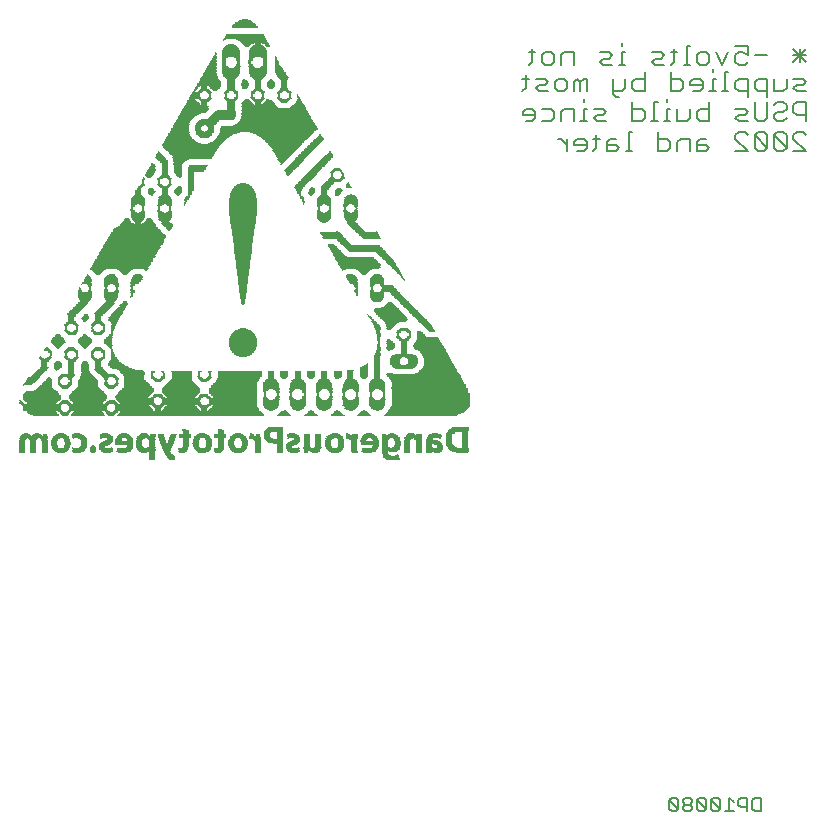
<source format=gbr>
G04 EAGLE Gerber RS-274X export*
G75*
%MOMM*%
%FSLAX34Y34*%
%LPD*%
%INSilkscreen Bottom*%
%IPPOS*%
%AMOC8*
5,1,8,0,0,1.08239X$1,22.5*%
G01*
%ADD10C,0.203200*%
%ADD11C,0.127000*%
%ADD12R,1.117600X0.025400*%
%ADD13R,0.457200X0.025400*%
%ADD14R,0.533400X0.025400*%
%ADD15R,1.193800X0.025400*%
%ADD16R,0.558800X0.025400*%
%ADD17R,0.609600X0.025400*%
%ADD18R,1.219200X0.025400*%
%ADD19R,0.660400X0.025400*%
%ADD20R,1.244600X0.025400*%
%ADD21R,0.685800X0.025400*%
%ADD22R,1.270000X0.025400*%
%ADD23R,1.295400X0.025400*%
%ADD24R,0.711200X0.025400*%
%ADD25R,0.304800X0.025400*%
%ADD26R,0.635000X0.025400*%
%ADD27R,0.152400X0.025400*%
%ADD28R,0.584200X0.025400*%
%ADD29R,0.076200X0.025400*%
%ADD30R,0.508000X0.025400*%
%ADD31R,0.482600X0.025400*%
%ADD32R,0.330200X0.025400*%
%ADD33R,0.355600X0.025400*%
%ADD34R,0.431800X0.025400*%
%ADD35R,0.381000X0.025400*%
%ADD36R,0.406400X0.025400*%
%ADD37R,0.228600X0.025400*%
%ADD38R,0.254000X0.025400*%
%ADD39R,1.041400X0.025400*%
%ADD40R,0.762000X0.025400*%
%ADD41R,0.736600X0.025400*%
%ADD42R,0.965200X0.025400*%
%ADD43R,0.863600X0.025400*%
%ADD44R,0.787400X0.025400*%
%ADD45R,0.889000X0.025400*%
%ADD46R,0.812800X0.025400*%
%ADD47R,1.016000X0.025400*%
%ADD48R,0.914400X0.025400*%
%ADD49R,0.838200X0.025400*%
%ADD50R,0.939800X0.025400*%
%ADD51R,1.346200X0.025400*%
%ADD52R,0.990600X0.025400*%
%ADD53R,1.422400X0.025400*%
%ADD54R,1.143000X0.025400*%
%ADD55R,1.092200X0.025400*%
%ADD56R,1.371600X0.025400*%
%ADD57R,1.320800X0.025400*%
%ADD58R,1.397000X0.025400*%
%ADD59R,1.168400X0.025400*%
%ADD60R,1.498600X0.025400*%
%ADD61R,1.066800X0.025400*%
%ADD62R,1.524000X0.025400*%
%ADD63R,1.447800X0.025400*%
%ADD64R,1.549400X0.025400*%
%ADD65R,1.473200X0.025400*%
%ADD66R,1.600200X0.025400*%
%ADD67R,1.625600X0.025400*%
%ADD68R,1.651000X0.025400*%
%ADD69R,1.676400X0.025400*%
%ADD70R,0.279400X0.025400*%
%ADD71R,0.127000X0.025400*%
%ADD72R,0.177800X0.025400*%
%ADD73R,0.101600X0.025400*%
%ADD74R,0.050800X0.025400*%
%ADD75R,0.025400X0.025400*%
%ADD76R,2.311400X0.025400*%
%ADD77R,2.286000X0.025400*%
%ADD78R,0.203200X0.025400*%
%ADD79R,1.727200X0.025400*%
%ADD80R,1.574800X0.025400*%
%ADD81R,5.943600X0.025400*%
%ADD82R,12.446000X0.025400*%
%ADD83R,2.895600X0.025400*%
%ADD84R,2.032000X0.025400*%
%ADD85R,6.019800X0.025400*%
%ADD86R,12.344400X0.025400*%
%ADD87R,2.844800X0.025400*%
%ADD88R,2.133600X0.025400*%
%ADD89R,6.045200X0.025400*%
%ADD90R,12.319000X0.025400*%
%ADD91R,2.794000X0.025400*%
%ADD92R,6.096000X0.025400*%
%ADD93R,12.217400X0.025400*%
%ADD94R,2.743200X0.025400*%
%ADD95R,2.209800X0.025400*%
%ADD96R,6.172200X0.025400*%
%ADD97R,12.166600X0.025400*%
%ADD98R,2.692400X0.025400*%
%ADD99R,12.115800X0.025400*%
%ADD100R,2.641600X0.025400*%
%ADD101R,6.197600X0.025400*%
%ADD102R,12.065000X0.025400*%
%ADD103R,2.590800X0.025400*%
%ADD104R,2.362200X0.025400*%
%ADD105R,6.324600X0.025400*%
%ADD106R,12.014200X0.025400*%
%ADD107R,2.565400X0.025400*%
%ADD108R,2.438400X0.025400*%
%ADD109R,2.540000X0.025400*%
%ADD110R,6.350000X0.025400*%
%ADD111R,2.514600X0.025400*%
%ADD112R,2.489200X0.025400*%
%ADD113R,6.400800X0.025400*%
%ADD114R,11.887200X0.025400*%
%ADD115R,2.387600X0.025400*%
%ADD116R,2.413000X0.025400*%
%ADD117R,2.336800X0.025400*%
%ADD118R,11.861800X0.025400*%
%ADD119R,6.426200X0.025400*%
%ADD120R,11.811000X0.025400*%
%ADD121R,6.451600X0.025400*%
%ADD122R,6.527800X0.025400*%
%ADD123R,4.318000X0.025400*%
%ADD124R,3.276600X0.025400*%
%ADD125R,3.302000X0.025400*%
%ADD126R,3.429000X0.025400*%
%ADD127R,3.200400X0.025400*%
%ADD128R,6.477000X0.025400*%
%ADD129R,4.241800X0.025400*%
%ADD130R,3.251200X0.025400*%
%ADD131R,3.352800X0.025400*%
%ADD132R,3.175000X0.025400*%
%ADD133R,4.216400X0.025400*%
%ADD134R,3.327400X0.025400*%
%ADD135R,4.191000X0.025400*%
%ADD136R,3.124200X0.025400*%
%ADD137R,3.225800X0.025400*%
%ADD138R,4.165600X0.025400*%
%ADD139R,3.048000X0.025400*%
%ADD140R,3.149600X0.025400*%
%ADD141R,6.502400X0.025400*%
%ADD142R,4.114800X0.025400*%
%ADD143R,3.022600X0.025400*%
%ADD144R,4.064000X0.025400*%
%ADD145R,2.997200X0.025400*%
%ADD146R,6.578600X0.025400*%
%ADD147R,4.013200X0.025400*%
%ADD148R,2.946400X0.025400*%
%ADD149R,3.987800X0.025400*%
%ADD150R,6.553200X0.025400*%
%ADD151R,3.937000X0.025400*%
%ADD152R,3.911600X0.025400*%
%ADD153R,3.860800X0.025400*%
%ADD154R,3.835400X0.025400*%
%ADD155R,2.971800X0.025400*%
%ADD156R,3.810000X0.025400*%
%ADD157R,2.921000X0.025400*%
%ADD158R,3.784600X0.025400*%
%ADD159R,3.759200X0.025400*%
%ADD160R,3.708400X0.025400*%
%ADD161R,3.683000X0.025400*%
%ADD162R,2.870200X0.025400*%
%ADD163R,3.657600X0.025400*%
%ADD164R,3.632200X0.025400*%
%ADD165R,3.378200X0.025400*%
%ADD166R,3.403600X0.025400*%
%ADD167R,4.140200X0.025400*%
%ADD168R,4.089400X0.025400*%
%ADD169R,2.463800X0.025400*%
%ADD170R,2.616200X0.025400*%
%ADD171R,4.038600X0.025400*%
%ADD172R,2.667000X0.025400*%
%ADD173R,2.768600X0.025400*%
%ADD174R,2.819400X0.025400*%
%ADD175R,3.073400X0.025400*%
%ADD176R,3.098800X0.025400*%
%ADD177R,3.733800X0.025400*%
%ADD178R,2.717800X0.025400*%
%ADD179R,3.886200X0.025400*%
%ADD180R,3.962400X0.025400*%
%ADD181R,1.879600X0.025400*%
%ADD182R,1.854200X0.025400*%
%ADD183R,2.260600X0.025400*%
%ADD184R,2.159000X0.025400*%
%ADD185R,2.108200X0.025400*%
%ADD186R,6.375400X0.025400*%
%ADD187R,2.057400X0.025400*%
%ADD188R,2.006600X0.025400*%
%ADD189R,1.955800X0.025400*%
%ADD190R,1.930400X0.025400*%
%ADD191R,1.828800X0.025400*%
%ADD192R,1.752600X0.025400*%
%ADD193R,6.299200X0.025400*%
%ADD194R,6.273800X0.025400*%
%ADD195R,1.701800X0.025400*%
%ADD196R,2.235200X0.025400*%
%ADD197R,6.248400X0.025400*%
%ADD198R,2.184400X0.025400*%
%ADD199R,6.223000X0.025400*%
%ADD200R,6.146800X0.025400*%
%ADD201R,3.606800X0.025400*%
%ADD202R,3.581400X0.025400*%
%ADD203R,1.981200X0.025400*%
%ADD204R,3.556000X0.025400*%
%ADD205R,2.082800X0.025400*%
%ADD206R,3.530600X0.025400*%
%ADD207R,1.905000X0.025400*%
%ADD208R,3.505200X0.025400*%
%ADD209R,1.803400X0.025400*%
%ADD210R,3.479800X0.025400*%
%ADD211R,1.778000X0.025400*%
%ADD212R,3.454400X0.025400*%
%ADD213R,6.121400X0.025400*%
%ADD214R,4.826000X0.025400*%
%ADD215R,4.800600X0.025400*%
%ADD216R,4.851400X0.025400*%
%ADD217R,4.775200X0.025400*%
%ADD218R,4.749800X0.025400*%
%ADD219R,4.724400X0.025400*%
%ADD220R,4.673600X0.025400*%
%ADD221R,4.622800X0.025400*%
%ADD222R,4.572000X0.025400*%
%ADD223R,4.521200X0.025400*%
%ADD224R,4.495800X0.025400*%
%ADD225R,4.419600X0.025400*%
%ADD226R,4.394200X0.025400*%
%ADD227R,4.343400X0.025400*%
%ADD228R,4.292600X0.025400*%
%ADD229R,4.470400X0.025400*%
%ADD230R,4.546600X0.025400*%
%ADD231R,4.597400X0.025400*%
%ADD232R,4.648200X0.025400*%
%ADD233R,4.699000X0.025400*%
%ADD234R,4.876800X0.025400*%
%ADD235R,4.902200X0.025400*%
%ADD236R,4.953000X0.025400*%
%ADD237R,4.927600X0.025400*%
%ADD238R,4.368800X0.025400*%
%ADD239R,5.130800X0.025400*%
%ADD240R,5.283200X0.025400*%
%ADD241R,5.308600X0.025400*%
%ADD242R,5.486400X0.025400*%
%ADD243R,8.001000X0.025400*%
%ADD244R,8.026400X0.025400*%
%ADD245R,8.077200X0.025400*%
%ADD246R,8.102600X0.025400*%
%ADD247R,8.153400X0.025400*%
%ADD248R,8.178800X0.025400*%
%ADD249R,8.229600X0.025400*%
%ADD250R,8.255000X0.025400*%
%ADD251R,8.204200X0.025400*%
%ADD252R,8.128000X0.025400*%
%ADD253R,8.051800X0.025400*%
%ADD254R,7.950200X0.025400*%
%ADD255R,7.924800X0.025400*%
%ADD256R,7.010400X0.025400*%
%ADD257R,6.908800X0.025400*%
%ADD258R,6.832600X0.025400*%
%ADD259R,6.680200X0.025400*%
%ADD260R,6.654800X0.025400*%
%ADD261R,6.070600X0.025400*%
%ADD262R,5.994400X0.025400*%
%ADD263R,5.918200X0.025400*%
%ADD264R,5.892800X0.025400*%
%ADD265R,5.867400X0.025400*%
%ADD266R,5.816600X0.025400*%
%ADD267R,5.791200X0.025400*%
%ADD268R,5.765800X0.025400*%
%ADD269R,5.740400X0.025400*%
%ADD270R,5.715000X0.025400*%
%ADD271R,5.689600X0.025400*%
%ADD272R,5.664200X0.025400*%
%ADD273R,5.638800X0.025400*%
%ADD274R,5.588000X0.025400*%
%ADD275R,5.562600X0.025400*%
%ADD276R,5.537200X0.025400*%
%ADD277R,5.511800X0.025400*%
%ADD278R,5.435600X0.025400*%


D10*
X976884Y649151D02*
X966376Y638643D01*
X976884Y638643D02*
X966376Y649151D01*
X966376Y643897D02*
X976884Y643897D01*
X971630Y638643D02*
X971630Y649151D01*
X944141Y643897D02*
X933633Y643897D01*
X927769Y651777D02*
X917262Y651777D01*
X927769Y651777D02*
X927769Y643897D01*
X922516Y646524D01*
X919889Y646524D01*
X917262Y643897D01*
X917262Y638643D01*
X919889Y636016D01*
X925142Y636016D01*
X927769Y638643D01*
X911398Y646524D02*
X906144Y636016D01*
X900890Y646524D01*
X892399Y636016D02*
X887145Y636016D01*
X884519Y638643D01*
X884519Y643897D01*
X887145Y646524D01*
X892399Y646524D01*
X895026Y643897D01*
X895026Y638643D01*
X892399Y636016D01*
X878655Y651777D02*
X876028Y651777D01*
X876028Y636016D01*
X878655Y636016D02*
X873401Y636016D01*
X865113Y638643D02*
X865113Y649151D01*
X865113Y638643D02*
X862486Y636016D01*
X862486Y646524D02*
X867740Y646524D01*
X856826Y636016D02*
X848945Y636016D01*
X846318Y638643D01*
X848945Y641270D01*
X854199Y641270D01*
X856826Y643897D01*
X854199Y646524D01*
X846318Y646524D01*
X824083Y646524D02*
X821456Y646524D01*
X821456Y636016D01*
X824083Y636016D02*
X818829Y636016D01*
X821456Y651777D02*
X821456Y654404D01*
X813168Y636016D02*
X805288Y636016D01*
X802661Y638643D01*
X805288Y641270D01*
X810541Y641270D01*
X813168Y643897D01*
X810541Y646524D01*
X802661Y646524D01*
X780425Y646524D02*
X780425Y636016D01*
X780425Y646524D02*
X772545Y646524D01*
X769918Y643897D01*
X769918Y636016D01*
X761427Y636016D02*
X756173Y636016D01*
X753546Y638643D01*
X753546Y643897D01*
X756173Y646524D01*
X761427Y646524D01*
X764054Y643897D01*
X764054Y638643D01*
X761427Y636016D01*
X745055Y638643D02*
X745055Y649151D01*
X745055Y638643D02*
X742428Y636016D01*
X742428Y646524D02*
X747682Y646524D01*
X969003Y613791D02*
X976884Y613791D01*
X969003Y613791D02*
X966376Y616418D01*
X969003Y619045D01*
X974257Y619045D01*
X976884Y621672D01*
X974257Y624299D01*
X966376Y624299D01*
X960512Y624299D02*
X960512Y616418D01*
X957886Y613791D01*
X950005Y613791D01*
X950005Y624299D01*
X944141Y624299D02*
X944141Y608537D01*
X944141Y624299D02*
X936260Y624299D01*
X933633Y621672D01*
X933633Y616418D01*
X936260Y613791D01*
X944141Y613791D01*
X927769Y608537D02*
X927769Y624299D01*
X919889Y624299D01*
X917262Y621672D01*
X917262Y616418D01*
X919889Y613791D01*
X927769Y613791D01*
X911398Y629552D02*
X908771Y629552D01*
X908771Y613791D01*
X911398Y613791D02*
X906144Y613791D01*
X900483Y624299D02*
X897856Y624299D01*
X897856Y613791D01*
X895230Y613791D02*
X900483Y613791D01*
X897856Y629552D02*
X897856Y632179D01*
X886942Y613791D02*
X881688Y613791D01*
X886942Y613791D02*
X889569Y616418D01*
X889569Y621672D01*
X886942Y624299D01*
X881688Y624299D01*
X879061Y621672D01*
X879061Y619045D01*
X889569Y619045D01*
X862690Y613791D02*
X862690Y629552D01*
X862690Y613791D02*
X870571Y613791D01*
X873197Y616418D01*
X873197Y621672D01*
X870571Y624299D01*
X862690Y624299D01*
X840454Y629552D02*
X840454Y613791D01*
X832574Y613791D01*
X829947Y616418D01*
X829947Y621672D01*
X832574Y624299D01*
X840454Y624299D01*
X824083Y624299D02*
X824083Y616418D01*
X821456Y613791D01*
X813575Y613791D01*
X813575Y611164D02*
X813575Y624299D01*
X813575Y611164D02*
X816202Y608537D01*
X818829Y608537D01*
X791340Y613791D02*
X791340Y624299D01*
X788713Y624299D01*
X786086Y621672D01*
X786086Y613791D01*
X786086Y621672D02*
X783459Y624299D01*
X780832Y621672D01*
X780832Y613791D01*
X772341Y613791D02*
X767087Y613791D01*
X764460Y616418D01*
X764460Y621672D01*
X767087Y624299D01*
X772341Y624299D01*
X774968Y621672D01*
X774968Y616418D01*
X772341Y613791D01*
X758597Y613791D02*
X750716Y613791D01*
X748089Y616418D01*
X750716Y619045D01*
X755970Y619045D01*
X758597Y621672D01*
X755970Y624299D01*
X748089Y624299D01*
X739598Y626926D02*
X739598Y616418D01*
X736971Y613791D01*
X736971Y624299D02*
X742225Y624299D01*
X976884Y604152D02*
X976884Y588391D01*
X976884Y604152D02*
X969003Y604152D01*
X966376Y601526D01*
X966376Y596272D01*
X969003Y593645D01*
X976884Y593645D01*
X952632Y604152D02*
X950005Y601526D01*
X952632Y604152D02*
X957886Y604152D01*
X960512Y601526D01*
X960512Y598899D01*
X957886Y596272D01*
X952632Y596272D01*
X950005Y593645D01*
X950005Y591018D01*
X952632Y588391D01*
X957886Y588391D01*
X960512Y591018D01*
X944141Y591018D02*
X944141Y604152D01*
X944141Y591018D02*
X941514Y588391D01*
X936260Y588391D01*
X933633Y591018D01*
X933633Y604152D01*
X927769Y588391D02*
X919889Y588391D01*
X917262Y591018D01*
X919889Y593645D01*
X925142Y593645D01*
X927769Y596272D01*
X925142Y598899D01*
X917262Y598899D01*
X895026Y604152D02*
X895026Y588391D01*
X887145Y588391D01*
X884519Y591018D01*
X884519Y596272D01*
X887145Y598899D01*
X895026Y598899D01*
X878655Y598899D02*
X878655Y591018D01*
X876028Y588391D01*
X868147Y588391D01*
X868147Y598899D01*
X862283Y598899D02*
X859656Y598899D01*
X859656Y588391D01*
X862283Y588391D02*
X857029Y588391D01*
X859656Y604152D02*
X859656Y606779D01*
X851369Y604152D02*
X848742Y604152D01*
X848742Y588391D01*
X851369Y588391D02*
X846115Y588391D01*
X829947Y588391D02*
X829947Y604152D01*
X829947Y588391D02*
X837827Y588391D01*
X840454Y591018D01*
X840454Y596272D01*
X837827Y598899D01*
X829947Y598899D01*
X807711Y588391D02*
X799830Y588391D01*
X797204Y591018D01*
X799830Y593645D01*
X805084Y593645D01*
X807711Y596272D01*
X805084Y598899D01*
X797204Y598899D01*
X791340Y598899D02*
X788713Y598899D01*
X788713Y588391D01*
X791340Y588391D02*
X786086Y588391D01*
X788713Y604152D02*
X788713Y606779D01*
X780425Y598899D02*
X780425Y588391D01*
X780425Y598899D02*
X772545Y598899D01*
X769918Y596272D01*
X769918Y588391D01*
X761427Y598899D02*
X753546Y598899D01*
X761427Y598899D02*
X764054Y596272D01*
X764054Y591018D01*
X761427Y588391D01*
X753546Y588391D01*
X745055Y588391D02*
X739801Y588391D01*
X745055Y588391D02*
X747682Y591018D01*
X747682Y596272D01*
X745055Y598899D01*
X739801Y598899D01*
X737175Y596272D01*
X737175Y593645D01*
X747682Y593645D01*
X966376Y562991D02*
X976884Y562991D01*
X966376Y573499D01*
X966376Y576126D01*
X969003Y578752D01*
X974257Y578752D01*
X976884Y576126D01*
X960512Y576126D02*
X960512Y565618D01*
X960512Y576126D02*
X957886Y578752D01*
X952632Y578752D01*
X950005Y576126D01*
X950005Y565618D01*
X952632Y562991D01*
X957886Y562991D01*
X960512Y565618D01*
X950005Y576126D01*
X944141Y576126D02*
X944141Y565618D01*
X944141Y576126D02*
X941514Y578752D01*
X936260Y578752D01*
X933633Y576126D01*
X933633Y565618D01*
X936260Y562991D01*
X941514Y562991D01*
X944141Y565618D01*
X933633Y576126D01*
X927769Y562991D02*
X917262Y562991D01*
X927769Y562991D02*
X917262Y573499D01*
X917262Y576126D01*
X919889Y578752D01*
X925142Y578752D01*
X927769Y576126D01*
X892399Y573499D02*
X887145Y573499D01*
X884519Y570872D01*
X884519Y562991D01*
X892399Y562991D01*
X895026Y565618D01*
X892399Y568245D01*
X884519Y568245D01*
X878655Y562991D02*
X878655Y573499D01*
X870774Y573499D01*
X868147Y570872D01*
X868147Y562991D01*
X851775Y562991D02*
X851775Y578752D01*
X851775Y562991D02*
X859656Y562991D01*
X862283Y565618D01*
X862283Y570872D01*
X859656Y573499D01*
X851775Y573499D01*
X829540Y578752D02*
X826913Y578752D01*
X826913Y562991D01*
X829540Y562991D02*
X824286Y562991D01*
X815999Y573499D02*
X810745Y573499D01*
X808118Y570872D01*
X808118Y562991D01*
X815999Y562991D01*
X818626Y565618D01*
X815999Y568245D01*
X808118Y568245D01*
X799627Y565618D02*
X799627Y576126D01*
X799627Y565618D02*
X797000Y562991D01*
X797000Y573499D02*
X802254Y573499D01*
X788713Y562991D02*
X783459Y562991D01*
X788713Y562991D02*
X791340Y565618D01*
X791340Y570872D01*
X788713Y573499D01*
X783459Y573499D01*
X780832Y570872D01*
X780832Y568245D01*
X791340Y568245D01*
X774968Y562991D02*
X774968Y573499D01*
X774968Y568245D02*
X769714Y573499D01*
X767087Y573499D01*
D11*
X939165Y15250D02*
X939165Y3810D01*
X933445Y3810D01*
X931539Y5717D01*
X931539Y13343D01*
X933445Y15250D01*
X939165Y15250D01*
X927471Y15250D02*
X927471Y3810D01*
X927471Y15250D02*
X921751Y15250D01*
X919845Y13343D01*
X919845Y9530D01*
X921751Y7623D01*
X927471Y7623D01*
X915777Y11437D02*
X911964Y15250D01*
X911964Y3810D01*
X915777Y3810D02*
X908151Y3810D01*
X904083Y5717D02*
X904083Y13343D01*
X902176Y15250D01*
X898363Y15250D01*
X896457Y13343D01*
X896457Y5717D01*
X898363Y3810D01*
X902176Y3810D01*
X904083Y5717D01*
X896457Y13343D01*
X892389Y13343D02*
X892389Y5717D01*
X892389Y13343D02*
X890483Y15250D01*
X886669Y15250D01*
X884763Y13343D01*
X884763Y5717D01*
X886669Y3810D01*
X890483Y3810D01*
X892389Y5717D01*
X884763Y13343D01*
X880695Y13343D02*
X878789Y15250D01*
X874975Y15250D01*
X873069Y13343D01*
X873069Y11437D01*
X874975Y9530D01*
X873069Y7623D01*
X873069Y5717D01*
X874975Y3810D01*
X878789Y3810D01*
X880695Y5717D01*
X880695Y7623D01*
X878789Y9530D01*
X880695Y11437D01*
X880695Y13343D01*
X878789Y9530D02*
X874975Y9530D01*
X869001Y5717D02*
X869001Y13343D01*
X867095Y15250D01*
X863281Y15250D01*
X861375Y13343D01*
X861375Y5717D01*
X863281Y3810D01*
X867095Y3810D01*
X869001Y5717D01*
X861375Y13343D01*
D12*
X626999Y301625D03*
D13*
X440055Y301625D03*
D14*
X423418Y301625D03*
D12*
X626999Y301879D03*
D13*
X440055Y301879D03*
D14*
X423418Y301879D03*
D15*
X626618Y302133D03*
D14*
X439674Y302133D03*
X423418Y302133D03*
D15*
X626364Y302387D03*
D16*
X439547Y302387D03*
D14*
X423418Y302387D03*
D15*
X626110Y302641D03*
D17*
X439547Y302641D03*
D14*
X423418Y302641D03*
D18*
X625983Y302895D03*
D19*
X439547Y302895D03*
D14*
X423418Y302895D03*
D20*
X625856Y303149D03*
D21*
X439420Y303149D03*
D14*
X423418Y303149D03*
D22*
X625729Y303403D03*
D21*
X439420Y303403D03*
D14*
X423418Y303403D03*
D23*
X625602Y303657D03*
D21*
X439420Y303657D03*
D14*
X423418Y303657D03*
D23*
X625602Y303911D03*
D24*
X439293Y303911D03*
D14*
X423418Y303911D03*
D23*
X625602Y304165D03*
D24*
X439039Y304165D03*
D14*
X423418Y304165D03*
D25*
X630555Y304419D03*
D26*
X622046Y304419D03*
D21*
X438658Y304419D03*
D14*
X423418Y304419D03*
D27*
X631063Y304673D03*
D28*
X621792Y304673D03*
D26*
X438404Y304673D03*
D14*
X423418Y304673D03*
D27*
X631063Y304927D03*
D16*
X621665Y304927D03*
D19*
X438277Y304927D03*
D14*
X423418Y304927D03*
D29*
X631444Y305181D03*
D16*
X621665Y305181D03*
D17*
X437769Y305181D03*
D14*
X423418Y305181D03*
D16*
X621411Y305435D03*
D28*
X437388Y305435D03*
D14*
X423418Y305435D03*
D16*
X621157Y305689D03*
X437261Y305689D03*
D14*
X423418Y305689D03*
X621030Y305943D03*
X437134Y305943D03*
X423418Y305943D03*
D30*
X620903Y306197D03*
X436753Y306197D03*
D14*
X423418Y306197D03*
D31*
X620776Y306451D03*
D14*
X436626Y306451D03*
X423418Y306451D03*
D13*
X620649Y306705D03*
D30*
X436499Y306705D03*
D14*
X423418Y306705D03*
X685800Y306959D03*
D32*
X664718Y306959D03*
D13*
X620649Y306959D03*
X606425Y306959D03*
D33*
X577977Y306959D03*
D25*
X561213Y306959D03*
D34*
X543814Y306959D03*
D33*
X496443Y306959D03*
X478917Y306959D03*
D35*
X466344Y306959D03*
X448818Y306959D03*
D30*
X436499Y306959D03*
D14*
X423418Y306959D03*
D25*
X416687Y306959D03*
D31*
X398780Y306959D03*
D36*
X385445Y306959D03*
D37*
X373380Y306959D03*
D36*
X360045Y306959D03*
D33*
X346329Y306959D03*
D16*
X685927Y307213D03*
D35*
X664718Y307213D03*
D13*
X620649Y307213D03*
D30*
X606425Y307213D03*
D36*
X577977Y307213D03*
D32*
X561340Y307213D03*
D31*
X543814Y307213D03*
D36*
X496443Y307213D03*
X478917Y307213D03*
X466471Y307213D03*
X448945Y307213D03*
D31*
X436372Y307213D03*
D14*
X423418Y307213D03*
D33*
X416687Y307213D03*
D14*
X398780Y307213D03*
D13*
X385445Y307213D03*
D38*
X373507Y307213D03*
D34*
X359918Y307213D03*
D36*
X346329Y307213D03*
D39*
X686054Y307467D03*
D31*
X664718Y307467D03*
D13*
X657733Y307467D03*
D31*
X649478Y307467D03*
D13*
X639445Y307467D03*
X620649Y307467D03*
D40*
X606171Y307467D03*
D14*
X594868Y307467D03*
D17*
X577977Y307467D03*
D31*
X561086Y307467D03*
D36*
X553847Y307467D03*
D21*
X543814Y307467D03*
D31*
X531368Y307467D03*
X513080Y307467D03*
D26*
X496316Y307467D03*
D28*
X478790Y307467D03*
D17*
X465963Y307467D03*
D16*
X448691Y307467D03*
D31*
X436118Y307467D03*
D14*
X423418Y307467D03*
D30*
X416687Y307467D03*
D40*
X398653Y307467D03*
D21*
X385572Y307467D03*
D33*
X373253Y307467D03*
D41*
X359918Y307467D03*
D26*
X346202Y307467D03*
D31*
X332486Y307467D03*
D30*
X322961Y307467D03*
D13*
X313563Y307467D03*
D15*
X685292Y307721D03*
D26*
X664718Y307721D03*
D13*
X657733Y307721D03*
D31*
X649478Y307721D03*
D13*
X639445Y307721D03*
D35*
X627380Y307721D03*
D31*
X620522Y307721D03*
D42*
X606171Y307721D03*
D14*
X594868Y307721D03*
D40*
X577977Y307721D03*
D26*
X561086Y307721D03*
D36*
X553847Y307721D03*
D43*
X543941Y307721D03*
D31*
X531368Y307721D03*
X513080Y307721D03*
D44*
X496316Y307721D03*
D26*
X479044Y307721D03*
D44*
X466090Y307721D03*
D26*
X449072Y307721D03*
D31*
X436118Y307721D03*
D14*
X423418Y307721D03*
D17*
X416687Y307721D03*
D42*
X398653Y307721D03*
D45*
X385572Y307721D03*
D36*
X373253Y307721D03*
D46*
X360045Y307721D03*
D44*
X346202Y307721D03*
D31*
X332486Y307721D03*
D30*
X322961Y307721D03*
D13*
X313563Y307721D03*
D15*
X685292Y307975D03*
D21*
X664718Y307975D03*
D13*
X657733Y307975D03*
D31*
X649478Y307975D03*
D13*
X639445Y307975D03*
D34*
X627380Y307975D03*
D31*
X620522Y307975D03*
D47*
X606171Y307975D03*
D30*
X594741Y307975D03*
D44*
X578104Y307975D03*
D21*
X561086Y307975D03*
D36*
X553847Y307975D03*
D48*
X543941Y307975D03*
D31*
X531368Y307975D03*
X513080Y307975D03*
D49*
X496316Y307975D03*
D19*
X479171Y307975D03*
D46*
X466217Y307975D03*
D19*
X449199Y307975D03*
D30*
X435991Y307975D03*
D14*
X423418Y307975D03*
D19*
X416687Y307975D03*
D47*
X398653Y307975D03*
D50*
X385572Y307975D03*
D34*
X373380Y307975D03*
D49*
X360172Y307975D03*
X346202Y307975D03*
D31*
X332486Y307975D03*
D30*
X322961Y307975D03*
D13*
X313563Y307975D03*
D51*
X684530Y308229D03*
D40*
X664591Y308229D03*
D13*
X657987Y308229D03*
D31*
X649478Y308229D03*
D13*
X639445Y308229D03*
D26*
X627380Y308229D03*
D31*
X620522Y308229D03*
D12*
X606425Y308229D03*
D31*
X594614Y308229D03*
D52*
X578104Y308229D03*
D44*
X561086Y308229D03*
D36*
X553847Y308229D03*
D52*
X543814Y308229D03*
D31*
X531368Y308229D03*
X513080Y308229D03*
D50*
X496316Y308229D03*
D41*
X479552Y308229D03*
D52*
X466090Y308229D03*
D21*
X449326Y308229D03*
D14*
X435864Y308229D03*
D51*
X419354Y308229D03*
D12*
X399161Y308229D03*
D52*
X385318Y308229D03*
D31*
X373634Y308229D03*
D48*
X360553Y308229D03*
D39*
X346202Y308229D03*
D31*
X332486Y308229D03*
D30*
X322961Y308229D03*
D13*
X313563Y308229D03*
D53*
X684149Y308483D03*
D23*
X662178Y308483D03*
D31*
X649478Y308483D03*
D13*
X639445Y308483D03*
D41*
X627380Y308483D03*
D13*
X620395Y308483D03*
D54*
X606806Y308483D03*
D31*
X594614Y308483D03*
D39*
X578104Y308483D03*
D49*
X561086Y308483D03*
D36*
X553847Y308483D03*
D47*
X543687Y308483D03*
D31*
X531368Y308483D03*
X513080Y308483D03*
D55*
X496316Y308483D03*
D41*
X479552Y308483D03*
D55*
X466090Y308483D03*
D24*
X449453Y308483D03*
D14*
X435864Y308483D03*
D56*
X419227Y308483D03*
D54*
X399288Y308483D03*
D39*
X385064Y308483D03*
D30*
X373507Y308483D03*
D52*
X360934Y308483D03*
D55*
X346202Y308483D03*
D31*
X332486Y308483D03*
D30*
X322961Y308483D03*
D13*
X313563Y308483D03*
D53*
X684149Y308737D03*
D57*
X662305Y308737D03*
D31*
X649478Y308737D03*
D13*
X639445Y308737D03*
D41*
X627380Y308737D03*
D13*
X620395Y308737D03*
D54*
X607060Y308737D03*
D31*
X594614Y308737D03*
D55*
X578104Y308737D03*
D45*
X561086Y308737D03*
D36*
X553847Y308737D03*
D47*
X543433Y308737D03*
D31*
X531368Y308737D03*
X513080Y308737D03*
D54*
X496316Y308737D03*
D41*
X479552Y308737D03*
D12*
X466217Y308737D03*
D24*
X449453Y308737D03*
D16*
X435991Y308737D03*
D58*
X419100Y308737D03*
D59*
X399415Y308737D03*
D39*
X385064Y308737D03*
D16*
X373507Y308737D03*
D52*
X360934Y308737D03*
D55*
X346202Y308737D03*
D31*
X332486Y308737D03*
D30*
X322961Y308737D03*
D13*
X313563Y308737D03*
D60*
X683768Y308991D03*
D51*
X662432Y308991D03*
D31*
X649478Y308991D03*
D13*
X639445Y308991D03*
D49*
X627634Y308991D03*
D13*
X620395Y308991D03*
D59*
X607187Y308991D03*
D31*
X594614Y308991D03*
D54*
X578104Y308991D03*
D48*
X560959Y308991D03*
D36*
X553847Y308991D03*
D47*
X543179Y308991D03*
D31*
X531368Y308991D03*
X513080Y308991D03*
D15*
X496316Y308991D03*
D40*
X479679Y308991D03*
D59*
X466217Y308991D03*
D24*
X449453Y308991D03*
D17*
X435991Y308991D03*
D53*
X418973Y308991D03*
D15*
X399542Y308991D03*
D61*
X384937Y308991D03*
D28*
X373634Y308991D03*
D47*
X361061Y308991D03*
D54*
X346456Y308991D03*
D31*
X332486Y308991D03*
D30*
X322961Y308991D03*
D13*
X313563Y308991D03*
D62*
X683641Y309245D03*
D51*
X662432Y309245D03*
D31*
X649478Y309245D03*
D13*
X639445Y309245D03*
D58*
X625094Y309245D03*
D59*
X607187Y309245D03*
D31*
X594614Y309245D03*
D15*
X578104Y309245D03*
D56*
X558673Y309245D03*
D39*
X543052Y309245D03*
D31*
X531368Y309245D03*
X513080Y309245D03*
D20*
X496316Y309245D03*
D40*
X479679Y309245D03*
D15*
X466090Y309245D03*
D41*
X449580Y309245D03*
D17*
X435991Y309245D03*
D63*
X418846Y309245D03*
D15*
X399542Y309245D03*
D55*
X384810Y309245D03*
D28*
X373634Y309245D03*
D39*
X361188Y309245D03*
D15*
X346202Y309245D03*
D31*
X332486Y309245D03*
D30*
X322961Y309245D03*
D13*
X313563Y309245D03*
D64*
X683514Y309499D03*
D51*
X662432Y309499D03*
D31*
X649478Y309499D03*
D13*
X639445Y309499D03*
D58*
X625094Y309499D03*
D15*
X607314Y309499D03*
D31*
X594614Y309499D03*
D20*
X578104Y309499D03*
D56*
X558673Y309499D03*
D61*
X542925Y309499D03*
D31*
X531368Y309499D03*
X513080Y309499D03*
D23*
X496316Y309499D03*
D44*
X479806Y309499D03*
D20*
X466090Y309499D03*
D40*
X449707Y309499D03*
D26*
X435864Y309499D03*
D65*
X418719Y309499D03*
D15*
X399542Y309499D03*
D12*
X384683Y309499D03*
D28*
X373634Y309499D03*
D61*
X361315Y309499D03*
D15*
X346202Y309499D03*
D31*
X332486Y309499D03*
D30*
X322961Y309499D03*
D13*
X313563Y309499D03*
D66*
X683260Y309753D03*
D56*
X662559Y309753D03*
D31*
X649478Y309753D03*
D13*
X639445Y309753D03*
D58*
X625094Y309753D03*
D18*
X607441Y309753D03*
D31*
X594614Y309753D03*
D23*
X578104Y309753D03*
D58*
X558800Y309753D03*
D55*
X542798Y309753D03*
D31*
X531368Y309753D03*
X513080Y309753D03*
D51*
X496316Y309753D03*
D46*
X479933Y309753D03*
D23*
X466090Y309753D03*
D40*
X449707Y309753D03*
D21*
X435864Y309753D03*
D60*
X418592Y309753D03*
D18*
X399669Y309753D03*
D12*
X384683Y309753D03*
D28*
X373634Y309753D03*
D55*
X361442Y309753D03*
D20*
X346202Y309753D03*
D31*
X332486Y309753D03*
D30*
X322961Y309753D03*
D13*
X313563Y309753D03*
D67*
X683133Y310007D03*
D58*
X662686Y310007D03*
D31*
X649478Y310007D03*
D13*
X639445Y310007D03*
D63*
X625348Y310007D03*
D18*
X607695Y310007D03*
D31*
X594614Y310007D03*
D51*
X578104Y310007D03*
D53*
X558927Y310007D03*
D55*
X542798Y310007D03*
D31*
X531368Y310007D03*
X513080Y310007D03*
D51*
X496316Y310007D03*
D46*
X479933Y310007D03*
D51*
X466090Y310007D03*
D44*
X449834Y310007D03*
D21*
X435864Y310007D03*
D60*
X418592Y310007D03*
D20*
X400050Y310007D03*
D54*
X384556Y310007D03*
D28*
X373634Y310007D03*
D55*
X361696Y310007D03*
D58*
X346202Y310007D03*
D31*
X332486Y310007D03*
D30*
X322961Y310007D03*
D13*
X313563Y310007D03*
D68*
X683006Y310261D03*
D53*
X662813Y310261D03*
D31*
X649478Y310261D03*
D13*
X639445Y310261D03*
D63*
X625348Y310261D03*
D20*
X607822Y310261D03*
D31*
X594614Y310261D03*
D56*
X577977Y310261D03*
D63*
X559054Y310261D03*
D12*
X542671Y310261D03*
D31*
X531368Y310261D03*
X513080Y310261D03*
D51*
X496316Y310261D03*
D46*
X479933Y310261D03*
D58*
X466090Y310261D03*
D44*
X449834Y310261D03*
D21*
X435864Y310261D03*
D60*
X418592Y310261D03*
D18*
X400177Y310261D03*
D54*
X384556Y310261D03*
D28*
X373634Y310261D03*
D12*
X361823Y310261D03*
D58*
X346202Y310261D03*
D31*
X332486Y310261D03*
D30*
X322961Y310261D03*
D13*
X313563Y310261D03*
D69*
X682879Y310515D03*
D28*
X667004Y310515D03*
D19*
X659003Y310515D03*
D31*
X649478Y310515D03*
D13*
X639445Y310515D03*
D65*
X625475Y310515D03*
D41*
X610616Y310515D03*
D70*
X602996Y310515D03*
D31*
X594614Y310515D03*
D17*
X581787Y310515D03*
D28*
X574040Y310515D03*
D63*
X559054Y310515D03*
D25*
X546735Y310515D03*
D28*
X539750Y310515D03*
D31*
X531368Y310515D03*
X513080Y310515D03*
D26*
X500126Y310515D03*
D17*
X492379Y310515D03*
D46*
X479933Y310515D03*
D19*
X470027Y310515D03*
D26*
X462026Y310515D03*
D44*
X449834Y310515D03*
D24*
X435737Y310515D03*
D62*
X418465Y310515D03*
D24*
X402971Y310515D03*
D25*
X395605Y310515D03*
X388747Y310515D03*
D14*
X381508Y310515D03*
D28*
X373634Y310515D03*
D12*
X361823Y310515D03*
D26*
X350012Y310515D03*
D17*
X342265Y310515D03*
D31*
X332486Y310515D03*
D30*
X322961Y310515D03*
D13*
X313563Y310515D03*
D14*
X688594Y310769D03*
D45*
X678688Y310769D03*
D16*
X667131Y310769D03*
D28*
X658622Y310769D03*
D31*
X649478Y310769D03*
D13*
X639445Y310769D03*
D65*
X625475Y310769D03*
D17*
X611251Y310769D03*
D71*
X602234Y310769D03*
D31*
X594614Y310769D03*
D16*
X582295Y310769D03*
X573659Y310769D03*
D63*
X559054Y310769D03*
D72*
X547370Y310769D03*
D30*
X539369Y310769D03*
D31*
X531368Y310769D03*
X513080Y310769D03*
D16*
X500507Y310769D03*
X492125Y310769D03*
D26*
X480822Y310769D03*
D27*
X476631Y310769D03*
D28*
X470408Y310769D03*
X461772Y310769D03*
D44*
X449834Y310769D03*
D41*
X435864Y310769D03*
X422402Y310769D03*
D17*
X413893Y310769D03*
X403479Y310769D03*
D73*
X394589Y310769D03*
D72*
X389128Y310769D03*
D30*
X381381Y310769D03*
D16*
X373507Y310769D03*
D41*
X363728Y310769D03*
D27*
X356997Y310769D03*
D16*
X350647Y310769D03*
X341757Y310769D03*
D31*
X332486Y310769D03*
D30*
X322961Y310769D03*
D13*
X313563Y310769D03*
D14*
X688594Y311023D03*
D48*
X678561Y311023D03*
D14*
X667258Y311023D03*
D16*
X658495Y311023D03*
D31*
X649478Y311023D03*
D13*
X639445Y311023D03*
D60*
X625602Y311023D03*
D17*
X611251Y311023D03*
D29*
X602234Y311023D03*
D31*
X594614Y311023D03*
D16*
X582549Y311023D03*
D28*
X573532Y311023D03*
D63*
X559054Y311023D03*
D72*
X547370Y311023D03*
D30*
X539369Y311023D03*
D31*
X531368Y311023D03*
X513080Y311023D03*
D28*
X500634Y311023D03*
X491998Y311023D03*
D17*
X480949Y311023D03*
D71*
X476758Y311023D03*
D16*
X470535Y311023D03*
X461645Y311023D03*
D26*
X450596Y311023D03*
D71*
X446532Y311023D03*
D40*
X435991Y311023D03*
D24*
X422529Y311023D03*
D17*
X413639Y311023D03*
X403733Y311023D03*
D73*
X394589Y311023D03*
D71*
X389128Y311023D03*
D31*
X381254Y311023D03*
D14*
X373380Y311023D03*
D24*
X363855Y311023D03*
D27*
X356997Y311023D03*
D16*
X350901Y311023D03*
X341503Y311023D03*
D31*
X332486Y311023D03*
D30*
X322961Y311023D03*
D13*
X313563Y311023D03*
D14*
X688594Y311277D03*
D40*
X677799Y311277D03*
D14*
X667258Y311277D03*
X658368Y311277D03*
D31*
X649478Y311277D03*
D13*
X639445Y311277D03*
D19*
X630047Y311277D03*
D26*
X621284Y311277D03*
D16*
X611759Y311277D03*
D31*
X594614Y311277D03*
D14*
X582676Y311277D03*
D28*
X573278Y311277D03*
D17*
X563499Y311277D03*
X554863Y311277D03*
D29*
X547624Y311277D03*
D30*
X539369Y311277D03*
D31*
X531368Y311277D03*
X513080Y311277D03*
D28*
X500888Y311277D03*
X491744Y311277D03*
D16*
X481457Y311277D03*
X470789Y311277D03*
D14*
X461518Y311277D03*
X451104Y311277D03*
D40*
X435991Y311277D03*
D19*
X422783Y311277D03*
D17*
X413385Y311277D03*
D28*
X404114Y311277D03*
D29*
X389382Y311277D03*
D13*
X381127Y311277D03*
D14*
X373380Y311277D03*
D26*
X364490Y311277D03*
D74*
X356489Y311277D03*
D14*
X351028Y311277D03*
X341376Y311277D03*
D31*
X332486Y311277D03*
D30*
X322961Y311277D03*
D13*
X313563Y311277D03*
D14*
X688594Y311531D03*
D24*
X677291Y311531D03*
D30*
X667385Y311531D03*
X658241Y311531D03*
D31*
X649478Y311531D03*
D13*
X639445Y311531D03*
D28*
X630428Y311531D03*
X621030Y311531D03*
D30*
X612013Y311531D03*
D31*
X594614Y311531D03*
D14*
X582930Y311531D03*
D16*
X573151Y311531D03*
D28*
X563626Y311531D03*
X554736Y311531D03*
D31*
X539242Y311531D03*
X531368Y311531D03*
X513080Y311531D03*
D16*
X501015Y311531D03*
X491363Y311531D03*
D14*
X481584Y311531D03*
X470916Y311531D03*
X461264Y311531D03*
X451358Y311531D03*
D40*
X435991Y311531D03*
D26*
X422910Y311531D03*
D28*
X413258Y311531D03*
D30*
X404495Y311531D03*
D13*
X381127Y311531D03*
D30*
X373507Y311531D03*
D28*
X364744Y311531D03*
D16*
X351155Y311531D03*
D30*
X341249Y311531D03*
D31*
X332486Y311531D03*
D30*
X322961Y311531D03*
D13*
X313563Y311531D03*
D14*
X688594Y311785D03*
D24*
X677291Y311785D03*
D30*
X667385Y311785D03*
X658241Y311785D03*
D31*
X649478Y311785D03*
D13*
X639445Y311785D03*
D16*
X630555Y311785D03*
X620903Y311785D03*
D30*
X612267Y311785D03*
D31*
X594614Y311785D03*
D14*
X582930Y311785D03*
X573024Y311785D03*
D16*
X563753Y311785D03*
X554609Y311785D03*
D31*
X539242Y311785D03*
X531368Y311785D03*
X513080Y311785D03*
D14*
X501142Y311785D03*
D16*
X491363Y311785D03*
D30*
X481711Y311785D03*
D16*
X471043Y311785D03*
D14*
X461010Y311785D03*
X451612Y311785D03*
D44*
X435864Y311785D03*
D17*
X423037Y311785D03*
D16*
X413131Y311785D03*
D31*
X404622Y311785D03*
D13*
X381127Y311785D03*
D31*
X373634Y311785D03*
D28*
X364998Y311785D03*
D16*
X351155Y311785D03*
D30*
X341249Y311785D03*
D31*
X332486Y311785D03*
D30*
X322961Y311785D03*
D13*
X313563Y311785D03*
D14*
X688594Y312039D03*
D17*
X676783Y312039D03*
D30*
X667385Y312039D03*
X658241Y312039D03*
D31*
X649478Y312039D03*
D13*
X639445Y312039D03*
D16*
X630809Y312039D03*
D14*
X620776Y312039D03*
D30*
X612521Y312039D03*
D31*
X594614Y312039D03*
D14*
X582930Y312039D03*
X572770Y312039D03*
X563880Y312039D03*
X554482Y312039D03*
D30*
X539369Y312039D03*
D31*
X531368Y312039D03*
X513080Y312039D03*
D14*
X501396Y312039D03*
X491236Y312039D03*
D31*
X481838Y312039D03*
D28*
X471170Y312039D03*
D30*
X460883Y312039D03*
X451739Y312039D03*
D49*
X435864Y312039D03*
D28*
X423164Y312039D03*
D14*
X412750Y312039D03*
D31*
X404876Y312039D03*
D13*
X381127Y312039D03*
D36*
X373253Y312039D03*
D28*
X365252Y312039D03*
D14*
X351282Y312039D03*
X341122Y312039D03*
D31*
X332486Y312039D03*
D30*
X322961Y312039D03*
D13*
X313563Y312039D03*
D14*
X688594Y312293D03*
D26*
X676402Y312293D03*
D30*
X667385Y312293D03*
X658241Y312293D03*
D31*
X649478Y312293D03*
D13*
X639445Y312293D03*
D14*
X630936Y312293D03*
X620776Y312293D03*
D30*
X612521Y312293D03*
D31*
X594614Y312293D03*
D14*
X583184Y312293D03*
D30*
X572643Y312293D03*
D14*
X563880Y312293D03*
X554482Y312293D03*
X539496Y312293D03*
D31*
X531368Y312293D03*
X513080Y312293D03*
D14*
X501396Y312293D03*
D30*
X491109Y312293D03*
D31*
X481838Y312293D03*
D14*
X471424Y312293D03*
X460756Y312293D03*
D30*
X451739Y312293D03*
D49*
X435864Y312293D03*
D16*
X423291Y312293D03*
D30*
X412623Y312293D03*
D31*
X404876Y312293D03*
X381254Y312293D03*
D32*
X373380Y312293D03*
D16*
X365379Y312293D03*
D14*
X351282Y312293D03*
D30*
X340995Y312293D03*
D31*
X332486Y312293D03*
D30*
X322961Y312293D03*
D13*
X313563Y312293D03*
D14*
X688594Y312547D03*
D17*
X676275Y312547D03*
D30*
X667385Y312547D03*
X658241Y312547D03*
D31*
X649478Y312547D03*
D13*
X639445Y312547D03*
D14*
X630936Y312547D03*
D30*
X620649Y312547D03*
D31*
X612648Y312547D03*
X594614Y312547D03*
D14*
X583438Y312547D03*
D31*
X572516Y312547D03*
D30*
X564007Y312547D03*
X554355Y312547D03*
D16*
X539623Y312547D03*
D31*
X531368Y312547D03*
X513080Y312547D03*
D16*
X501523Y312547D03*
D30*
X490855Y312547D03*
D31*
X481838Y312547D03*
D14*
X471424Y312547D03*
X460756Y312547D03*
D30*
X451739Y312547D03*
D43*
X435991Y312547D03*
D14*
X423418Y312547D03*
D31*
X412496Y312547D03*
X404876Y312547D03*
D30*
X381381Y312547D03*
D25*
X373507Y312547D03*
D14*
X365506Y312547D03*
D30*
X351409Y312547D03*
D31*
X340868Y312547D03*
X332486Y312547D03*
D30*
X322961Y312547D03*
D13*
X313563Y312547D03*
D14*
X688594Y312801D03*
D17*
X676021Y312801D03*
D30*
X667385Y312801D03*
X658241Y312801D03*
D31*
X649478Y312801D03*
D13*
X639445Y312801D03*
D14*
X630936Y312801D03*
D31*
X620522Y312801D03*
D13*
X612775Y312801D03*
D31*
X594614Y312801D03*
D14*
X583438Y312801D03*
D31*
X572516Y312801D03*
X564134Y312801D03*
X554228Y312801D03*
D28*
X539750Y312801D03*
D31*
X531368Y312801D03*
X513080Y312801D03*
D28*
X501650Y312801D03*
D14*
X490728Y312801D03*
D13*
X481965Y312801D03*
D14*
X471424Y312801D03*
X460756Y312801D03*
D30*
X451739Y312801D03*
D45*
X436118Y312801D03*
D14*
X423418Y312801D03*
D31*
X412496Y312801D03*
D13*
X405003Y312801D03*
D14*
X381508Y312801D03*
D27*
X373507Y312801D03*
D14*
X365760Y312801D03*
D31*
X351536Y312801D03*
X340868Y312801D03*
X332486Y312801D03*
D30*
X322961Y312801D03*
D13*
X313563Y312801D03*
D14*
X688594Y313055D03*
D28*
X675894Y313055D03*
D14*
X667258Y313055D03*
D30*
X658241Y313055D03*
D31*
X649478Y313055D03*
D13*
X639445Y313055D03*
D14*
X630936Y313055D03*
D31*
X620522Y313055D03*
D13*
X612775Y313055D03*
D31*
X594614Y313055D03*
D14*
X583438Y313055D03*
D30*
X572389Y313055D03*
D31*
X564134Y313055D03*
X554228Y313055D03*
D17*
X539877Y313055D03*
D31*
X531368Y313055D03*
X513080Y313055D03*
D16*
X501777Y313055D03*
D30*
X490601Y313055D03*
D13*
X481965Y313055D03*
D30*
X471551Y313055D03*
X460629Y313055D03*
X451739Y313055D03*
D13*
X438277Y313055D03*
D34*
X433578Y313055D03*
D14*
X423418Y313055D03*
D31*
X412496Y313055D03*
D13*
X405003Y313055D03*
D17*
X381889Y313055D03*
D14*
X365760Y313055D03*
D31*
X351536Y313055D03*
D30*
X340741Y313055D03*
D31*
X332486Y313055D03*
D30*
X322961Y313055D03*
D13*
X313563Y313055D03*
D14*
X688594Y313309D03*
D16*
X675767Y313309D03*
D30*
X667131Y313309D03*
X658241Y313309D03*
D31*
X649478Y313309D03*
D13*
X639445Y313309D03*
D14*
X631190Y313309D03*
D31*
X620522Y313309D03*
D13*
X612775Y313309D03*
D31*
X594614Y313309D03*
D14*
X583438Y313309D03*
X572262Y313309D03*
D31*
X564134Y313309D03*
X554228Y313309D03*
D26*
X540004Y313309D03*
D31*
X531368Y313309D03*
X513080Y313309D03*
D14*
X501904Y313309D03*
D30*
X490601Y313309D03*
D13*
X481965Y313309D03*
D30*
X471551Y313309D03*
D31*
X460502Y313309D03*
D30*
X451739Y313309D03*
D13*
X438277Y313309D03*
D36*
X433451Y313309D03*
D14*
X423418Y313309D03*
D31*
X412496Y313309D03*
D13*
X405003Y313309D03*
D17*
X381889Y313309D03*
D14*
X365760Y313309D03*
D31*
X351536Y313309D03*
D14*
X340614Y313309D03*
D31*
X332486Y313309D03*
D30*
X322961Y313309D03*
D13*
X313563Y313309D03*
D14*
X688594Y313563D03*
X675640Y313563D03*
D31*
X667004Y313563D03*
D30*
X658241Y313563D03*
D31*
X649478Y313563D03*
D13*
X639445Y313563D03*
D14*
X631444Y313563D03*
D31*
X620522Y313563D03*
D13*
X612775Y313563D03*
D31*
X594614Y313563D03*
D14*
X583438Y313563D03*
X572262Y313563D03*
D31*
X564134Y313563D03*
X554228Y313563D03*
D41*
X540512Y313563D03*
D31*
X531368Y313563D03*
X513080Y313563D03*
D14*
X501904Y313563D03*
D30*
X490601Y313563D03*
D13*
X481965Y313563D03*
D30*
X471551Y313563D03*
D31*
X460502Y313563D03*
D30*
X451739Y313563D03*
D34*
X438404Y313563D03*
D36*
X433451Y313563D03*
D14*
X423418Y313563D03*
D31*
X412496Y313563D03*
D13*
X405003Y313563D03*
D24*
X382397Y313563D03*
D14*
X365760Y313563D03*
D31*
X351536Y313563D03*
D30*
X340487Y313563D03*
D31*
X332486Y313563D03*
D30*
X322961Y313563D03*
D13*
X313563Y313563D03*
D14*
X688594Y313817D03*
D28*
X675386Y313817D03*
D16*
X666623Y313817D03*
D30*
X658241Y313817D03*
D31*
X649478Y313817D03*
D13*
X639445Y313817D03*
D14*
X631444Y313817D03*
D31*
X620522Y313817D03*
D60*
X607568Y313817D03*
D31*
X594614Y313817D03*
D30*
X583565Y313817D03*
D14*
X572262Y313817D03*
D31*
X564134Y313817D03*
X554228Y313817D03*
D49*
X541274Y313817D03*
D31*
X531368Y313817D03*
X513080Y313817D03*
D14*
X501904Y313817D03*
D30*
X490601Y313817D03*
D13*
X481965Y313817D03*
D30*
X471551Y313817D03*
D31*
X460502Y313817D03*
D30*
X451739Y313817D03*
D13*
X438531Y313817D03*
D34*
X433324Y313817D03*
D14*
X423418Y313817D03*
X412242Y313817D03*
D65*
X399923Y313817D03*
D46*
X382905Y313817D03*
D31*
X366014Y313817D03*
X351790Y313817D03*
D30*
X340487Y313817D03*
D31*
X332486Y313817D03*
D30*
X322961Y313817D03*
D13*
X313563Y313817D03*
D14*
X688594Y314071D03*
D16*
X675259Y314071D03*
D28*
X666496Y314071D03*
D30*
X658241Y314071D03*
D31*
X649478Y314071D03*
D13*
X639445Y314071D03*
D14*
X631444Y314071D03*
D31*
X620522Y314071D03*
D60*
X607568Y314071D03*
D31*
X594614Y314071D03*
D30*
X583565Y314071D03*
D14*
X572262Y314071D03*
D31*
X564134Y314071D03*
X554228Y314071D03*
D49*
X541528Y314071D03*
D31*
X531368Y314071D03*
X513080Y314071D03*
D14*
X501904Y314071D03*
D30*
X490601Y314071D03*
D13*
X481965Y314071D03*
D30*
X471551Y314071D03*
D31*
X460502Y314071D03*
D30*
X451739Y314071D03*
D13*
X438531Y314071D03*
X433197Y314071D03*
D14*
X423418Y314071D03*
X412242Y314071D03*
D65*
X399923Y314071D03*
D49*
X383032Y314071D03*
D31*
X366014Y314071D03*
D30*
X351917Y314071D03*
X340487Y314071D03*
D31*
X332486Y314071D03*
D30*
X322961Y314071D03*
D13*
X313563Y314071D03*
D14*
X688594Y314325D03*
D16*
X675005Y314325D03*
D19*
X665861Y314325D03*
D30*
X658241Y314325D03*
D31*
X649478Y314325D03*
D13*
X639445Y314325D03*
D14*
X631444Y314325D03*
D31*
X620522Y314325D03*
D60*
X607568Y314325D03*
D31*
X594614Y314325D03*
D14*
X583692Y314325D03*
X572262Y314325D03*
D31*
X564134Y314325D03*
X554228Y314325D03*
D48*
X541909Y314325D03*
D31*
X531368Y314325D03*
X513080Y314325D03*
D14*
X501904Y314325D03*
D30*
X490601Y314325D03*
D13*
X481965Y314325D03*
D30*
X471551Y314325D03*
D31*
X460502Y314325D03*
D30*
X451739Y314325D03*
X438785Y314325D03*
D13*
X433197Y314325D03*
D14*
X423418Y314325D03*
X412242Y314325D03*
D65*
X399923Y314325D03*
D45*
X383540Y314325D03*
D31*
X366014Y314325D03*
D30*
X351917Y314325D03*
X340487Y314325D03*
D31*
X332486Y314325D03*
D30*
X322961Y314325D03*
D13*
X313563Y314325D03*
D14*
X688594Y314579D03*
D16*
X675005Y314579D03*
D51*
X662432Y314579D03*
D31*
X649478Y314579D03*
D13*
X639445Y314579D03*
D14*
X631444Y314579D03*
D31*
X620522Y314579D03*
D60*
X607568Y314579D03*
D31*
X594614Y314579D03*
D14*
X583692Y314579D03*
X572262Y314579D03*
D31*
X564134Y314579D03*
X554228Y314579D03*
D45*
X542036Y314579D03*
D31*
X531368Y314579D03*
X513080Y314579D03*
D30*
X502031Y314579D03*
X490601Y314579D03*
D13*
X481965Y314579D03*
D30*
X471551Y314579D03*
D31*
X460248Y314579D03*
D30*
X451739Y314579D03*
X438785Y314579D03*
D31*
X433070Y314579D03*
D14*
X423418Y314579D03*
X412242Y314579D03*
D65*
X399923Y314579D03*
D43*
X383921Y314579D03*
D31*
X366014Y314579D03*
D30*
X351917Y314579D03*
X340487Y314579D03*
D31*
X332486Y314579D03*
D30*
X322961Y314579D03*
D13*
X313563Y314579D03*
D14*
X688594Y314833D03*
D16*
X675005Y314833D03*
D57*
X662305Y314833D03*
D31*
X649478Y314833D03*
D13*
X639445Y314833D03*
D14*
X631444Y314833D03*
D31*
X620522Y314833D03*
D60*
X607568Y314833D03*
D31*
X594614Y314833D03*
D14*
X583692Y314833D03*
X572262Y314833D03*
D31*
X564134Y314833D03*
X554228Y314833D03*
D43*
X542163Y314833D03*
D30*
X531241Y314833D03*
D31*
X513080Y314833D03*
D30*
X502031Y314833D03*
X490601Y314833D03*
D13*
X481965Y314833D03*
D30*
X471551Y314833D03*
X460121Y314833D03*
X451739Y314833D03*
D31*
X438912Y314833D03*
X433070Y314833D03*
D14*
X423418Y314833D03*
X412242Y314833D03*
D65*
X399923Y314833D03*
D45*
X384048Y314833D03*
D31*
X366014Y314833D03*
D30*
X351917Y314833D03*
X340487Y314833D03*
D31*
X332486Y314833D03*
D30*
X322961Y314833D03*
D13*
X313563Y314833D03*
D14*
X688594Y315087D03*
X674878Y315087D03*
D23*
X662178Y315087D03*
D31*
X649478Y315087D03*
D13*
X639445Y315087D03*
D14*
X631444Y315087D03*
D31*
X620522Y315087D03*
D60*
X607568Y315087D03*
D31*
X594614Y315087D03*
D14*
X583692Y315087D03*
X572262Y315087D03*
D31*
X564134Y315087D03*
X554228Y315087D03*
D43*
X542417Y315087D03*
D49*
X529590Y315087D03*
D31*
X513080Y315087D03*
D30*
X502031Y315087D03*
X490601Y315087D03*
D13*
X481965Y315087D03*
D30*
X471551Y315087D03*
X460121Y315087D03*
X451739Y315087D03*
D31*
X439166Y315087D03*
D13*
X432943Y315087D03*
D14*
X423418Y315087D03*
X412242Y315087D03*
D65*
X399923Y315087D03*
D48*
X384175Y315087D03*
D31*
X366014Y315087D03*
D30*
X351917Y315087D03*
X340487Y315087D03*
D31*
X332486Y315087D03*
D30*
X322961Y315087D03*
D13*
X313563Y315087D03*
D14*
X688594Y315341D03*
X674878Y315341D03*
D22*
X662051Y315341D03*
D31*
X649478Y315341D03*
D13*
X639445Y315341D03*
D14*
X631444Y315341D03*
D31*
X620522Y315341D03*
D60*
X607568Y315341D03*
D31*
X594614Y315341D03*
D14*
X583692Y315341D03*
X572262Y315341D03*
D31*
X564134Y315341D03*
X554228Y315341D03*
D43*
X542671Y315341D03*
D47*
X528701Y315341D03*
D31*
X513080Y315341D03*
D30*
X502031Y315341D03*
X490601Y315341D03*
D13*
X481965Y315341D03*
D30*
X471551Y315341D03*
D14*
X460248Y315341D03*
D30*
X451739Y315341D03*
D31*
X439166Y315341D03*
D13*
X432943Y315341D03*
D14*
X423418Y315341D03*
X412242Y315341D03*
D65*
X399923Y315341D03*
D48*
X384429Y315341D03*
D31*
X366014Y315341D03*
D30*
X351917Y315341D03*
X340487Y315341D03*
D31*
X332486Y315341D03*
D30*
X322961Y315341D03*
D13*
X313563Y315341D03*
D14*
X688594Y315595D03*
X674878Y315595D03*
D20*
X661924Y315595D03*
D31*
X649478Y315595D03*
D13*
X639445Y315595D03*
D14*
X631444Y315595D03*
D31*
X620522Y315595D03*
D60*
X607568Y315595D03*
D31*
X594614Y315595D03*
D14*
X583692Y315595D03*
X572262Y315595D03*
D31*
X564134Y315595D03*
X554228Y315595D03*
D43*
X542925Y315595D03*
D39*
X528574Y315595D03*
D31*
X513080Y315595D03*
D30*
X502031Y315595D03*
X490601Y315595D03*
D13*
X481965Y315595D03*
D30*
X471551Y315595D03*
X460375Y315595D03*
X451739Y315595D03*
D31*
X439166Y315595D03*
X432816Y315595D03*
D14*
X423418Y315595D03*
X412242Y315595D03*
D65*
X399923Y315595D03*
D48*
X384683Y315595D03*
D31*
X366014Y315595D03*
D30*
X351917Y315595D03*
X340487Y315595D03*
D31*
X332486Y315595D03*
D30*
X322961Y315595D03*
D13*
X313563Y315595D03*
D14*
X688594Y315849D03*
X674878Y315849D03*
D18*
X661797Y315849D03*
D31*
X649478Y315849D03*
D13*
X639445Y315849D03*
D14*
X631444Y315849D03*
D31*
X620522Y315849D03*
D60*
X607568Y315849D03*
D31*
X594614Y315849D03*
D14*
X583692Y315849D03*
X572262Y315849D03*
D31*
X564134Y315849D03*
X554228Y315849D03*
D49*
X543306Y315849D03*
D59*
X527939Y315849D03*
D31*
X513080Y315849D03*
D14*
X501904Y315849D03*
D30*
X490601Y315849D03*
D13*
X481965Y315849D03*
D30*
X471551Y315849D03*
D31*
X460502Y315849D03*
D30*
X451739Y315849D03*
D31*
X439166Y315849D03*
D30*
X432689Y315849D03*
D14*
X423418Y315849D03*
X412242Y315849D03*
D65*
X399923Y315849D03*
D45*
X385064Y315849D03*
D31*
X366014Y315849D03*
D30*
X351917Y315849D03*
X340487Y315849D03*
D31*
X332486Y315849D03*
D30*
X322961Y315849D03*
D13*
X313563Y315849D03*
D14*
X688594Y316103D03*
X674878Y316103D03*
D59*
X661543Y316103D03*
D31*
X649478Y316103D03*
D13*
X639445Y316103D03*
D14*
X631444Y316103D03*
D31*
X620522Y316103D03*
D60*
X607568Y316103D03*
D31*
X594614Y316103D03*
D30*
X583565Y316103D03*
D14*
X572262Y316103D03*
D31*
X564134Y316103D03*
X554228Y316103D03*
D44*
X543814Y316103D03*
D20*
X527558Y316103D03*
D30*
X512953Y316103D03*
D14*
X501904Y316103D03*
D30*
X490601Y316103D03*
D13*
X481965Y316103D03*
D30*
X471551Y316103D03*
D31*
X460502Y316103D03*
D30*
X451739Y316103D03*
D13*
X439293Y316103D03*
D31*
X432562Y316103D03*
D14*
X423418Y316103D03*
X412242Y316103D03*
D65*
X399923Y316103D03*
D49*
X385572Y316103D03*
D31*
X366014Y316103D03*
X351790Y316103D03*
D30*
X340487Y316103D03*
D31*
X332486Y316103D03*
D30*
X322961Y316103D03*
D13*
X313563Y316103D03*
D14*
X688594Y316357D03*
D30*
X674751Y316357D03*
D54*
X661416Y316357D03*
D31*
X649478Y316357D03*
D13*
X639445Y316357D03*
D14*
X631444Y316357D03*
D31*
X620522Y316357D03*
D60*
X607568Y316357D03*
D31*
X594614Y316357D03*
D30*
X583565Y316357D03*
D14*
X572262Y316357D03*
D31*
X564134Y316357D03*
X554228Y316357D03*
D44*
X544068Y316357D03*
D22*
X527431Y316357D03*
D14*
X512826Y316357D03*
X501904Y316357D03*
D30*
X490601Y316357D03*
D13*
X481965Y316357D03*
D30*
X471551Y316357D03*
D31*
X460502Y316357D03*
D30*
X451739Y316357D03*
D31*
X439420Y316357D03*
D13*
X432435Y316357D03*
D14*
X423418Y316357D03*
X412242Y316357D03*
D65*
X399923Y316357D03*
D46*
X385699Y316357D03*
D31*
X366014Y316357D03*
D13*
X351663Y316357D03*
D30*
X340487Y316357D03*
D31*
X332486Y316357D03*
D30*
X322961Y316357D03*
D13*
X313563Y316357D03*
D14*
X688594Y316611D03*
D31*
X674624Y316611D03*
D61*
X661035Y316611D03*
D31*
X649478Y316611D03*
D13*
X639445Y316611D03*
D14*
X631444Y316611D03*
D31*
X620522Y316611D03*
D60*
X607568Y316611D03*
D31*
X594614Y316611D03*
D14*
X583438Y316611D03*
X572262Y316611D03*
D31*
X564134Y316611D03*
X554228Y316611D03*
D40*
X544449Y316611D03*
D23*
X527304Y316611D03*
D14*
X512826Y316611D03*
X501904Y316611D03*
D30*
X490601Y316611D03*
D13*
X481965Y316611D03*
D30*
X471551Y316611D03*
D31*
X460502Y316611D03*
D30*
X451739Y316611D03*
X439547Y316611D03*
D13*
X432435Y316611D03*
D14*
X423418Y316611D03*
X412242Y316611D03*
D65*
X399923Y316611D03*
D40*
X385953Y316611D03*
D31*
X366014Y316611D03*
X351536Y316611D03*
D30*
X340487Y316611D03*
D31*
X332486Y316611D03*
D30*
X322961Y316611D03*
D13*
X313563Y316611D03*
D14*
X688594Y316865D03*
D31*
X674624Y316865D03*
D39*
X660908Y316865D03*
D31*
X649478Y316865D03*
D13*
X639445Y316865D03*
D31*
X631190Y316865D03*
X620522Y316865D03*
X612648Y316865D03*
D13*
X602361Y316865D03*
D30*
X594487Y316865D03*
D14*
X583438Y316865D03*
X572262Y316865D03*
D31*
X564134Y316865D03*
X554228Y316865D03*
D21*
X544830Y316865D03*
D57*
X527177Y316865D03*
D14*
X512826Y316865D03*
X501904Y316865D03*
D30*
X490601Y316865D03*
D13*
X481965Y316865D03*
D30*
X471551Y316865D03*
D31*
X460502Y316865D03*
D30*
X451739Y316865D03*
X439547Y316865D03*
D13*
X432435Y316865D03*
D14*
X423418Y316865D03*
X412242Y316865D03*
D13*
X405003Y316865D03*
D31*
X394970Y316865D03*
D24*
X386461Y316865D03*
D14*
X365760Y316865D03*
D31*
X351536Y316865D03*
D14*
X340614Y316865D03*
D31*
X332486Y316865D03*
D30*
X322961Y316865D03*
D13*
X313563Y316865D03*
D14*
X688594Y317119D03*
D31*
X674624Y317119D03*
D47*
X660781Y317119D03*
D30*
X649351Y317119D03*
D13*
X639445Y317119D03*
D30*
X631063Y317119D03*
D31*
X620522Y317119D03*
D13*
X612775Y317119D03*
X602361Y317119D03*
D14*
X594360Y317119D03*
X583438Y317119D03*
D30*
X572389Y317119D03*
D31*
X564134Y317119D03*
X554228Y317119D03*
D19*
X544957Y317119D03*
D51*
X527050Y317119D03*
D14*
X512826Y317119D03*
D30*
X501777Y317119D03*
X490601Y317119D03*
D13*
X481965Y317119D03*
D30*
X471551Y317119D03*
X460629Y317119D03*
X451739Y317119D03*
D31*
X439674Y317119D03*
D13*
X432435Y317119D03*
D14*
X423418Y317119D03*
D30*
X412369Y317119D03*
D13*
X405003Y317119D03*
D31*
X394970Y317119D03*
D24*
X386715Y317119D03*
D14*
X365760Y317119D03*
D31*
X351536Y317119D03*
D14*
X340614Y317119D03*
D31*
X332486Y317119D03*
D30*
X322961Y317119D03*
D13*
X313563Y317119D03*
D14*
X688594Y317373D03*
D31*
X674624Y317373D03*
D48*
X660273Y317373D03*
D14*
X649224Y317373D03*
D31*
X639572Y317373D03*
D14*
X630936Y317373D03*
D31*
X620522Y317373D03*
D13*
X612775Y317373D03*
X602361Y317373D03*
D14*
X594360Y317373D03*
X583438Y317373D03*
D31*
X572516Y317373D03*
X564134Y317373D03*
X554228Y317373D03*
D17*
X545211Y317373D03*
D58*
X526796Y317373D03*
D16*
X512699Y317373D03*
D31*
X501650Y317373D03*
D14*
X490728Y317373D03*
D13*
X481965Y317373D03*
D14*
X471424Y317373D03*
X460756Y317373D03*
D30*
X451739Y317373D03*
D31*
X439928Y317373D03*
X432308Y317373D03*
D14*
X423418Y317373D03*
D31*
X412496Y317373D03*
D13*
X405003Y317373D03*
X394843Y317373D03*
D17*
X387223Y317373D03*
D30*
X365633Y317373D03*
D31*
X351536Y317373D03*
D14*
X340614Y317373D03*
D31*
X332486Y317373D03*
D30*
X322961Y317373D03*
D13*
X313563Y317373D03*
D14*
X688594Y317627D03*
D31*
X674624Y317627D03*
D30*
X658241Y317627D03*
D14*
X649224Y317627D03*
D31*
X639572Y317627D03*
D14*
X630936Y317627D03*
D30*
X620649Y317627D03*
D31*
X612648Y317627D03*
D13*
X602361Y317627D03*
D16*
X594233Y317627D03*
D30*
X583311Y317627D03*
X572643Y317627D03*
D31*
X564134Y317627D03*
X554228Y317627D03*
D30*
X545719Y317627D03*
D58*
X526796Y317627D03*
D28*
X512572Y317627D03*
D14*
X501396Y317627D03*
D30*
X490855Y317627D03*
D13*
X481965Y317627D03*
D14*
X471424Y317627D03*
X460756Y317627D03*
D30*
X451739Y317627D03*
D31*
X439928Y317627D03*
D13*
X432181Y317627D03*
D14*
X423418Y317627D03*
D30*
X412623Y317627D03*
D13*
X405003Y317627D03*
X394843Y317627D03*
D16*
X387477Y317627D03*
D14*
X365506Y317627D03*
X351282Y317627D03*
D30*
X340995Y317627D03*
D14*
X332232Y317627D03*
X322834Y317627D03*
D13*
X313563Y317627D03*
D14*
X688594Y317881D03*
D31*
X674624Y317881D03*
D30*
X658241Y317881D03*
D14*
X649224Y317881D03*
D30*
X639699Y317881D03*
D14*
X630936Y317881D03*
X620776Y317881D03*
D31*
X612394Y317881D03*
D34*
X602488Y317881D03*
D28*
X594106Y317881D03*
D31*
X583184Y317881D03*
D14*
X572770Y317881D03*
D31*
X564134Y317881D03*
X554228Y317881D03*
X545846Y317881D03*
D53*
X526669Y317881D03*
D17*
X512445Y317881D03*
D14*
X501396Y317881D03*
D30*
X491109Y317881D03*
D13*
X481965Y317881D03*
D14*
X471424Y317881D03*
X460756Y317881D03*
D30*
X451739Y317881D03*
X440055Y317881D03*
D13*
X432181Y317881D03*
D16*
X423291Y317881D03*
D14*
X412750Y317881D03*
D13*
X405003Y317881D03*
X394843Y317881D03*
D14*
X387604Y317881D03*
D16*
X365379Y317881D03*
D14*
X351282Y317881D03*
X341122Y317881D03*
X332232Y317881D03*
X322834Y317881D03*
D31*
X313690Y317881D03*
D14*
X688594Y318135D03*
D31*
X674624Y318135D03*
D30*
X658241Y318135D03*
D16*
X649097Y318135D03*
D14*
X639826Y318135D03*
X630936Y318135D03*
X620776Y318135D03*
D13*
X612267Y318135D03*
X602869Y318135D03*
D26*
X593852Y318135D03*
D31*
X583184Y318135D03*
D14*
X572770Y318135D03*
D31*
X564134Y318135D03*
X554228Y318135D03*
D13*
X545973Y318135D03*
D63*
X526542Y318135D03*
D26*
X512318Y318135D03*
D14*
X501396Y318135D03*
X491236Y318135D03*
D13*
X481965Y318135D03*
D28*
X471170Y318135D03*
D14*
X461010Y318135D03*
D30*
X451739Y318135D03*
D14*
X440182Y318135D03*
D13*
X432181Y318135D03*
D28*
X423164Y318135D03*
D14*
X412750Y318135D03*
D13*
X404749Y318135D03*
X395097Y318135D03*
D30*
X387731Y318135D03*
D28*
X365252Y318135D03*
D14*
X351282Y318135D03*
X341122Y318135D03*
D16*
X332105Y318135D03*
X322961Y318135D03*
D30*
X313817Y318135D03*
D14*
X688594Y318389D03*
D31*
X674624Y318389D03*
D30*
X658241Y318389D03*
D28*
X648970Y318389D03*
D14*
X639826Y318389D03*
X630682Y318389D03*
D16*
X620903Y318389D03*
D13*
X612267Y318389D03*
X602869Y318389D03*
D21*
X593598Y318389D03*
D14*
X582930Y318389D03*
X573024Y318389D03*
D31*
X564134Y318389D03*
X554228Y318389D03*
D13*
X545973Y318389D03*
D65*
X526415Y318389D03*
D24*
X511937Y318389D03*
D30*
X501269Y318389D03*
D14*
X491236Y318389D03*
D13*
X481965Y318389D03*
D14*
X470916Y318389D03*
X461010Y318389D03*
D30*
X451739Y318389D03*
X440309Y318389D03*
X431927Y318389D03*
D17*
X423037Y318389D03*
D14*
X413004Y318389D03*
D13*
X404749Y318389D03*
X395097Y318389D03*
D30*
X387731Y318389D03*
D28*
X364998Y318389D03*
D16*
X351155Y318389D03*
D14*
X341376Y318389D03*
D16*
X332105Y318389D03*
D28*
X322834Y318389D03*
D30*
X313817Y318389D03*
D14*
X688594Y318643D03*
D31*
X674624Y318643D03*
X658368Y318643D03*
D17*
X648843Y318643D03*
D14*
X639826Y318643D03*
D16*
X630555Y318643D03*
D28*
X621030Y318643D03*
D13*
X612267Y318643D03*
X602869Y318643D03*
D21*
X593598Y318643D03*
D14*
X582930Y318643D03*
D16*
X573151Y318643D03*
D31*
X564134Y318643D03*
X554228Y318643D03*
D13*
X545973Y318643D03*
D65*
X526415Y318643D03*
D41*
X511810Y318643D03*
D30*
X501269Y318643D03*
D14*
X491236Y318643D03*
D13*
X481965Y318643D03*
D14*
X470916Y318643D03*
X461264Y318643D03*
D30*
X451739Y318643D03*
X440309Y318643D03*
D31*
X431800Y318643D03*
D26*
X422910Y318643D03*
D16*
X413131Y318643D03*
D31*
X404622Y318643D03*
X395224Y318643D03*
D30*
X387731Y318643D03*
D28*
X364744Y318643D03*
X351028Y318643D03*
D16*
X341503Y318643D03*
D28*
X331978Y318643D03*
D26*
X322834Y318643D03*
D30*
X313817Y318643D03*
D14*
X688594Y318897D03*
D31*
X674624Y318897D03*
D75*
X667766Y318897D03*
D13*
X658495Y318897D03*
D26*
X648716Y318897D03*
D16*
X639953Y318897D03*
D28*
X630428Y318897D03*
D17*
X621157Y318897D03*
D13*
X612013Y318897D03*
D31*
X602996Y318897D03*
D50*
X592328Y318897D03*
D14*
X582676Y318897D03*
D28*
X573278Y318897D03*
D31*
X564134Y318897D03*
X554228Y318897D03*
D13*
X545973Y318897D03*
D31*
X531368Y318897D03*
D21*
X522478Y318897D03*
D50*
X510794Y318897D03*
D14*
X501142Y318897D03*
X491490Y318897D03*
D13*
X481965Y318897D03*
D16*
X470789Y318897D03*
D14*
X461518Y318897D03*
D30*
X451739Y318897D03*
X440309Y318897D03*
D13*
X431673Y318897D03*
D19*
X422783Y318897D03*
D28*
X413258Y318897D03*
D30*
X404495Y318897D03*
X395351Y318897D03*
X387731Y318897D03*
D17*
X364617Y318897D03*
D28*
X350774Y318897D03*
X341630Y318897D03*
D17*
X331851Y318897D03*
D21*
X322834Y318897D03*
D14*
X313944Y318897D03*
X688594Y319151D03*
D31*
X674624Y319151D03*
D73*
X667385Y319151D03*
D31*
X658622Y319151D03*
D21*
X648462Y319151D03*
D17*
X640461Y319151D03*
D16*
X630047Y319151D03*
D26*
X621284Y319151D03*
D30*
X611759Y319151D03*
D13*
X603123Y319151D03*
D50*
X592328Y319151D03*
D28*
X582422Y319151D03*
D17*
X573405Y319151D03*
D31*
X564134Y319151D03*
X554228Y319151D03*
D13*
X545973Y319151D03*
D29*
X538734Y319151D03*
D31*
X531368Y319151D03*
D19*
X521843Y319151D03*
D50*
X510794Y319151D03*
D28*
X500888Y319151D03*
D16*
X491617Y319151D03*
D31*
X481838Y319151D03*
D14*
X470662Y319151D03*
D16*
X461645Y319151D03*
D30*
X451739Y319151D03*
D14*
X440436Y319151D03*
D13*
X431673Y319151D03*
D21*
X422656Y319151D03*
D26*
X413512Y319151D03*
D31*
X404114Y319151D03*
D13*
X395605Y319151D03*
D30*
X387731Y319151D03*
D74*
X380365Y319151D03*
D17*
X364363Y319151D03*
D75*
X356870Y319151D03*
D28*
X350520Y319151D03*
D17*
X341757Y319151D03*
D26*
X331724Y319151D03*
D46*
X322961Y319151D03*
D17*
X314325Y319151D03*
D14*
X688594Y319405D03*
D31*
X674624Y319405D03*
D27*
X667385Y319405D03*
D30*
X658749Y319405D03*
D21*
X648462Y319405D03*
D26*
X640588Y319405D03*
D28*
X629920Y319405D03*
D19*
X621411Y319405D03*
D31*
X611632Y319405D03*
X603250Y319405D03*
D50*
X592328Y319405D03*
D16*
X582295Y319405D03*
D17*
X573659Y319405D03*
D31*
X564134Y319405D03*
X554228Y319405D03*
D13*
X545973Y319405D03*
D73*
X538861Y319405D03*
D31*
X531368Y319405D03*
D26*
X521716Y319405D03*
D50*
X510794Y319405D03*
D16*
X500761Y319405D03*
X491871Y319405D03*
D14*
X481838Y319405D03*
X470408Y319405D03*
D28*
X461772Y319405D03*
D30*
X451739Y319405D03*
D14*
X440436Y319405D03*
D13*
X431673Y319405D03*
D24*
X422529Y319405D03*
D26*
X413766Y319405D03*
D30*
X403987Y319405D03*
D13*
X395605Y319405D03*
D31*
X387604Y319405D03*
D73*
X380365Y319405D03*
D26*
X364236Y319405D03*
D29*
X356870Y319405D03*
D28*
X350266Y319405D03*
D17*
X342011Y319405D03*
D19*
X331597Y319405D03*
D46*
X322961Y319405D03*
D26*
X314452Y319405D03*
D14*
X688594Y319659D03*
D31*
X674624Y319659D03*
D33*
X666623Y319659D03*
D28*
X659384Y319659D03*
D63*
X644652Y319659D03*
X625348Y319659D03*
D31*
X611378Y319659D03*
D14*
X603504Y319659D03*
D50*
X592328Y319659D03*
D58*
X577850Y319659D03*
D31*
X564134Y319659D03*
X554228Y319659D03*
D16*
X545465Y319659D03*
D37*
X539496Y319659D03*
D31*
X531368Y319659D03*
D14*
X521208Y319659D03*
D50*
X510794Y319659D03*
D19*
X499745Y319659D03*
D21*
X492760Y319659D03*
D39*
X481076Y319659D03*
D58*
X465836Y319659D03*
D47*
X450977Y319659D03*
D14*
X440436Y319659D03*
D31*
X431546Y319659D03*
D62*
X418465Y319659D03*
D30*
X403733Y319659D03*
D14*
X395986Y319659D03*
X387096Y319659D03*
D70*
X381254Y319659D03*
D12*
X361823Y319659D03*
D58*
X346202Y319659D03*
D76*
X323342Y319659D03*
D14*
X688594Y319913D03*
D31*
X674624Y319913D03*
D15*
X662432Y319913D03*
D53*
X644779Y319913D03*
D63*
X625348Y319913D03*
D20*
X607314Y319913D03*
D50*
X592328Y319913D03*
D51*
X577850Y319913D03*
D31*
X564134Y319913D03*
X554228Y319913D03*
D47*
X543179Y319913D03*
D31*
X531368Y319913D03*
D14*
X520954Y319913D03*
D50*
X510794Y319913D03*
D56*
X496189Y319913D03*
D39*
X481076Y319913D03*
D56*
X465963Y319913D03*
D47*
X450977Y319913D03*
D16*
X440563Y319913D03*
D30*
X431419Y319913D03*
D62*
X418465Y319913D03*
D20*
X399796Y319913D03*
D52*
X384810Y319913D03*
D61*
X361569Y319913D03*
D56*
X346075Y319913D03*
D76*
X323342Y319913D03*
D14*
X688594Y320167D03*
D30*
X674751Y320167D03*
D15*
X662432Y320167D03*
D58*
X644906Y320167D03*
D53*
X625221Y320167D03*
D18*
X607441Y320167D03*
D50*
X592328Y320167D03*
D51*
X577850Y320167D03*
D31*
X564134Y320167D03*
X554228Y320167D03*
D47*
X543179Y320167D03*
D31*
X531368Y320167D03*
D14*
X520954Y320167D03*
D50*
X510794Y320167D03*
D51*
X496062Y320167D03*
D39*
X481076Y320167D03*
D56*
X465963Y320167D03*
D47*
X450977Y320167D03*
D16*
X440817Y320167D03*
D14*
X431292Y320167D03*
D62*
X418465Y320167D03*
D18*
X399669Y320167D03*
D52*
X384810Y320167D03*
D61*
X361569Y320167D03*
D51*
X345948Y320167D03*
D76*
X323342Y320167D03*
D14*
X688594Y320421D03*
X674878Y320421D03*
D54*
X662686Y320421D03*
D58*
X644906Y320421D03*
X625094Y320421D03*
D15*
X607568Y320421D03*
D36*
X594995Y320421D03*
D31*
X590042Y320421D03*
D51*
X577850Y320421D03*
D31*
X564134Y320421D03*
X554228Y320421D03*
D52*
X543052Y320421D03*
D31*
X531368Y320421D03*
D14*
X520954Y320421D03*
D36*
X513461Y320421D03*
D31*
X508508Y320421D03*
D23*
X496062Y320421D03*
D39*
X481076Y320421D03*
D51*
X465836Y320421D03*
D47*
X450977Y320421D03*
D14*
X440944Y320421D03*
X431292Y320421D03*
D60*
X418592Y320421D03*
D59*
X399923Y320421D03*
D52*
X384810Y320421D03*
D39*
X361442Y320421D03*
D23*
X345948Y320421D03*
D76*
X323342Y320421D03*
D14*
X688594Y320675D03*
X674878Y320675D03*
D54*
X662686Y320675D03*
D58*
X644906Y320675D03*
D56*
X624967Y320675D03*
D59*
X607441Y320675D03*
D34*
X595122Y320675D03*
D31*
X590042Y320675D03*
D22*
X577723Y320675D03*
D31*
X564134Y320675D03*
X554228Y320675D03*
D52*
X543052Y320675D03*
D31*
X531368Y320675D03*
D14*
X520954Y320675D03*
D36*
X513461Y320675D03*
D31*
X508508Y320675D03*
D22*
X495935Y320675D03*
D39*
X481076Y320675D03*
D23*
X465836Y320675D03*
D47*
X450977Y320675D03*
D14*
X440944Y320675D03*
X431292Y320675D03*
D60*
X418592Y320675D03*
D54*
X399796Y320675D03*
D52*
X384556Y320675D03*
D61*
X361315Y320675D03*
D18*
X346075Y320675D03*
D77*
X323469Y320675D03*
D14*
X688594Y320929D03*
X674878Y320929D03*
D54*
X662686Y320929D03*
D58*
X644906Y320929D03*
D56*
X624967Y320929D03*
D12*
X607441Y320929D03*
D13*
X595249Y320929D03*
D31*
X590042Y320929D03*
D20*
X577850Y320929D03*
D31*
X564134Y320929D03*
X554228Y320929D03*
D42*
X542925Y320929D03*
D31*
X531368Y320929D03*
D30*
X520827Y320929D03*
D36*
X513461Y320929D03*
D31*
X508508Y320929D03*
D18*
X495935Y320929D03*
D39*
X481076Y320929D03*
D20*
X465836Y320929D03*
D47*
X450977Y320929D03*
D14*
X440944Y320929D03*
X431292Y320929D03*
D65*
X418719Y320929D03*
D12*
X399669Y320929D03*
D42*
X384429Y320929D03*
D39*
X361188Y320929D03*
D18*
X346075Y320929D03*
D77*
X323469Y320929D03*
D14*
X688594Y321183D03*
X674878Y321183D03*
D12*
X662813Y321183D03*
D13*
X649605Y321183D03*
D45*
X642620Y321183D03*
D56*
X624967Y321183D03*
D61*
X607441Y321183D03*
D13*
X595249Y321183D03*
X589915Y321183D03*
D18*
X577977Y321183D03*
D31*
X564134Y321183D03*
X554228Y321183D03*
D50*
X542798Y321183D03*
D31*
X531368Y321183D03*
X520700Y321183D03*
D36*
X513461Y321183D03*
D13*
X508381Y321183D03*
D59*
X495935Y321183D03*
D39*
X481076Y321183D03*
D15*
X465836Y321183D03*
D47*
X450977Y321183D03*
D16*
X441071Y321183D03*
D14*
X431038Y321183D03*
D13*
X423799Y321183D03*
D50*
X416306Y321183D03*
D61*
X399669Y321183D03*
D50*
X384302Y321183D03*
D52*
X360934Y321183D03*
D15*
X346202Y321183D03*
D36*
X332867Y321183D03*
D43*
X326009Y321183D03*
D45*
X316484Y321183D03*
D14*
X688594Y321437D03*
X674878Y321437D03*
D12*
X663067Y321437D03*
D13*
X649605Y321437D03*
D49*
X642620Y321437D03*
D23*
X624586Y321437D03*
D47*
X607441Y321437D03*
D13*
X595249Y321437D03*
X589915Y321437D03*
D55*
X577596Y321437D03*
D31*
X564134Y321437D03*
X554228Y321437D03*
D50*
X542290Y321437D03*
D31*
X531368Y321437D03*
X520700Y321437D03*
D36*
X513461Y321437D03*
X508127Y321437D03*
D61*
X496189Y321437D03*
D39*
X481076Y321437D03*
D55*
X466090Y321437D03*
D47*
X450977Y321437D03*
D14*
X441198Y321437D03*
X431038Y321437D03*
D13*
X423799Y321437D03*
D45*
X416560Y321437D03*
D47*
X399669Y321437D03*
D48*
X384175Y321437D03*
D50*
X360680Y321437D03*
D61*
X346075Y321437D03*
D36*
X332867Y321437D03*
D44*
X325882Y321437D03*
D49*
X316484Y321437D03*
D14*
X688594Y321691D03*
X674878Y321691D03*
D55*
X663194Y321691D03*
D13*
X649605Y321691D03*
D44*
X642620Y321691D03*
D22*
X624459Y321691D03*
D42*
X607441Y321691D03*
D13*
X595249Y321691D03*
D34*
X589788Y321691D03*
D61*
X577723Y321691D03*
D31*
X564134Y321691D03*
X554228Y321691D03*
D48*
X542163Y321691D03*
D31*
X531368Y321691D03*
X520700Y321691D03*
D36*
X513461Y321691D03*
X508127Y321691D03*
D39*
X496062Y321691D03*
X481076Y321691D03*
X466090Y321691D03*
D47*
X450977Y321691D03*
D14*
X441198Y321691D03*
X431038Y321691D03*
D13*
X423799Y321691D03*
D43*
X416687Y321691D03*
D42*
X399669Y321691D03*
D48*
X383921Y321691D03*
D50*
X360680Y321691D03*
D39*
X345948Y321691D03*
D36*
X332867Y321691D03*
D41*
X325882Y321691D03*
D44*
X316484Y321691D03*
D14*
X688594Y321945D03*
D16*
X675005Y321945D03*
D39*
X663194Y321945D03*
D13*
X649605Y321945D03*
D41*
X642620Y321945D03*
D40*
X626745Y321945D03*
D13*
X620395Y321945D03*
D43*
X607187Y321945D03*
D13*
X595249Y321945D03*
D36*
X589661Y321945D03*
D50*
X577850Y321945D03*
D31*
X564134Y321945D03*
X554228Y321945D03*
D45*
X542036Y321945D03*
D31*
X531368Y321945D03*
X520700Y321945D03*
D36*
X513461Y321945D03*
X508127Y321945D03*
D42*
X495935Y321945D03*
D39*
X481076Y321945D03*
D50*
X465836Y321945D03*
D47*
X450977Y321945D03*
D14*
X441198Y321945D03*
X431038Y321945D03*
D34*
X423926Y321945D03*
D40*
X416433Y321945D03*
D48*
X399669Y321945D03*
X383667Y321945D03*
D43*
X360299Y321945D03*
D52*
X345948Y321945D03*
D36*
X332867Y321945D03*
D21*
X325882Y321945D03*
D41*
X316484Y321945D03*
D14*
X688594Y322199D03*
D16*
X675005Y322199D03*
D42*
X663067Y322199D03*
D13*
X649605Y322199D03*
D21*
X642620Y322199D03*
X626872Y322199D03*
D36*
X620141Y322199D03*
D46*
X607187Y322199D03*
D34*
X595376Y322199D03*
D35*
X589534Y322199D03*
D45*
X577850Y322199D03*
D31*
X564134Y322199D03*
X554228Y322199D03*
D49*
X541782Y322199D03*
D31*
X531368Y322199D03*
X520700Y322199D03*
D36*
X513461Y322199D03*
D35*
X508000Y322199D03*
D45*
X496316Y322199D03*
D39*
X481076Y322199D03*
D43*
X465963Y322199D03*
D47*
X450977Y322199D03*
D16*
X441579Y322199D03*
D14*
X431038Y322199D03*
D34*
X423926Y322199D03*
D24*
X416433Y322199D03*
D49*
X399542Y322199D03*
D45*
X383540Y322199D03*
D49*
X360172Y322199D03*
D43*
X346075Y322199D03*
D36*
X332867Y322199D03*
D19*
X326009Y322199D03*
X316357Y322199D03*
D14*
X688594Y322453D03*
D16*
X675005Y322453D03*
D50*
X663194Y322453D03*
D13*
X649605Y322453D03*
D26*
X642620Y322453D03*
D19*
X626745Y322453D03*
D36*
X620141Y322453D03*
D40*
X607187Y322453D03*
D34*
X595376Y322453D03*
D33*
X589407Y322453D03*
D49*
X577850Y322453D03*
D31*
X564134Y322453D03*
X554228Y322453D03*
D46*
X541909Y322453D03*
D31*
X531368Y322453D03*
X520700Y322453D03*
D36*
X513461Y322453D03*
D33*
X507873Y322453D03*
D49*
X496316Y322453D03*
D39*
X481076Y322453D03*
D46*
X465963Y322453D03*
D47*
X450977Y322453D03*
D14*
X441706Y322453D03*
D30*
X430911Y322453D03*
D34*
X423926Y322453D03*
D19*
X416433Y322453D03*
D44*
X399542Y322453D03*
D49*
X383540Y322453D03*
D46*
X360045Y322453D03*
X346075Y322453D03*
D36*
X332867Y322453D03*
D17*
X326009Y322453D03*
D26*
X316484Y322453D03*
D14*
X688594Y322707D03*
D16*
X675005Y322707D03*
D46*
X662813Y322707D03*
D13*
X649605Y322707D03*
D28*
X642620Y322707D03*
D16*
X626999Y322707D03*
D36*
X620141Y322707D03*
D24*
X607187Y322707D03*
D34*
X595376Y322707D03*
D25*
X589153Y322707D03*
D41*
X577850Y322707D03*
D31*
X564134Y322707D03*
X554228Y322707D03*
D21*
X541782Y322707D03*
D31*
X531368Y322707D03*
X520700Y322707D03*
D36*
X513461Y322707D03*
D25*
X507619Y322707D03*
D21*
X496062Y322707D03*
D39*
X481076Y322707D03*
D21*
X466090Y322707D03*
D47*
X450977Y322707D03*
D14*
X441706Y322707D03*
D31*
X430784Y322707D03*
D34*
X423926Y322707D03*
D28*
X416306Y322707D03*
D41*
X399542Y322707D03*
X383540Y322707D03*
D24*
X359537Y322707D03*
D41*
X346202Y322707D03*
D36*
X332867Y322707D03*
D14*
X325882Y322707D03*
X316738Y322707D03*
X688594Y322961D03*
D28*
X675386Y322961D03*
D16*
X662813Y322961D03*
D34*
X642620Y322961D03*
D36*
X626745Y322961D03*
D16*
X607187Y322961D03*
D37*
X588772Y322961D03*
D14*
X577850Y322961D03*
X541782Y322961D03*
D31*
X531368Y322961D03*
X520700Y322961D03*
D37*
X507238Y322961D03*
D14*
X496062Y322961D03*
D31*
X481838Y322961D03*
D14*
X465582Y322961D03*
D30*
X451739Y322961D03*
D34*
X416306Y322961D03*
D28*
X399542Y322961D03*
D14*
X383540Y322961D03*
D16*
X359537Y322961D03*
D14*
X345948Y322961D03*
D36*
X325755Y322961D03*
D35*
X316230Y322961D03*
D14*
X688594Y323215D03*
D16*
X675513Y323215D03*
X662813Y323215D03*
D35*
X642620Y323215D03*
D33*
X626745Y323215D03*
D16*
X607187Y323215D03*
D78*
X588645Y323215D03*
D31*
X577850Y323215D03*
D30*
X541909Y323215D03*
D31*
X531368Y323215D03*
D30*
X520827Y323215D03*
D78*
X507111Y323215D03*
D30*
X496189Y323215D03*
D31*
X481838Y323215D03*
D30*
X465709Y323215D03*
X451739Y323215D03*
D35*
X416306Y323215D03*
D14*
X399542Y323215D03*
D31*
X383540Y323215D03*
D16*
X359537Y323215D03*
D30*
X346075Y323215D03*
D33*
X325755Y323215D03*
X316357Y323215D03*
D14*
X688594Y323469D03*
D17*
X676021Y323469D03*
D31*
X531368Y323469D03*
D14*
X520954Y323469D03*
D13*
X481965Y323469D03*
D30*
X451739Y323469D03*
D14*
X688594Y323723D03*
D26*
X676148Y323723D03*
D31*
X531368Y323723D03*
D14*
X520954Y323723D03*
D13*
X481965Y323723D03*
D30*
X451739Y323723D03*
D14*
X688594Y323977D03*
D19*
X676275Y323977D03*
D31*
X531368Y323977D03*
D14*
X520954Y323977D03*
D13*
X481965Y323977D03*
D30*
X451739Y323977D03*
D14*
X688594Y324231D03*
D19*
X676529Y324231D03*
D31*
X531368Y324231D03*
D14*
X520954Y324231D03*
D13*
X481965Y324231D03*
D30*
X451739Y324231D03*
D14*
X688594Y324485D03*
D21*
X676656Y324485D03*
D31*
X531368Y324485D03*
D14*
X521208Y324485D03*
D13*
X481965Y324485D03*
D30*
X451739Y324485D03*
D14*
X688594Y324739D03*
D21*
X676910Y324739D03*
D31*
X531368Y324739D03*
D16*
X521335Y324739D03*
D13*
X481965Y324739D03*
D30*
X451739Y324739D03*
D14*
X688594Y324993D03*
D24*
X677291Y324993D03*
D31*
X531368Y324993D03*
D17*
X521589Y324993D03*
D13*
X481965Y324993D03*
D30*
X451739Y324993D03*
D79*
X682625Y325247D03*
D60*
X526288Y325247D03*
D13*
X481965Y325247D03*
D30*
X451739Y325247D03*
D79*
X682625Y325501D03*
D65*
X526415Y325501D03*
D13*
X481965Y325501D03*
D30*
X451739Y325501D03*
D79*
X682625Y325755D03*
D65*
X526415Y325755D03*
D13*
X481965Y325755D03*
D30*
X451739Y325755D03*
D69*
X682879Y326009D03*
D63*
X526542Y326009D03*
D36*
X481711Y326009D03*
D34*
X451358Y326009D03*
D69*
X682879Y326263D03*
D53*
X526669Y326263D03*
D35*
X481584Y326263D03*
D36*
X451231Y326263D03*
D68*
X683006Y326517D03*
D58*
X526796Y326517D03*
D70*
X481076Y326517D03*
D25*
X450723Y326517D03*
D80*
X683387Y326771D03*
D56*
X526923Y326771D03*
D72*
X480568Y326771D03*
D78*
X450215Y326771D03*
D64*
X683514Y327025D03*
D51*
X527050Y327025D03*
D27*
X480441Y327025D03*
X450215Y327025D03*
D60*
X683768Y327279D03*
D57*
X527177Y327279D03*
D63*
X684022Y327533D03*
D23*
X527304Y327533D03*
D63*
X684022Y327787D03*
D22*
X527431Y327787D03*
D56*
X684403Y328041D03*
D18*
X527685Y328041D03*
D23*
X684784Y328295D03*
D59*
X527939Y328295D03*
D22*
X684657Y328549D03*
D59*
X527939Y328549D03*
D55*
X685292Y328803D03*
D39*
X528320Y328803D03*
D81*
X649605Y338709D03*
D15*
X602996Y338709D03*
D59*
X580517Y338709D03*
D15*
X558038Y338709D03*
D54*
X535432Y338709D03*
D82*
X456311Y338709D03*
D28*
X388874Y338709D03*
D83*
X369189Y338709D03*
D28*
X349250Y338709D03*
D84*
X334391Y338709D03*
D85*
X650748Y338963D03*
D47*
X602869Y338963D03*
D52*
X580390Y338963D03*
X557784Y338963D03*
D47*
X535305Y338963D03*
D86*
X456057Y338963D03*
D28*
X388874Y338963D03*
D87*
X369189Y338963D03*
D28*
X349250Y338963D03*
D88*
X333375Y338963D03*
D89*
X650875Y339217D03*
D42*
X602869Y339217D03*
X580263Y339217D03*
X557911Y339217D03*
X535305Y339217D03*
D90*
X456184Y339217D03*
D28*
X388874Y339217D03*
D91*
X369189Y339217D03*
D28*
X349250Y339217D03*
D88*
X333375Y339217D03*
D92*
X651637Y339471D03*
D45*
X602996Y339471D03*
D43*
X580517Y339471D03*
X557657Y339471D03*
D49*
X535432Y339471D03*
D93*
X455930Y339471D03*
D28*
X388874Y339471D03*
D94*
X369189Y339471D03*
D28*
X349250Y339471D03*
D95*
X332740Y339471D03*
D96*
X652272Y339725D03*
D46*
X603123Y339725D03*
X580517Y339725D03*
D44*
X557784Y339725D03*
X535178Y339725D03*
D97*
X455930Y339725D03*
D17*
X389001Y339725D03*
D98*
X369189Y339725D03*
D17*
X349377Y339725D03*
D77*
X331851Y339725D03*
D96*
X652526Y339979D03*
D44*
X602996Y339979D03*
D40*
X580517Y339979D03*
D41*
X557784Y339979D03*
D44*
X535178Y339979D03*
D99*
X455930Y339979D03*
D26*
X389128Y339979D03*
D100*
X369189Y339979D03*
D26*
X349504Y339979D03*
D77*
X331851Y339979D03*
D101*
X652907Y340233D03*
D40*
X603123Y340233D03*
D24*
X580517Y340233D03*
D21*
X557784Y340233D03*
D41*
X535178Y340233D03*
D102*
X455930Y340233D03*
D21*
X389128Y340233D03*
D103*
X369189Y340233D03*
D21*
X349504Y340233D03*
D104*
X331216Y340233D03*
D105*
X653796Y340487D03*
D17*
X602869Y340487D03*
D26*
X580390Y340487D03*
X557784Y340487D03*
D17*
X535305Y340487D03*
D106*
X455930Y340487D03*
D44*
X388874Y340487D03*
D107*
X369062Y340487D03*
D40*
X349631Y340487D03*
D108*
X330327Y340487D03*
D105*
X654050Y340741D03*
D17*
X602869Y340741D03*
D28*
X580390Y340741D03*
X557784Y340741D03*
D17*
X535305Y340741D03*
D106*
X455930Y340741D03*
D46*
X389001Y340741D03*
D109*
X369189Y340741D03*
D46*
X349631Y340741D03*
D108*
X330327Y340741D03*
D110*
X654431Y340995D03*
D14*
X602742Y340995D03*
X580390Y340995D03*
X557784Y340995D03*
X535432Y340995D03*
D106*
X455930Y340995D03*
D45*
X388874Y340995D03*
D111*
X369316Y340995D03*
D49*
X349504Y340995D03*
D112*
X329819Y340995D03*
D113*
X654939Y341249D03*
D31*
X602996Y341249D03*
X580390Y341249D03*
X557784Y341249D03*
X535432Y341249D03*
D114*
X456057Y341249D03*
D34*
X391414Y341249D03*
D36*
X386461Y341249D03*
D115*
X369189Y341249D03*
D35*
X352044Y341249D03*
D36*
X347091Y341249D03*
D116*
X329692Y341249D03*
D113*
X655193Y341503D03*
D31*
X602996Y341503D03*
D13*
X580263Y341503D03*
X557911Y341503D03*
X535305Y341503D03*
D114*
X456057Y341503D03*
D34*
X391668Y341503D03*
D35*
X386334Y341503D03*
D117*
X369189Y341503D03*
D35*
X352298Y341503D03*
D36*
X346837Y341503D03*
D115*
X329819Y341503D03*
D113*
X655447Y341757D03*
D13*
X602869Y341757D03*
D34*
X580136Y341757D03*
X558038Y341757D03*
D13*
X535305Y341757D03*
D118*
X455930Y341757D03*
D33*
X392303Y341757D03*
D32*
X385826Y341757D03*
D77*
X369189Y341757D03*
D33*
X352679Y341757D03*
D32*
X346202Y341757D03*
D117*
X329819Y341757D03*
D119*
X655828Y342011D03*
D35*
X602742Y342011D03*
D32*
X580390Y342011D03*
D33*
X557911Y342011D03*
D35*
X535432Y342011D03*
D120*
X455676Y342011D03*
D32*
X392684Y342011D03*
D25*
X385191Y342011D03*
D117*
X369189Y342011D03*
D25*
X353187Y342011D03*
D32*
X345948Y342011D03*
D77*
X329565Y342011D03*
D121*
X655955Y342265D03*
D33*
X602869Y342265D03*
D70*
X580390Y342265D03*
D32*
X558038Y342265D03*
D33*
X535305Y342265D03*
D120*
X455676Y342265D03*
D33*
X392811Y342265D03*
D25*
X385191Y342265D03*
D115*
X369189Y342265D03*
D25*
X353441Y342265D03*
D32*
X345694Y342265D03*
D76*
X329692Y342265D03*
D122*
X656336Y342519D03*
D37*
X602742Y342519D03*
D72*
X580136Y342519D03*
X558038Y342519D03*
D78*
X535559Y342519D03*
D123*
X492887Y342519D03*
D16*
X467741Y342519D03*
D124*
X448056Y342519D03*
D14*
X428244Y342519D03*
D125*
X408305Y342519D03*
D126*
X369316Y342519D03*
D127*
X330835Y342519D03*
D128*
X656844Y342773D03*
D37*
X614172Y342773D03*
D38*
X591693Y342773D03*
D70*
X569214Y342773D03*
X546862Y342773D03*
D38*
X524129Y342773D03*
D129*
X492760Y342773D03*
D14*
X467614Y342773D03*
D127*
X448183Y342773D03*
D14*
X428244Y342773D03*
D130*
X408305Y342773D03*
D131*
X369189Y342773D03*
D132*
X330454Y342773D03*
D128*
X656844Y343027D03*
D38*
X614299Y343027D03*
D70*
X591566Y343027D03*
D25*
X569341Y343027D03*
X546735Y343027D03*
X524129Y343027D03*
D133*
X492887Y343027D03*
D14*
X467614Y343027D03*
D132*
X448056Y343027D03*
D14*
X428244Y343027D03*
D130*
X408305Y343027D03*
D134*
X369316Y343027D03*
D127*
X330327Y343027D03*
D128*
X656844Y343281D03*
D14*
X614172Y343281D03*
D31*
X591566Y343281D03*
D13*
X569341Y343281D03*
X546735Y343281D03*
D30*
X524129Y343281D03*
D135*
X493014Y343281D03*
D14*
X467614Y343281D03*
D136*
X448056Y343281D03*
D14*
X428244Y343281D03*
D130*
X408305Y343281D03*
D124*
X369316Y343281D03*
D137*
X330200Y343281D03*
D122*
X657098Y343535D03*
D17*
X614299Y343535D03*
D26*
X591566Y343535D03*
D19*
X569087Y343535D03*
D26*
X546608Y343535D03*
D28*
X524256Y343535D03*
D138*
X492887Y343535D03*
D14*
X467614Y343535D03*
D139*
X448183Y343535D03*
D16*
X428117Y343535D03*
D140*
X408305Y343535D03*
D124*
X369316Y343535D03*
D127*
X330073Y343535D03*
D141*
X657225Y343789D03*
D26*
X614172Y343789D03*
D21*
X591566Y343789D03*
D19*
X569087Y343789D03*
D21*
X546608Y343789D03*
D26*
X524256Y343789D03*
D142*
X492887Y343789D03*
D14*
X467614Y343789D03*
D143*
X448056Y343789D03*
D16*
X428117Y343789D03*
D140*
X408305Y343789D03*
D130*
X369189Y343789D03*
D127*
X330073Y343789D03*
D141*
X657479Y344043D03*
D24*
X614045Y344043D03*
D40*
X591439Y344043D03*
X569341Y344043D03*
X546735Y344043D03*
D24*
X524129Y344043D03*
D144*
X492887Y344043D03*
D14*
X467614Y344043D03*
D145*
X447929Y344043D03*
D16*
X428117Y344043D03*
D136*
X408178Y344043D03*
D127*
X369189Y344043D03*
X330073Y344043D03*
D146*
X657860Y344297D03*
D43*
X614045Y344297D03*
D48*
X591439Y344297D03*
D45*
X569214Y344297D03*
D48*
X546735Y344297D03*
D43*
X524129Y344297D03*
D147*
X493141Y344297D03*
D14*
X467614Y344297D03*
D148*
X447929Y344297D03*
D16*
X428117Y344297D03*
D139*
X407797Y344297D03*
D127*
X369189Y344297D03*
X330073Y344297D03*
D146*
X657860Y344551D03*
D48*
X614045Y344551D03*
X591439Y344551D03*
D50*
X569214Y344551D03*
D48*
X546735Y344551D03*
X524129Y344551D03*
D149*
X493268Y344551D03*
D14*
X467614Y344551D03*
D83*
X447929Y344551D03*
D16*
X428117Y344551D03*
D139*
X407797Y344551D03*
D127*
X369189Y344551D03*
X330073Y344551D03*
D150*
X657987Y344805D03*
D42*
X614045Y344805D03*
D52*
X591312Y344805D03*
X569214Y344805D03*
X546862Y344805D03*
D42*
X524129Y344805D03*
D151*
X493268Y344805D03*
D14*
X467614Y344805D03*
D87*
X447929Y344805D03*
D14*
X428244Y344805D03*
D145*
X407543Y344805D03*
D127*
X369189Y344805D03*
X330073Y344805D03*
D146*
X658114Y345059D03*
D47*
X614045Y345059D03*
D39*
X591566Y345059D03*
X569214Y345059D03*
X546862Y345059D03*
D47*
X524129Y345059D03*
D152*
X493395Y345059D03*
D16*
X467741Y345059D03*
D91*
X447929Y345059D03*
D16*
X428371Y345059D03*
D145*
X407543Y345059D03*
D127*
X369189Y345059D03*
X330073Y345059D03*
D146*
X658368Y345313D03*
D39*
X614172Y345313D03*
X591566Y345313D03*
D55*
X569214Y345313D03*
D61*
X546735Y345313D03*
X524129Y345313D03*
D153*
X493395Y345313D03*
D17*
X467741Y345313D03*
D94*
X447929Y345313D03*
D28*
X428498Y345313D03*
D145*
X407543Y345313D03*
D127*
X369189Y345313D03*
X330073Y345313D03*
D150*
X658495Y345567D03*
D61*
X614299Y345567D03*
D55*
X591566Y345567D03*
D54*
X569214Y345567D03*
D55*
X546608Y345567D03*
D12*
X524129Y345567D03*
D154*
X493268Y345567D03*
D19*
X467741Y345567D03*
D98*
X447929Y345567D03*
D26*
X428498Y345567D03*
D155*
X407416Y345567D03*
D127*
X369189Y345567D03*
X330073Y345567D03*
D146*
X658622Y345821D03*
D54*
X614172Y345821D03*
D59*
X591693Y345821D03*
D54*
X569214Y345821D03*
D12*
X546735Y345821D03*
D54*
X524256Y345821D03*
D156*
X493395Y345821D03*
D24*
X467741Y345821D03*
D100*
X447929Y345821D03*
D24*
X428371Y345821D03*
D157*
X407162Y345821D03*
D127*
X369189Y345821D03*
X330073Y345821D03*
D146*
X658622Y346075D03*
D54*
X614172Y346075D03*
D15*
X591566Y346075D03*
D54*
X569214Y346075D03*
D59*
X546735Y346075D03*
D54*
X524256Y346075D03*
D158*
X493522Y346075D03*
D40*
X467741Y346075D03*
D103*
X447929Y346075D03*
D41*
X428498Y346075D03*
D157*
X407162Y346075D03*
D127*
X369189Y346075D03*
D137*
X329946Y346075D03*
D150*
X658749Y346329D03*
D59*
X614045Y346329D03*
D15*
X591566Y346329D03*
D59*
X569087Y346329D03*
D15*
X546608Y346329D03*
D59*
X524129Y346329D03*
D159*
X493649Y346329D03*
D46*
X467741Y346329D03*
D109*
X447929Y346329D03*
D44*
X428498Y346329D03*
D87*
X406781Y346329D03*
D127*
X369189Y346329D03*
D130*
X329819Y346329D03*
D146*
X659130Y346583D03*
D20*
X614172Y346583D03*
X591566Y346583D03*
D18*
X569341Y346583D03*
X546735Y346583D03*
D20*
X524002Y346583D03*
D160*
X493649Y346583D03*
D43*
X467741Y346583D03*
D112*
X447929Y346583D03*
D43*
X428371Y346583D03*
D87*
X406527Y346583D03*
D130*
X369189Y346583D03*
X329819Y346583D03*
D150*
X659257Y346837D03*
D22*
X614045Y346837D03*
D20*
X591566Y346837D03*
X569214Y346837D03*
D18*
X546735Y346837D03*
D22*
X524129Y346837D03*
D161*
X493776Y346837D03*
D48*
X467741Y346837D03*
D108*
X447929Y346837D03*
D45*
X428498Y346837D03*
D162*
X406400Y346837D03*
D124*
X369316Y346837D03*
D130*
X329819Y346837D03*
D150*
X659257Y347091D03*
D23*
X614172Y347091D03*
D20*
X591566Y347091D03*
D22*
X569087Y347091D03*
D18*
X546735Y347091D03*
D22*
X524129Y347091D03*
D163*
X493903Y347091D03*
D35*
X470662Y347091D03*
X464820Y347091D03*
D115*
X447929Y347091D03*
D35*
X431292Y347091D03*
X425704Y347091D03*
D162*
X406400Y347091D03*
D124*
X369316Y347091D03*
D125*
X329819Y347091D03*
D150*
X659257Y347345D03*
D57*
X614045Y347345D03*
D23*
X591312Y347345D03*
X569214Y347345D03*
X546862Y347345D03*
X524256Y347345D03*
D164*
X494030Y347345D03*
D25*
X471297Y347345D03*
D32*
X464312Y347345D03*
D117*
X447929Y347345D03*
D32*
X431800Y347345D03*
X424942Y347345D03*
D87*
X406019Y347345D03*
D131*
X369189Y347345D03*
D125*
X329819Y347345D03*
D150*
X659257Y347599D03*
D57*
X614045Y347599D03*
X591439Y347599D03*
D23*
X569214Y347599D03*
X546862Y347599D03*
X524256Y347599D03*
D164*
X494030Y347599D03*
D25*
X471551Y347599D03*
D33*
X464185Y347599D03*
D117*
X447929Y347599D03*
D32*
X432054Y347599D03*
D25*
X424815Y347599D03*
D162*
X405892Y347599D03*
D165*
X369316Y347599D03*
D131*
X329819Y347599D03*
D146*
X659384Y347853D03*
D57*
X614045Y347853D03*
D51*
X591566Y347853D03*
D23*
X569214Y347853D03*
X546862Y347853D03*
X524256Y347853D03*
D163*
X493903Y347853D03*
D25*
X471805Y347853D03*
D33*
X463931Y347853D03*
D117*
X447929Y347853D03*
D32*
X432308Y347853D03*
D25*
X424561Y347853D03*
D83*
X405765Y347853D03*
D126*
X369316Y347853D03*
D166*
X329819Y347853D03*
D146*
X659384Y348107D03*
D57*
X614045Y348107D03*
D51*
X591566Y348107D03*
D57*
X569087Y348107D03*
X546735Y348107D03*
X524129Y348107D03*
D138*
X491363Y348107D03*
D165*
X448056Y348107D03*
D83*
X411099Y348107D03*
D32*
X392684Y348107D03*
D25*
X385191Y348107D03*
D77*
X369189Y348107D03*
D70*
X353060Y348107D03*
D32*
X345694Y348107D03*
D76*
X329692Y348107D03*
D32*
X313690Y348107D03*
D146*
X659384Y348361D03*
D57*
X614045Y348361D03*
D51*
X591566Y348361D03*
X569214Y348361D03*
X546608Y348361D03*
D57*
X524129Y348361D03*
D167*
X491490Y348361D03*
D131*
X448183Y348361D03*
D83*
X411099Y348361D03*
D33*
X392557Y348361D03*
D25*
X385445Y348361D03*
D77*
X369189Y348361D03*
D70*
X353060Y348361D03*
D32*
X345948Y348361D03*
D117*
X329819Y348361D03*
D25*
X313563Y348361D03*
D146*
X659384Y348615D03*
D57*
X614045Y348615D03*
D51*
X591566Y348615D03*
D56*
X569341Y348615D03*
X546735Y348615D03*
D57*
X524129Y348615D03*
D142*
X491617Y348615D03*
D124*
X448056Y348615D03*
D162*
X410972Y348615D03*
D35*
X392176Y348615D03*
D32*
X385826Y348615D03*
D76*
X369062Y348615D03*
D25*
X352425Y348615D03*
D35*
X346456Y348615D03*
D104*
X329692Y348615D03*
D33*
X313055Y348615D03*
D146*
X659384Y348869D03*
D57*
X614045Y348869D03*
D51*
X591566Y348869D03*
D56*
X569341Y348869D03*
X546735Y348869D03*
X524383Y348869D03*
D168*
X491744Y348869D03*
D124*
X448056Y348869D03*
D162*
X410718Y348869D03*
D48*
X389001Y348869D03*
D108*
X369189Y348869D03*
D48*
X349377Y348869D03*
D115*
X329819Y348869D03*
D32*
X312928Y348869D03*
D146*
X659384Y349123D03*
D57*
X614045Y349123D03*
D51*
X591566Y349123D03*
D56*
X569341Y349123D03*
X546735Y349123D03*
X524383Y349123D03*
D168*
X491744Y349123D03*
D130*
X448183Y349123D03*
D162*
X410464Y349123D03*
D45*
X389128Y349123D03*
D169*
X369316Y349123D03*
D45*
X349504Y349123D03*
D108*
X329819Y349123D03*
D25*
X312801Y349123D03*
D146*
X659384Y349377D03*
D57*
X614045Y349377D03*
D56*
X591439Y349377D03*
X569341Y349377D03*
X546735Y349377D03*
X524383Y349377D03*
D168*
X491744Y349377D03*
D137*
X448310Y349377D03*
D83*
X410337Y349377D03*
D49*
X389128Y349377D03*
D111*
X369316Y349377D03*
D49*
X349504Y349377D03*
D112*
X329819Y349377D03*
D70*
X312674Y349377D03*
D146*
X659384Y349631D03*
D57*
X614045Y349631D03*
D56*
X591439Y349631D03*
X569341Y349631D03*
X546735Y349631D03*
X524383Y349631D03*
D168*
X491744Y349631D03*
D127*
X448183Y349631D03*
D83*
X410083Y349631D03*
D40*
X389001Y349631D03*
D103*
X369189Y349631D03*
D40*
X349377Y349631D03*
D109*
X329819Y349631D03*
D38*
X312547Y349631D03*
D146*
X659384Y349885D03*
D57*
X614045Y349885D03*
D56*
X591439Y349885D03*
X569341Y349885D03*
X546735Y349885D03*
X524383Y349885D03*
D144*
X491871Y349885D03*
D127*
X448183Y349885D03*
D157*
X409956Y349885D03*
D41*
X389128Y349885D03*
D170*
X369316Y349885D03*
D41*
X349504Y349885D03*
D103*
X329819Y349885D03*
D37*
X312420Y349885D03*
D146*
X659384Y350139D03*
D57*
X614045Y350139D03*
D56*
X591439Y350139D03*
X569341Y350139D03*
X546735Y350139D03*
X524383Y350139D03*
D171*
X491998Y350139D03*
D127*
X448183Y350139D03*
D148*
X409829Y350139D03*
D21*
X389128Y350139D03*
D172*
X369316Y350139D03*
D26*
X349250Y350139D03*
D172*
X329692Y350139D03*
D78*
X312293Y350139D03*
D146*
X659384Y350393D03*
D57*
X614045Y350393D03*
D56*
X591439Y350393D03*
X569341Y350393D03*
X546735Y350393D03*
X524383Y350393D03*
D171*
X491998Y350393D03*
D127*
X448183Y350393D03*
D155*
X409702Y350393D03*
D17*
X389001Y350393D03*
D94*
X369189Y350393D03*
D28*
X349250Y350393D03*
D94*
X329819Y350393D03*
D72*
X312166Y350393D03*
D146*
X659384Y350647D03*
D57*
X614045Y350647D03*
D56*
X591439Y350647D03*
X569341Y350647D03*
X546735Y350647D03*
X524383Y350647D03*
D171*
X491998Y350647D03*
D127*
X448183Y350647D03*
D145*
X409575Y350647D03*
D28*
X389128Y350647D03*
D173*
X369316Y350647D03*
D16*
X349377Y350647D03*
D91*
X329819Y350647D03*
D27*
X312039Y350647D03*
D146*
X659384Y350901D03*
D57*
X614045Y350901D03*
D56*
X591439Y350901D03*
X569341Y350901D03*
X546735Y350901D03*
X524383Y350901D03*
D171*
X491998Y350901D03*
D127*
X448183Y350901D03*
D143*
X409448Y350901D03*
D14*
X389128Y350901D03*
D174*
X369316Y350901D03*
D14*
X349504Y350901D03*
D174*
X329946Y350901D03*
D71*
X311912Y350901D03*
D146*
X659384Y351155D03*
D57*
X614045Y351155D03*
D56*
X591439Y351155D03*
X569341Y351155D03*
X546735Y351155D03*
X524383Y351155D03*
D171*
X491998Y351155D03*
D127*
X448183Y351155D03*
D139*
X409321Y351155D03*
D83*
X369189Y351155D03*
D162*
X329946Y351155D03*
D146*
X659384Y351409D03*
D57*
X614045Y351409D03*
D56*
X591439Y351409D03*
X569341Y351409D03*
X546735Y351409D03*
X524383Y351409D03*
D144*
X491871Y351409D03*
D127*
X448183Y351409D03*
D175*
X409194Y351409D03*
D157*
X369316Y351409D03*
X329946Y351409D03*
D146*
X659384Y351663D03*
D57*
X614045Y351663D03*
D56*
X591439Y351663D03*
X569341Y351663D03*
X546735Y351663D03*
X524383Y351663D03*
D168*
X491744Y351663D03*
D127*
X448183Y351663D03*
D176*
X409067Y351663D03*
D155*
X369316Y351663D03*
X329946Y351663D03*
D146*
X659384Y351917D03*
D34*
X618490Y351917D03*
D13*
X609727Y351917D03*
X596011Y351917D03*
D30*
X587121Y351917D03*
X573659Y351917D03*
D31*
X564896Y351917D03*
X551180Y351917D03*
D30*
X542417Y351917D03*
X528701Y351917D03*
D13*
X519811Y351917D03*
D168*
X491744Y351917D03*
D137*
X448310Y351917D03*
D140*
X409067Y351917D03*
D139*
X369189Y351917D03*
D175*
X329692Y351917D03*
D146*
X659384Y352171D03*
D36*
X618617Y352171D03*
D34*
X609600Y352171D03*
D13*
X596011Y352171D03*
D31*
X586994Y352171D03*
X573786Y352171D03*
X564896Y352171D03*
X551180Y352171D03*
X542290Y352171D03*
X528828Y352171D03*
D13*
X519811Y352171D03*
D168*
X491744Y352171D03*
D130*
X448183Y352171D03*
D132*
X408940Y352171D03*
D175*
X369316Y352171D03*
D176*
X329819Y352171D03*
D146*
X659384Y352425D03*
D35*
X618744Y352425D03*
X609346Y352425D03*
D34*
X596138Y352425D03*
D36*
X586613Y352425D03*
D34*
X574040Y352425D03*
D36*
X564515Y352425D03*
X551561Y352425D03*
D34*
X542036Y352425D03*
X529082Y352425D03*
D36*
X519557Y352425D03*
D168*
X491744Y352425D03*
D124*
X448056Y352425D03*
D127*
X408813Y352425D03*
D136*
X369316Y352425D03*
D140*
X329819Y352425D03*
D146*
X659384Y352679D03*
D32*
X618998Y352679D03*
D35*
X609346Y352679D03*
D33*
X596519Y352679D03*
D35*
X586486Y352679D03*
D36*
X574167Y352679D03*
D35*
X564388Y352679D03*
X551688Y352679D03*
X541782Y352679D03*
D36*
X529209Y352679D03*
D35*
X519430Y352679D03*
D142*
X491617Y352679D03*
D124*
X448056Y352679D03*
D130*
X409067Y352679D03*
D127*
X369189Y352679D03*
D140*
X329819Y352679D03*
D146*
X659384Y352933D03*
D32*
X618998Y352933D03*
D33*
X609219Y352933D03*
D32*
X596646Y352933D03*
D33*
X586359Y352933D03*
D35*
X574294Y352933D03*
D33*
X564261Y352933D03*
X551815Y352933D03*
D35*
X541782Y352933D03*
X529336Y352933D03*
D33*
X519303Y352933D03*
D167*
X491490Y352933D03*
D125*
X448183Y352933D03*
D130*
X409067Y352933D03*
D127*
X369189Y352933D03*
X329819Y352933D03*
D146*
X659384Y353187D03*
D25*
X619125Y353187D03*
D32*
X609092Y353187D03*
D25*
X596773Y353187D03*
D32*
X586232Y353187D03*
D33*
X574421Y353187D03*
D25*
X564007Y353187D03*
D32*
X551942Y353187D03*
D25*
X541401Y353187D03*
D35*
X529336Y353187D03*
D32*
X519176Y353187D03*
D138*
X491363Y353187D03*
D131*
X448183Y353187D03*
D124*
X408940Y353187D03*
D127*
X369189Y353187D03*
D130*
X329819Y353187D03*
D146*
X659384Y353441D03*
D38*
X619379Y353441D03*
D25*
X608965Y353441D03*
D70*
X596900Y353441D03*
D25*
X586105Y353441D03*
D32*
X574548Y353441D03*
D25*
X564007Y353441D03*
X552069Y353441D03*
X541401Y353441D03*
D33*
X529463Y353441D03*
D25*
X519049Y353441D03*
D163*
X493903Y353441D03*
D25*
X471805Y353441D03*
X463677Y353441D03*
D117*
X447929Y353441D03*
D25*
X432435Y353441D03*
D70*
X424180Y353441D03*
D173*
X406400Y353441D03*
D124*
X369316Y353441D03*
D130*
X329819Y353441D03*
D146*
X659384Y353695D03*
D38*
X619379Y353695D03*
D70*
X608838Y353695D03*
X596900Y353695D03*
D25*
X586105Y353695D03*
X574675Y353695D03*
D70*
X563880Y353695D03*
D25*
X552069Y353695D03*
X541401Y353695D03*
D32*
X529590Y353695D03*
D70*
X518922Y353695D03*
D163*
X493903Y353695D03*
D25*
X471551Y353695D03*
X463931Y353695D03*
D117*
X447929Y353695D03*
D25*
X432435Y353695D03*
D70*
X424434Y353695D03*
D173*
X406400Y353695D03*
D124*
X369316Y353695D03*
D130*
X329819Y353695D03*
D146*
X659384Y353949D03*
D38*
X619379Y353949D03*
X608711Y353949D03*
D70*
X596900Y353949D03*
D25*
X586105Y353949D03*
X574675Y353949D03*
D38*
X563753Y353949D03*
D25*
X552069Y353949D03*
D70*
X541274Y353949D03*
X529844Y353949D03*
D38*
X518795Y353949D03*
D164*
X494030Y353949D03*
D25*
X471297Y353949D03*
X464185Y353949D03*
D117*
X447929Y353949D03*
D25*
X432181Y353949D03*
X424815Y353949D03*
D173*
X406400Y353949D03*
D124*
X369316Y353949D03*
D130*
X329819Y353949D03*
D146*
X659384Y354203D03*
D37*
X619506Y354203D03*
X608584Y354203D03*
X597154Y354203D03*
D70*
X585978Y354203D03*
X574802Y354203D03*
D38*
X563753Y354203D03*
D70*
X552196Y354203D03*
X541274Y354203D03*
X529844Y354203D03*
D37*
X518668Y354203D03*
D163*
X493903Y354203D03*
D35*
X470662Y354203D03*
X464820Y354203D03*
D115*
X447929Y354203D03*
D35*
X431292Y354203D03*
D33*
X425323Y354203D03*
D91*
X406527Y354203D03*
D124*
X369316Y354203D03*
D130*
X329819Y354203D03*
D146*
X659384Y354457D03*
D37*
X619506Y354457D03*
X608584Y354457D03*
X597154Y354457D03*
D38*
X585851Y354457D03*
D70*
X574802Y354457D03*
D38*
X563753Y354457D03*
X552323Y354457D03*
X541147Y354457D03*
D70*
X529844Y354457D03*
D37*
X518668Y354457D03*
D161*
X493776Y354457D03*
D35*
X470408Y354457D03*
X465074Y354457D03*
D116*
X448056Y354457D03*
D35*
X431292Y354457D03*
D33*
X425577Y354457D03*
D174*
X406654Y354457D03*
D124*
X369316Y354457D03*
D130*
X329819Y354457D03*
D146*
X659384Y354711D03*
D72*
X619760Y354711D03*
D37*
X608584Y354711D03*
X597154Y354711D03*
D38*
X585851Y354711D03*
D70*
X574802Y354711D03*
D37*
X563626Y354711D03*
D38*
X552323Y354711D03*
D37*
X541020Y354711D03*
D70*
X529844Y354711D03*
D37*
X518668Y354711D03*
D160*
X493649Y354711D03*
D43*
X467741Y354711D03*
D108*
X448183Y354711D03*
D45*
X428498Y354711D03*
D174*
X406654Y354711D03*
D124*
X369316Y354711D03*
D130*
X329819Y354711D03*
D146*
X659384Y354965D03*
D72*
X619760Y354965D03*
D78*
X608457Y354965D03*
D37*
X597154Y354965D03*
X585724Y354965D03*
X575056Y354965D03*
X563626Y354965D03*
X552450Y354965D03*
X541020Y354965D03*
D38*
X529971Y354965D03*
D37*
X518668Y354965D03*
D177*
X493522Y354965D03*
D46*
X467741Y354965D03*
D111*
X448056Y354965D03*
D46*
X428371Y354965D03*
D87*
X406781Y354965D03*
D127*
X369189Y354965D03*
D130*
X329819Y354965D03*
D146*
X659384Y355219D03*
D72*
X619760Y355219D03*
X608330Y355219D03*
D37*
X597154Y355219D03*
X585724Y355219D03*
X575056Y355219D03*
X563626Y355219D03*
X552450Y355219D03*
X541020Y355219D03*
X530098Y355219D03*
X518668Y355219D03*
D159*
X493395Y355219D03*
D40*
X467741Y355219D03*
D109*
X448183Y355219D03*
D44*
X428498Y355219D03*
D162*
X406908Y355219D03*
D127*
X369189Y355219D03*
X329819Y355219D03*
D146*
X659384Y355473D03*
D72*
X619760Y355473D03*
X608330Y355473D03*
D37*
X597154Y355473D03*
X585724Y355473D03*
X575056Y355473D03*
X563626Y355473D03*
X552450Y355473D03*
X541020Y355473D03*
X530098Y355473D03*
X518668Y355473D03*
D158*
X493268Y355473D03*
D24*
X467741Y355473D03*
D103*
X448183Y355473D03*
D41*
X428498Y355473D03*
D83*
X407035Y355473D03*
D127*
X369189Y355473D03*
D140*
X329819Y355473D03*
D150*
X659257Y355727D03*
D72*
X619760Y355727D03*
X608330Y355727D03*
D78*
X597281Y355727D03*
D37*
X585724Y355727D03*
X575056Y355727D03*
X563626Y355727D03*
X552450Y355727D03*
X541020Y355727D03*
X530098Y355727D03*
X518668Y355727D03*
D156*
X493141Y355727D03*
D19*
X467741Y355727D03*
D98*
X447929Y355727D03*
D19*
X428371Y355727D03*
D162*
X407416Y355727D03*
D136*
X369316Y355727D03*
X329692Y355727D03*
D150*
X659257Y355981D03*
D72*
X619760Y355981D03*
X608330Y355981D03*
D78*
X597281Y355981D03*
D37*
X585724Y355981D03*
X575056Y355981D03*
X563626Y355981D03*
X552450Y355981D03*
X541020Y355981D03*
X530098Y355981D03*
X518668Y355981D03*
D154*
X493014Y355981D03*
D17*
X467741Y355981D03*
D178*
X448056Y355981D03*
D26*
X428498Y355981D03*
D162*
X407670Y355981D03*
D176*
X369189Y355981D03*
X329565Y355981D03*
D150*
X659257Y356235D03*
D72*
X619760Y356235D03*
X608330Y356235D03*
D78*
X597281Y356235D03*
D37*
X585724Y356235D03*
X575056Y356235D03*
X563626Y356235D03*
X552450Y356235D03*
X541020Y356235D03*
X530098Y356235D03*
X518668Y356235D03*
D153*
X492887Y356235D03*
D16*
X467741Y356235D03*
D91*
X447929Y356235D03*
D28*
X428498Y356235D03*
D83*
X408051Y356235D03*
D139*
X369189Y356235D03*
X329565Y356235D03*
D150*
X659257Y356489D03*
D72*
X619760Y356489D03*
X608330Y356489D03*
D78*
X597281Y356489D03*
D37*
X585724Y356489D03*
X575056Y356489D03*
X563626Y356489D03*
X552450Y356489D03*
X541020Y356489D03*
X530098Y356489D03*
X518668Y356489D03*
D179*
X492760Y356489D03*
D174*
X448056Y356489D03*
D162*
X408178Y356489D03*
D155*
X369316Y356489D03*
X329692Y356489D03*
D150*
X659257Y356743D03*
D72*
X619760Y356743D03*
X608330Y356743D03*
D78*
X597281Y356743D03*
D37*
X585724Y356743D03*
X575056Y356743D03*
X563626Y356743D03*
X552450Y356743D03*
X541020Y356743D03*
X530098Y356743D03*
X518668Y356743D03*
D152*
X492633Y356743D03*
D87*
X448183Y356743D03*
D162*
X408432Y356743D03*
D148*
X369189Y356743D03*
X329565Y356743D03*
D150*
X659257Y356997D03*
D72*
X619760Y356997D03*
X608330Y356997D03*
D78*
X597281Y356997D03*
D37*
X585724Y356997D03*
X575056Y356997D03*
X563626Y356997D03*
X552450Y356997D03*
X541020Y356997D03*
X530098Y356997D03*
X518668Y356997D03*
D151*
X492506Y356997D03*
D83*
X448183Y356997D03*
X408559Y356997D03*
X369189Y356997D03*
X329565Y356997D03*
D141*
X659003Y357251D03*
D72*
X619760Y357251D03*
X608330Y357251D03*
D37*
X597154Y357251D03*
X585724Y357251D03*
X575056Y357251D03*
X563626Y357251D03*
X552450Y357251D03*
X541020Y357251D03*
X530098Y357251D03*
X518668Y357251D03*
D180*
X492379Y357251D03*
D155*
X448056Y357251D03*
D83*
X408813Y357251D03*
D174*
X369316Y357251D03*
D87*
X329819Y357251D03*
D141*
X659003Y357505D03*
D72*
X619760Y357505D03*
D78*
X608457Y357505D03*
D37*
X597154Y357505D03*
X585724Y357505D03*
X575056Y357505D03*
X563626Y357505D03*
X552450Y357505D03*
X541020Y357505D03*
X530098Y357505D03*
X518668Y357505D03*
D149*
X492252Y357505D03*
D145*
X448183Y357505D03*
D83*
X409067Y357505D03*
D91*
X369189Y357505D03*
D87*
X329819Y357505D03*
D141*
X659003Y357759D03*
D72*
X619760Y357759D03*
D37*
X608584Y357759D03*
X597154Y357759D03*
D38*
X585851Y357759D03*
D37*
X575056Y357759D03*
X563626Y357759D03*
X552450Y357759D03*
X541020Y357759D03*
X530098Y357759D03*
X518668Y357759D03*
D147*
X492125Y357759D03*
D176*
X447929Y357759D03*
D83*
X409321Y357759D03*
D173*
X369062Y357759D03*
D91*
X329819Y357759D03*
D128*
X658876Y358013D03*
D72*
X619760Y358013D03*
D37*
X608584Y358013D03*
X597154Y358013D03*
D38*
X585851Y358013D03*
X574929Y358013D03*
X563753Y358013D03*
X552323Y358013D03*
D37*
X541020Y358013D03*
D70*
X529844Y358013D03*
D37*
X518668Y358013D03*
D171*
X491998Y358013D03*
D140*
X447929Y358013D03*
D157*
X409702Y358013D03*
D178*
X369062Y358013D03*
D173*
X329692Y358013D03*
D128*
X658876Y358267D03*
D78*
X619633Y358267D03*
D37*
X608584Y358267D03*
X597154Y358267D03*
D38*
X585851Y358267D03*
D70*
X574802Y358267D03*
D38*
X563753Y358267D03*
X552323Y358267D03*
X541147Y358267D03*
D70*
X529844Y358267D03*
D37*
X518668Y358267D03*
D171*
X491998Y358267D03*
D132*
X448056Y358267D03*
D157*
X409956Y358267D03*
D98*
X369189Y358267D03*
D178*
X329692Y358267D03*
D128*
X658876Y358521D03*
D37*
X619506Y358521D03*
X608584Y358521D03*
X597154Y358521D03*
D38*
X585851Y358521D03*
D70*
X574802Y358521D03*
D38*
X563753Y358521D03*
X552323Y358521D03*
D70*
X541274Y358521D03*
X529844Y358521D03*
D37*
X518668Y358521D03*
D171*
X491998Y358521D03*
D127*
X448183Y358521D03*
D83*
X410083Y358521D03*
D172*
X369316Y358521D03*
D100*
X329819Y358521D03*
D128*
X658876Y358775D03*
D37*
X619506Y358775D03*
D38*
X608711Y358775D03*
D37*
X597154Y358775D03*
D25*
X586105Y358775D03*
X574675Y358775D03*
D70*
X563880Y358775D03*
D25*
X552069Y358775D03*
D70*
X541274Y358775D03*
D25*
X529717Y358775D03*
D38*
X518795Y358775D03*
D168*
X491744Y358775D03*
D127*
X448183Y358775D03*
D83*
X410337Y358775D03*
D103*
X369189Y358775D03*
D107*
X329946Y358775D03*
D128*
X658876Y359029D03*
D37*
X619506Y359029D03*
D70*
X608838Y359029D03*
D38*
X597027Y359029D03*
D25*
X586105Y359029D03*
X574675Y359029D03*
X564007Y359029D03*
X552069Y359029D03*
D70*
X541274Y359029D03*
D25*
X529717Y359029D03*
D38*
X518795Y359029D03*
D168*
X491744Y359029D03*
D127*
X448183Y359029D03*
D162*
X410464Y359029D03*
D107*
X369316Y359029D03*
D109*
X329819Y359029D03*
D128*
X658876Y359283D03*
D38*
X619379Y359283D03*
D25*
X608965Y359283D03*
X596773Y359283D03*
D32*
X586232Y359283D03*
D25*
X574675Y359283D03*
X564007Y359283D03*
X552069Y359283D03*
X541401Y359283D03*
X529717Y359283D03*
D38*
X518795Y359283D03*
D168*
X491744Y359283D03*
D127*
X448183Y359283D03*
D87*
X410591Y359283D03*
D169*
X369062Y359283D03*
D112*
X329819Y359283D03*
D128*
X658876Y359537D03*
D32*
X618998Y359537D03*
D25*
X608965Y359537D03*
D32*
X596646Y359537D03*
X586232Y359537D03*
D33*
X574421Y359537D03*
D32*
X564134Y359537D03*
X551942Y359537D03*
X541528Y359537D03*
D33*
X529463Y359537D03*
D32*
X519176Y359537D03*
D168*
X491744Y359537D03*
D127*
X448183Y359537D03*
D174*
X410718Y359537D03*
D116*
X369062Y359537D03*
D181*
X332613Y359537D03*
D121*
X658749Y359791D03*
D32*
X618998Y359791D03*
D25*
X608965Y359791D03*
D33*
X596519Y359791D03*
X586359Y359791D03*
X574421Y359791D03*
X564261Y359791D03*
X551815Y359791D03*
X541655Y359791D03*
X529463Y359791D03*
D32*
X519176Y359791D03*
D168*
X491744Y359791D03*
D127*
X448183Y359791D03*
D91*
X410845Y359791D03*
D104*
X369062Y359791D03*
D182*
X332486Y359791D03*
D119*
X658622Y360045D03*
D35*
X618744Y360045D03*
X609346Y360045D03*
X596392Y360045D03*
X586486Y360045D03*
X574294Y360045D03*
X564388Y360045D03*
X551688Y360045D03*
X541782Y360045D03*
X529336Y360045D03*
X519430Y360045D03*
D168*
X491744Y360045D03*
D127*
X448183Y360045D03*
D173*
X410972Y360045D03*
D76*
X369062Y360045D03*
D69*
X332613Y360045D03*
D119*
X658622Y360299D03*
D35*
X618744Y360299D03*
D36*
X609473Y360299D03*
X596265Y360299D03*
D13*
X586867Y360299D03*
X573913Y360299D03*
D36*
X564515Y360299D03*
D34*
X551434Y360299D03*
D13*
X542163Y360299D03*
X528955Y360299D03*
D36*
X519557Y360299D03*
D168*
X491744Y360299D03*
D127*
X448183Y360299D03*
D94*
X411099Y360299D03*
D183*
X369062Y360299D03*
D80*
X332867Y360299D03*
D119*
X658622Y360553D03*
D35*
X618744Y360553D03*
D34*
X609600Y360553D03*
X596138Y360553D03*
D13*
X586867Y360553D03*
D31*
X573786Y360553D03*
D34*
X564642Y360553D03*
D13*
X551307Y360553D03*
X542163Y360553D03*
D31*
X528828Y360553D03*
D34*
X519684Y360553D03*
D168*
X491744Y360553D03*
D127*
X448183Y360553D03*
D178*
X411226Y360553D03*
D95*
X369062Y360553D03*
D62*
X332867Y360553D03*
D113*
X658495Y360807D03*
D13*
X618363Y360807D03*
D31*
X609854Y360807D03*
D13*
X596011Y360807D03*
D14*
X587248Y360807D03*
D30*
X573659Y360807D03*
D31*
X564896Y360807D03*
D14*
X550926Y360807D03*
D13*
X542163Y360807D03*
D14*
X528574Y360807D03*
D13*
X519811Y360807D03*
D168*
X491744Y360807D03*
D127*
X448183Y360807D03*
D172*
X411226Y360807D03*
D184*
X369062Y360807D03*
D63*
X332994Y360807D03*
D113*
X658495Y361061D03*
D28*
X617728Y361061D03*
D17*
X610489Y361061D03*
X595249Y361061D03*
D26*
X587756Y361061D03*
D19*
X572897Y361061D03*
D17*
X565531Y361061D03*
D26*
X550418Y361061D03*
D17*
X542925Y361061D03*
X528193Y361061D03*
D28*
X520446Y361061D03*
D171*
X491998Y361061D03*
D132*
X448056Y361061D03*
D100*
X411353Y361061D03*
D185*
X369062Y361061D03*
D56*
X333121Y361061D03*
D186*
X658368Y361315D03*
D17*
X617601Y361315D03*
X610489Y361315D03*
D26*
X595122Y361315D03*
D19*
X587883Y361315D03*
X572897Y361315D03*
D17*
X565531Y361315D03*
D19*
X550291Y361315D03*
D26*
X543052Y361315D03*
X528066Y361315D03*
D17*
X520573Y361315D03*
D171*
X491998Y361315D03*
D140*
X447929Y361315D03*
D103*
X411353Y361315D03*
D187*
X369062Y361315D03*
D51*
X332994Y361315D03*
D110*
X658241Y361569D03*
D57*
X614045Y361569D03*
D56*
X591439Y361569D03*
X569341Y361569D03*
X546735Y361569D03*
X524383Y361569D03*
D147*
X492125Y361569D03*
D176*
X447929Y361569D03*
D109*
X411353Y361569D03*
D188*
X369062Y361569D03*
D23*
X332994Y361569D03*
D110*
X658241Y361823D03*
D57*
X614045Y361823D03*
D56*
X591439Y361823D03*
X569341Y361823D03*
X546735Y361823D03*
X524383Y361823D03*
D180*
X492379Y361823D03*
D139*
X447929Y361823D03*
D112*
X411353Y361823D03*
D30*
X389001Y361823D03*
D189*
X369062Y361823D03*
D14*
X349504Y361823D03*
D18*
X333121Y361823D03*
D110*
X658241Y362077D03*
D57*
X614045Y362077D03*
D56*
X591439Y362077D03*
X569341Y362077D03*
X546735Y362077D03*
X524383Y362077D03*
D180*
X492379Y362077D03*
D145*
X447929Y362077D03*
D108*
X411353Y362077D03*
D16*
X389001Y362077D03*
D190*
X369189Y362077D03*
D16*
X349377Y362077D03*
D15*
X332994Y362077D03*
D105*
X658114Y362331D03*
D57*
X614045Y362331D03*
D56*
X591439Y362331D03*
X569341Y362331D03*
X546735Y362331D03*
X524383Y362331D03*
D151*
X492506Y362331D03*
D148*
X447929Y362331D03*
D115*
X411353Y362331D03*
D17*
X389001Y362331D03*
D191*
X369189Y362331D03*
D17*
X349377Y362331D03*
D54*
X332994Y362331D03*
D105*
X658114Y362585D03*
D57*
X614045Y362585D03*
D56*
X591439Y362585D03*
X569341Y362585D03*
X546735Y362585D03*
X524383Y362585D03*
D179*
X492760Y362585D03*
D162*
X448056Y362585D03*
D117*
X411353Y362585D03*
D26*
X388874Y362585D03*
D192*
X369316Y362585D03*
D21*
X349504Y362585D03*
D61*
X333121Y362585D03*
D193*
X657987Y362839D03*
D57*
X614045Y362839D03*
D56*
X591439Y362839D03*
X569341Y362839D03*
X546735Y362839D03*
X524383Y362839D03*
D179*
X492760Y362839D03*
D87*
X447929Y362839D03*
D76*
X411226Y362839D03*
D21*
X388874Y362839D03*
D79*
X369189Y362839D03*
D24*
X349377Y362839D03*
D61*
X333121Y362839D03*
D194*
X657860Y363093D03*
D57*
X614045Y363093D03*
D56*
X591439Y363093D03*
X569341Y363093D03*
X546735Y363093D03*
X524383Y363093D03*
D179*
X492760Y363093D03*
D91*
X447929Y363093D03*
D77*
X411099Y363093D03*
D41*
X388874Y363093D03*
D195*
X369062Y363093D03*
D40*
X349377Y363093D03*
D39*
X333248Y363093D03*
D194*
X657860Y363347D03*
D57*
X614045Y363347D03*
D51*
X591566Y363347D03*
D56*
X569341Y363347D03*
X546735Y363347D03*
X524383Y363347D03*
D153*
X492887Y363347D03*
D94*
X447929Y363347D03*
D183*
X410972Y363347D03*
D46*
X389001Y363347D03*
D195*
X369062Y363347D03*
D49*
X349504Y363347D03*
D52*
X333502Y363347D03*
D194*
X657860Y363601D03*
D57*
X614045Y363601D03*
D51*
X591566Y363601D03*
D56*
X569341Y363601D03*
X546735Y363601D03*
X524383Y363601D03*
D154*
X493014Y363601D03*
D98*
X447929Y363601D03*
D196*
X410845Y363601D03*
D43*
X389001Y363601D03*
D195*
X369062Y363601D03*
D43*
X349377Y363601D03*
D52*
X333502Y363601D03*
D194*
X657860Y363855D03*
D57*
X614045Y363855D03*
D51*
X591566Y363855D03*
D56*
X569341Y363855D03*
X546735Y363855D03*
X524383Y363855D03*
D156*
X493141Y363855D03*
D100*
X447929Y363855D03*
D95*
X410718Y363855D03*
D36*
X391541Y363855D03*
D35*
X386334Y363855D03*
D195*
X369062Y363855D03*
D35*
X352044Y363855D03*
D34*
X346964Y363855D03*
D42*
X333629Y363855D03*
D197*
X657733Y364109D03*
D57*
X614045Y364109D03*
D51*
X591566Y364109D03*
X569214Y364109D03*
D56*
X546735Y364109D03*
X524383Y364109D03*
D158*
X493268Y364109D03*
D103*
X447929Y364109D03*
D198*
X410591Y364109D03*
D32*
X392176Y364109D03*
D25*
X385699Y364109D03*
D195*
X369062Y364109D03*
D32*
X352806Y364109D03*
X346202Y364109D03*
D48*
X333883Y364109D03*
D75*
X314960Y364109D03*
D199*
X657606Y364363D03*
D57*
X614045Y364363D03*
D51*
X591566Y364363D03*
D57*
X569087Y364363D03*
D56*
X546735Y364363D03*
D51*
X524256Y364363D03*
D159*
X493395Y364363D03*
D109*
X447929Y364363D03*
D184*
X410464Y364363D03*
D32*
X392430Y364363D03*
D25*
X385445Y364363D03*
D195*
X369062Y364363D03*
D25*
X352933Y364363D03*
D33*
X346075Y364363D03*
D48*
X333883Y364363D03*
D74*
X315087Y364363D03*
D101*
X657479Y364617D03*
D57*
X614045Y364617D03*
D51*
X591566Y364617D03*
D57*
X569087Y364617D03*
D51*
X546608Y364617D03*
D23*
X524256Y364617D03*
D177*
X493522Y364617D03*
D112*
X447929Y364617D03*
D88*
X410337Y364617D03*
D25*
X392557Y364617D03*
X385191Y364617D03*
D195*
X369062Y364617D03*
D25*
X353187Y364617D03*
X345567Y364617D03*
D45*
X334010Y364617D03*
D29*
X315214Y364617D03*
D101*
X657479Y364871D03*
D57*
X614045Y364871D03*
D51*
X591566Y364871D03*
D23*
X569214Y364871D03*
X546862Y364871D03*
X524256Y364871D03*
D160*
X493649Y364871D03*
D169*
X448056Y364871D03*
D185*
X410210Y364871D03*
D38*
X393065Y364871D03*
D70*
X384810Y364871D03*
D195*
X369062Y364871D03*
D25*
X353695Y364871D03*
X345313Y364871D03*
D49*
X334264Y364871D03*
D21*
X318516Y364871D03*
D101*
X657479Y365125D03*
D57*
X614045Y365125D03*
D23*
X591566Y365125D03*
X569214Y365125D03*
X546862Y365125D03*
X524256Y365125D03*
D161*
X493776Y365125D03*
D116*
X448056Y365125D03*
D185*
X410210Y365125D03*
D70*
X393192Y365125D03*
X384556Y365125D03*
D195*
X369062Y365125D03*
D25*
X353695Y365125D03*
D70*
X345186Y365125D03*
D49*
X334264Y365125D03*
D24*
X318643Y365125D03*
D96*
X657352Y365379D03*
D23*
X614172Y365379D03*
D20*
X591566Y365379D03*
D23*
X569214Y365379D03*
X546862Y365379D03*
X524256Y365379D03*
D163*
X493903Y365379D03*
D115*
X447929Y365379D03*
D185*
X410210Y365379D03*
D70*
X393446Y365379D03*
D25*
X384429Y365379D03*
D195*
X369062Y365379D03*
D25*
X353949Y365379D03*
D38*
X345059Y365379D03*
D46*
X334391Y365379D03*
D40*
X318897Y365379D03*
D200*
X657225Y365633D03*
D22*
X614045Y365633D03*
D20*
X591566Y365633D03*
X569214Y365633D03*
D22*
X546735Y365633D03*
X524129Y365633D03*
D164*
X494030Y365633D03*
D77*
X447929Y365633D03*
D84*
X409829Y365633D03*
D70*
X393446Y365633D03*
X384302Y365633D03*
D195*
X369062Y365633D03*
D70*
X354076Y365633D03*
D38*
X345059Y365633D03*
D40*
X334645Y365633D03*
X319405Y365633D03*
D200*
X656971Y365887D03*
D20*
X614172Y365887D03*
X591566Y365887D03*
D18*
X569341Y365887D03*
D20*
X546608Y365887D03*
D22*
X524129Y365887D03*
D201*
X494157Y365887D03*
D196*
X447929Y365887D03*
D188*
X409702Y365887D03*
D38*
X393573Y365887D03*
D70*
X384302Y365887D03*
D195*
X369062Y365887D03*
D38*
X354203Y365887D03*
X345059Y365887D03*
D40*
X334645Y365887D03*
X319405Y365887D03*
D96*
X656844Y366141D03*
D18*
X614299Y366141D03*
X591693Y366141D03*
X569341Y366141D03*
X546735Y366141D03*
D22*
X524129Y366141D03*
D202*
X494284Y366141D03*
D198*
X447929Y366141D03*
D203*
X409575Y366141D03*
D37*
X393700Y366141D03*
D70*
X384302Y366141D03*
D195*
X369062Y366141D03*
D38*
X354203Y366141D03*
D37*
X344932Y366141D03*
D41*
X334772Y366141D03*
D40*
X319659Y366141D03*
D200*
X656717Y366395D03*
D59*
X614045Y366395D03*
D18*
X591693Y366395D03*
D59*
X569341Y366395D03*
D15*
X546608Y366395D03*
D59*
X524129Y366395D03*
D202*
X494538Y366395D03*
D88*
X447929Y366395D03*
D189*
X409448Y366395D03*
D37*
X393700Y366395D03*
X384048Y366395D03*
D195*
X369062Y366395D03*
D37*
X354330Y366395D03*
X344932Y366395D03*
D21*
X335026Y366395D03*
D46*
X319913Y366395D03*
D200*
X656717Y366649D03*
D59*
X614045Y366649D03*
D15*
X591820Y366649D03*
D54*
X569214Y366649D03*
D59*
X546735Y366649D03*
X524129Y366649D03*
D204*
X494665Y366649D03*
D205*
X447929Y366649D03*
D190*
X409321Y366649D03*
D37*
X393700Y366649D03*
X384048Y366649D03*
D195*
X369062Y366649D03*
D37*
X354330Y366649D03*
X344932Y366649D03*
D21*
X335026Y366649D03*
D44*
X320040Y366649D03*
D96*
X656590Y366903D03*
D54*
X614172Y366903D03*
D55*
X591566Y366903D03*
D54*
X569214Y366903D03*
X546862Y366903D03*
D59*
X524129Y366903D03*
D206*
X494792Y366903D03*
D84*
X447929Y366903D03*
D207*
X409194Y366903D03*
D37*
X393700Y366903D03*
X384048Y366903D03*
D195*
X369062Y366903D03*
D37*
X354330Y366903D03*
X344932Y366903D03*
D19*
X335153Y366903D03*
D44*
X320294Y366903D03*
D200*
X656209Y367157D03*
D12*
X614045Y367157D03*
D55*
X591566Y367157D03*
X569214Y367157D03*
D61*
X546735Y367157D03*
D55*
X524256Y367157D03*
D206*
X495046Y367157D03*
D188*
X448056Y367157D03*
D181*
X409067Y367157D03*
D37*
X393700Y367157D03*
X384048Y367157D03*
D69*
X369189Y367157D03*
D37*
X354330Y367157D03*
X344932Y367157D03*
D17*
X335407Y367157D03*
D49*
X320548Y367157D03*
D96*
X656082Y367411D03*
D61*
X614045Y367411D03*
D55*
X591566Y367411D03*
D39*
X569214Y367411D03*
D61*
X546735Y367411D03*
D39*
X524256Y367411D03*
D206*
X495300Y367411D03*
D189*
X448056Y367411D03*
D182*
X408940Y367411D03*
D37*
X393700Y367411D03*
X384048Y367411D03*
D69*
X369189Y367411D03*
D37*
X354330Y367411D03*
X344932Y367411D03*
D17*
X335407Y367411D03*
D49*
X320548Y367411D03*
D96*
X656082Y367665D03*
D52*
X614172Y367665D03*
D39*
X591566Y367665D03*
D47*
X569087Y367665D03*
D39*
X546608Y367665D03*
D52*
X524256Y367665D03*
D208*
X495427Y367665D03*
D16*
X467741Y367665D03*
D207*
X448056Y367665D03*
D28*
X428498Y367665D03*
D191*
X408813Y367665D03*
D37*
X393700Y367665D03*
X384048Y367665D03*
D68*
X369062Y367665D03*
D37*
X354330Y367665D03*
X344932Y367665D03*
D28*
X335534Y367665D03*
D49*
X320802Y367665D03*
D200*
X655955Y367919D03*
D42*
X614045Y367919D03*
X591693Y367919D03*
X569087Y367919D03*
X546481Y367919D03*
X524129Y367919D03*
D208*
X495681Y367919D03*
D26*
X467868Y367919D03*
D182*
X448056Y367919D03*
D26*
X428498Y367919D03*
D209*
X408686Y367919D03*
D37*
X393700Y367919D03*
X384048Y367919D03*
D67*
X369189Y367919D03*
D37*
X354330Y367919D03*
X344932Y367919D03*
D14*
X335788Y367919D03*
D43*
X321183Y367919D03*
D200*
X655955Y368173D03*
D50*
X614172Y368173D03*
X591566Y368173D03*
D48*
X569087Y368173D03*
D50*
X546608Y368173D03*
D48*
X524129Y368173D03*
D210*
X495808Y368173D03*
D19*
X467741Y368173D03*
D209*
X448056Y368173D03*
D21*
X428498Y368173D03*
D211*
X408559Y368173D03*
D37*
X393700Y368173D03*
X384048Y368173D03*
D80*
X369189Y368173D03*
D37*
X354330Y368173D03*
X344932Y368173D03*
D14*
X335788Y368173D03*
D49*
X321310Y368173D03*
D96*
X655828Y368427D03*
D48*
X614299Y368427D03*
D45*
X591566Y368427D03*
D49*
X569214Y368427D03*
X546862Y368427D03*
D43*
X524129Y368427D03*
D212*
X495935Y368427D03*
D24*
X467741Y368427D03*
D192*
X448056Y368427D03*
D41*
X428498Y368427D03*
D192*
X408432Y368427D03*
D37*
X393700Y368427D03*
X384048Y368427D03*
D62*
X369189Y368427D03*
D37*
X354330Y368427D03*
X344932Y368427D03*
D30*
X335915Y368427D03*
D43*
X321437Y368427D03*
D96*
X655320Y368681D03*
D46*
X614045Y368681D03*
D40*
X591439Y368681D03*
D44*
X569214Y368681D03*
D40*
X546735Y368681D03*
D46*
X524129Y368681D03*
D126*
X496062Y368681D03*
D44*
X467868Y368681D03*
D192*
X448056Y368681D03*
D44*
X428498Y368681D03*
D192*
X408432Y368681D03*
D37*
X393700Y368681D03*
X384048Y368681D03*
D65*
X369189Y368681D03*
D37*
X354330Y368681D03*
X344932Y368681D03*
D30*
X335915Y368681D03*
D45*
X321818Y368681D03*
D96*
X655320Y368935D03*
D40*
X614045Y368935D03*
D41*
X591312Y368935D03*
X569214Y368935D03*
X546862Y368935D03*
D40*
X524129Y368935D03*
D212*
X496189Y368935D03*
D46*
X467741Y368935D03*
D79*
X448183Y368935D03*
D49*
X428498Y368935D03*
D192*
X408432Y368935D03*
D37*
X393700Y368935D03*
D38*
X384175Y368935D03*
D53*
X369189Y368935D03*
D37*
X354330Y368935D03*
X344932Y368935D03*
D31*
X336042Y368935D03*
D45*
X321818Y368935D03*
D200*
X655193Y369189D03*
D19*
X614045Y369189D03*
D17*
X591439Y369189D03*
D16*
X569087Y369189D03*
D28*
X546608Y369189D03*
D17*
X524383Y369189D03*
D210*
X496316Y369189D03*
D43*
X467741Y369189D03*
D195*
X448310Y369189D03*
D45*
X428498Y369189D03*
D79*
X408305Y369189D03*
D37*
X393700Y369189D03*
D70*
X384302Y369189D03*
D58*
X369062Y369189D03*
D38*
X354203Y369189D03*
D37*
X344932Y369189D03*
D34*
X336296Y369189D03*
D48*
X321945Y369189D03*
D213*
X655066Y369443D03*
D16*
X614045Y369443D03*
X591439Y369443D03*
D14*
X569214Y369443D03*
D16*
X546735Y369443D03*
X524129Y369443D03*
D210*
X496316Y369443D03*
D35*
X470662Y369443D03*
X465074Y369443D03*
D195*
X448310Y369443D03*
D35*
X431292Y369443D03*
X425704Y369443D03*
D79*
X408305Y369443D03*
D70*
X393446Y369443D03*
X384302Y369443D03*
D51*
X369062Y369443D03*
D38*
X354203Y369443D03*
X345059Y369443D03*
D32*
X336296Y369443D03*
D48*
X322453Y369443D03*
D92*
X654939Y369697D03*
D16*
X614045Y369697D03*
D14*
X591312Y369697D03*
X569214Y369697D03*
X546862Y369697D03*
D16*
X524129Y369697D03*
D210*
X496316Y369697D03*
D35*
X470662Y369697D03*
X464820Y369697D03*
D195*
X448310Y369697D03*
D35*
X431546Y369697D03*
X425450Y369697D03*
D79*
X408305Y369697D03*
D70*
X393446Y369697D03*
X384302Y369697D03*
D57*
X368935Y369697D03*
D70*
X354076Y369697D03*
D38*
X345059Y369697D03*
D32*
X336296Y369697D03*
D48*
X322453Y369697D03*
D92*
X654939Y369951D03*
D16*
X614045Y369951D03*
D37*
X602742Y369951D03*
D14*
X591312Y369951D03*
D37*
X580390Y369951D03*
D14*
X569214Y369951D03*
D37*
X557784Y369951D03*
D14*
X546862Y369951D03*
D38*
X535559Y369951D03*
D14*
X524256Y369951D03*
D208*
X496443Y369951D03*
D25*
X471297Y369951D03*
D32*
X464312Y369951D03*
D195*
X448310Y369951D03*
D33*
X431927Y369951D03*
D25*
X424815Y369951D03*
D79*
X408305Y369951D03*
D70*
X393446Y369951D03*
D32*
X384302Y369951D03*
D23*
X368808Y369951D03*
D33*
X354203Y369951D03*
D38*
X345059Y369951D03*
D25*
X336423Y369951D03*
D50*
X322580Y369951D03*
D213*
X654812Y370205D03*
D16*
X614045Y370205D03*
D25*
X602869Y370205D03*
D14*
X591312Y370205D03*
D25*
X580263Y370205D03*
D14*
X569214Y370205D03*
D32*
X558038Y370205D03*
D14*
X546862Y370205D03*
D25*
X535305Y370205D03*
D14*
X524256Y370205D03*
D204*
X496697Y370205D03*
D32*
X471678Y370205D03*
X464058Y370205D03*
D195*
X448310Y370205D03*
D32*
X432308Y370205D03*
D25*
X424561Y370205D03*
D79*
X408305Y370205D03*
D25*
X393319Y370205D03*
D35*
X384302Y370205D03*
D18*
X368935Y370205D03*
D35*
X354076Y370205D03*
D25*
X345313Y370205D03*
D72*
X336296Y370205D03*
D42*
X322961Y370205D03*
D200*
X654685Y370459D03*
D16*
X614045Y370459D03*
D32*
X602742Y370459D03*
D14*
X591312Y370459D03*
D32*
X580390Y370459D03*
D14*
X569214Y370459D03*
D33*
X557911Y370459D03*
D14*
X546862Y370459D03*
D32*
X535432Y370459D03*
D14*
X524256Y370459D03*
D204*
X496697Y370459D03*
D25*
X471805Y370459D03*
D32*
X463804Y370459D03*
D195*
X448310Y370459D03*
D32*
X432308Y370459D03*
D25*
X424307Y370459D03*
D79*
X408305Y370459D03*
D25*
X393065Y370459D03*
D34*
X384302Y370459D03*
D15*
X368808Y370459D03*
D36*
X353949Y370459D03*
D25*
X345313Y370459D03*
D72*
X336296Y370459D03*
D50*
X323088Y370459D03*
D200*
X654431Y370713D03*
D16*
X614045Y370713D03*
D35*
X602742Y370713D03*
D14*
X591312Y370713D03*
D35*
X580390Y370713D03*
D14*
X569214Y370713D03*
D35*
X557784Y370713D03*
D14*
X546862Y370713D03*
D35*
X535432Y370713D03*
D14*
X524256Y370713D03*
D202*
X496824Y370713D03*
D25*
X472059Y370713D03*
X463677Y370713D03*
D195*
X448310Y370713D03*
D25*
X432435Y370713D03*
X424053Y370713D03*
D79*
X408305Y370713D03*
D25*
X392811Y370713D03*
D31*
X384302Y370713D03*
D59*
X368681Y370713D03*
D13*
X353949Y370713D03*
D25*
X345567Y370713D03*
D40*
X324231Y370713D03*
D96*
X654050Y370967D03*
D16*
X614045Y370967D03*
D31*
X602996Y370967D03*
D14*
X591312Y370967D03*
D31*
X580644Y370967D03*
D14*
X569214Y370967D03*
D13*
X557657Y370967D03*
D14*
X546862Y370967D03*
D31*
X535178Y370967D03*
D14*
X524256Y370967D03*
D201*
X496951Y370967D03*
D70*
X472186Y370967D03*
X463550Y370967D03*
D195*
X448310Y370967D03*
D38*
X432689Y370967D03*
D70*
X423926Y370967D03*
D79*
X408305Y370967D03*
D33*
X392303Y370967D03*
D28*
X384556Y370967D03*
D54*
X368554Y370967D03*
D28*
X354076Y370967D03*
D32*
X346202Y370967D03*
D40*
X324739Y370967D03*
D96*
X653796Y371221D03*
D16*
X614045Y371221D03*
D14*
X602996Y371221D03*
X591312Y371221D03*
D30*
X580517Y371221D03*
D14*
X569214Y371221D03*
D30*
X557657Y371221D03*
D14*
X546862Y371221D03*
X535178Y371221D03*
X524256Y371221D03*
D164*
X497078Y371221D03*
D38*
X472313Y371221D03*
X463423Y371221D03*
D195*
X448310Y371221D03*
D38*
X432689Y371221D03*
X423799Y371221D03*
D79*
X408305Y371221D03*
D32*
X392176Y371221D03*
D17*
X384429Y371221D03*
D12*
X368427Y371221D03*
D17*
X353949Y371221D03*
D33*
X346329Y371221D03*
D40*
X324739Y371221D03*
D101*
X653669Y371475D03*
D16*
X614045Y371475D03*
D28*
X602996Y371475D03*
D14*
X591312Y371475D03*
D16*
X580517Y371475D03*
D14*
X569214Y371475D03*
D17*
X557911Y371475D03*
D14*
X546862Y371475D03*
D17*
X535305Y371475D03*
D14*
X524256Y371475D03*
D160*
X497459Y371475D03*
D37*
X472440Y371475D03*
X463296Y371475D03*
D195*
X448310Y371475D03*
D37*
X432816Y371475D03*
X423672Y371475D03*
D79*
X408305Y371475D03*
D20*
X387350Y371475D03*
D61*
X368427Y371475D03*
D22*
X351155Y371475D03*
D40*
X324993Y371475D03*
D96*
X653542Y371729D03*
D16*
X614045Y371729D03*
D17*
X602869Y371729D03*
D14*
X591312Y371729D03*
D28*
X580390Y371729D03*
D14*
X569214Y371729D03*
D17*
X557911Y371729D03*
D14*
X546862Y371729D03*
D17*
X535305Y371729D03*
D14*
X524256Y371729D03*
D160*
X497459Y371729D03*
D37*
X472440Y371729D03*
X463296Y371729D03*
D195*
X448310Y371729D03*
D78*
X432943Y371729D03*
D37*
X423672Y371729D03*
D79*
X408305Y371729D03*
D20*
X387096Y371729D03*
D39*
X368300Y371729D03*
D18*
X351409Y371729D03*
D40*
X325501Y371729D03*
D101*
X653415Y371983D03*
D16*
X614045Y371983D03*
D17*
X602869Y371983D03*
D14*
X591312Y371983D03*
D26*
X580390Y371983D03*
D14*
X569214Y371983D03*
D26*
X557784Y371983D03*
D14*
X546862Y371983D03*
D26*
X535432Y371983D03*
D14*
X524256Y371983D03*
D160*
X497459Y371983D03*
D37*
X472440Y371983D03*
X463296Y371983D03*
D195*
X448310Y371983D03*
D72*
X433070Y371983D03*
D37*
X423672Y371983D03*
D79*
X408305Y371983D03*
D20*
X386842Y371983D03*
D52*
X368300Y371983D03*
D18*
X351409Y371983D03*
D40*
X325501Y371983D03*
D199*
X653288Y372237D03*
D16*
X614045Y372237D03*
D26*
X602996Y372237D03*
D14*
X591312Y372237D03*
D21*
X580390Y372237D03*
D14*
X569214Y372237D03*
D21*
X557784Y372237D03*
D14*
X546862Y372237D03*
D21*
X535432Y372237D03*
D14*
X524256Y372237D03*
D160*
X497459Y372237D03*
D37*
X472440Y372237D03*
D78*
X463169Y372237D03*
D195*
X448310Y372237D03*
D72*
X433070Y372237D03*
D78*
X423545Y372237D03*
D79*
X408305Y372237D03*
D20*
X386588Y372237D03*
D50*
X368300Y372237D03*
D18*
X351663Y372237D03*
D40*
X325755Y372237D03*
D96*
X653034Y372491D03*
D16*
X614045Y372491D03*
D26*
X602996Y372491D03*
D14*
X591312Y372491D03*
D21*
X580390Y372491D03*
D14*
X569214Y372491D03*
D21*
X557784Y372491D03*
D14*
X546862Y372491D03*
D21*
X535432Y372491D03*
D14*
X524256Y372491D03*
D160*
X497459Y372491D03*
D72*
X472694Y372491D03*
D78*
X463169Y372491D03*
D195*
X448310Y372491D03*
D72*
X433070Y372491D03*
D78*
X423545Y372491D03*
D192*
X408178Y372491D03*
D20*
X386334Y372491D03*
D48*
X368173Y372491D03*
D59*
X351917Y372491D03*
D40*
X326263Y372491D03*
D96*
X653034Y372745D03*
D16*
X614045Y372745D03*
D26*
X602996Y372745D03*
D14*
X591312Y372745D03*
D21*
X580390Y372745D03*
D14*
X569214Y372745D03*
D21*
X557784Y372745D03*
D14*
X546862Y372745D03*
D21*
X535432Y372745D03*
D14*
X524256Y372745D03*
D160*
X497459Y372745D03*
D72*
X472694Y372745D03*
D78*
X463169Y372745D03*
D195*
X448310Y372745D03*
D72*
X433070Y372745D03*
D78*
X423545Y372745D03*
D211*
X408051Y372745D03*
D20*
X386080Y372745D03*
D45*
X368046Y372745D03*
D59*
X351917Y372745D03*
D40*
X326263Y372745D03*
D200*
X652907Y372999D03*
D16*
X614045Y372999D03*
D26*
X602996Y372999D03*
D14*
X591312Y372999D03*
D21*
X580390Y372999D03*
D14*
X569214Y372999D03*
D21*
X557784Y372999D03*
D14*
X546862Y372999D03*
D21*
X535432Y372999D03*
D14*
X524256Y372999D03*
D160*
X497459Y372999D03*
D72*
X472694Y372999D03*
D78*
X463169Y372999D03*
D195*
X448310Y372999D03*
D72*
X433070Y372999D03*
D78*
X423545Y372999D03*
D209*
X407924Y372999D03*
D20*
X385826Y372999D03*
D43*
X367919Y372999D03*
D54*
X352044Y372999D03*
D40*
X326517Y372999D03*
D153*
X664337Y373253D03*
D17*
X625221Y373253D03*
D16*
X614045Y373253D03*
D26*
X602996Y373253D03*
D14*
X591312Y373253D03*
D21*
X580390Y373253D03*
D14*
X569214Y373253D03*
D21*
X557784Y373253D03*
D14*
X546862Y373253D03*
D21*
X535432Y373253D03*
D14*
X524256Y373253D03*
D160*
X497459Y373253D03*
D72*
X472694Y373253D03*
D78*
X463169Y373253D03*
D195*
X448310Y373253D03*
D72*
X433070Y373253D03*
D78*
X423545Y373253D03*
D191*
X407797Y373253D03*
D20*
X385572Y373253D03*
D49*
X367792Y373253D03*
D55*
X352298Y373253D03*
D40*
X327025Y373253D03*
D153*
X664337Y373507D03*
D17*
X625221Y373507D03*
D16*
X614045Y373507D03*
D26*
X602996Y373507D03*
D14*
X591312Y373507D03*
D21*
X580390Y373507D03*
D14*
X569214Y373507D03*
D21*
X557784Y373507D03*
D14*
X546862Y373507D03*
D21*
X535432Y373507D03*
D14*
X524256Y373507D03*
D160*
X497459Y373507D03*
D72*
X472694Y373507D03*
D78*
X463169Y373507D03*
D195*
X448310Y373507D03*
D72*
X433070Y373507D03*
D78*
X423545Y373507D03*
D191*
X407797Y373507D03*
D20*
X385318Y373507D03*
D49*
X367792Y373507D03*
D55*
X352298Y373507D03*
D40*
X327025Y373507D03*
D158*
X664718Y373761D03*
D14*
X624840Y373761D03*
D16*
X614045Y373761D03*
D26*
X602996Y373761D03*
D14*
X591312Y373761D03*
D21*
X580390Y373761D03*
D14*
X569214Y373761D03*
D21*
X557784Y373761D03*
D14*
X546862Y373761D03*
D21*
X535432Y373761D03*
D14*
X524256Y373761D03*
D160*
X497459Y373761D03*
D72*
X472694Y373761D03*
D78*
X463169Y373761D03*
D195*
X448310Y373761D03*
D72*
X433070Y373761D03*
D78*
X423545Y373761D03*
D181*
X407543Y373761D03*
D40*
X382651Y373761D03*
D44*
X367538Y373761D03*
D16*
X354965Y373761D03*
D40*
X327279Y373761D03*
D163*
X664845Y374015D03*
D36*
X624459Y374015D03*
D16*
X614045Y374015D03*
D26*
X602996Y374015D03*
D14*
X591312Y374015D03*
D21*
X580390Y374015D03*
D14*
X569214Y374015D03*
D21*
X557784Y374015D03*
D14*
X546862Y374015D03*
D21*
X535432Y374015D03*
D14*
X524256Y374015D03*
D160*
X497459Y374015D03*
D72*
X472694Y374015D03*
D78*
X463169Y374015D03*
D195*
X448310Y374015D03*
D72*
X433070Y374015D03*
D78*
X423545Y374015D03*
D207*
X407416Y374015D03*
D40*
X382397Y374015D03*
X367411Y374015D03*
D16*
X354965Y374015D03*
D40*
X327787Y374015D03*
D164*
X664972Y374269D03*
D33*
X624459Y374269D03*
D16*
X614045Y374269D03*
D26*
X602996Y374269D03*
D14*
X591312Y374269D03*
D21*
X580390Y374269D03*
D14*
X569214Y374269D03*
D21*
X557784Y374269D03*
D14*
X546862Y374269D03*
D21*
X535432Y374269D03*
D14*
X524256Y374269D03*
D160*
X497459Y374269D03*
D78*
X472567Y374269D03*
X463169Y374269D03*
D195*
X448310Y374269D03*
D72*
X433070Y374269D03*
D78*
X423545Y374269D03*
D207*
X407416Y374269D03*
D40*
X382143Y374269D03*
X367411Y374269D03*
D16*
X354965Y374269D03*
D40*
X327787Y374269D03*
D204*
X665099Y374523D03*
D32*
X624332Y374523D03*
D16*
X614045Y374523D03*
D26*
X602996Y374523D03*
D14*
X591312Y374523D03*
D21*
X580390Y374523D03*
D14*
X569214Y374523D03*
D21*
X557784Y374523D03*
D14*
X546862Y374523D03*
D21*
X535432Y374523D03*
D14*
X524256Y374523D03*
D160*
X497459Y374523D03*
D37*
X472440Y374523D03*
X463296Y374523D03*
D195*
X448310Y374523D03*
D72*
X433070Y374523D03*
D37*
X423672Y374523D03*
D189*
X407162Y374523D03*
D40*
X381889Y374523D03*
X367411Y374523D03*
D16*
X354965Y374523D03*
D40*
X328041Y374523D03*
D165*
X665734Y374777D03*
D16*
X614045Y374777D03*
D26*
X602996Y374777D03*
D14*
X591312Y374777D03*
D21*
X580390Y374777D03*
D14*
X569214Y374777D03*
D21*
X557784Y374777D03*
D14*
X546862Y374777D03*
D21*
X535432Y374777D03*
D14*
X524256Y374777D03*
D160*
X497459Y374777D03*
D37*
X472440Y374777D03*
X463296Y374777D03*
D195*
X448310Y374777D03*
D37*
X432816Y374777D03*
X423672Y374777D03*
D203*
X407035Y374777D03*
D40*
X381635Y374777D03*
D24*
X367157Y374777D03*
D16*
X354965Y374777D03*
D40*
X328549Y374777D03*
D131*
X665607Y375031D03*
D16*
X614045Y375031D03*
D26*
X602996Y375031D03*
D14*
X591312Y375031D03*
D21*
X580390Y375031D03*
D14*
X569214Y375031D03*
D21*
X557784Y375031D03*
D14*
X546862Y375031D03*
D21*
X535432Y375031D03*
D14*
X524256Y375031D03*
D160*
X497459Y375031D03*
D37*
X472440Y375031D03*
X463296Y375031D03*
D195*
X448310Y375031D03*
D37*
X432816Y375031D03*
D38*
X423799Y375031D03*
D203*
X407035Y375031D03*
D40*
X381381Y375031D03*
D24*
X367157Y375031D03*
D16*
X354965Y375031D03*
D40*
X328549Y375031D03*
D125*
X665861Y375285D03*
D16*
X614045Y375285D03*
D26*
X602996Y375285D03*
D14*
X591312Y375285D03*
D21*
X580390Y375285D03*
D14*
X569214Y375285D03*
D21*
X557784Y375285D03*
D14*
X546862Y375285D03*
D21*
X535432Y375285D03*
D14*
X524256Y375285D03*
D160*
X497459Y375285D03*
D38*
X472313Y375285D03*
D37*
X463296Y375285D03*
D195*
X448310Y375285D03*
D37*
X432816Y375285D03*
D70*
X423926Y375285D03*
D84*
X406781Y375285D03*
D40*
X381127Y375285D03*
D24*
X367157Y375285D03*
D16*
X354965Y375285D03*
D40*
X328803Y375285D03*
D124*
X665734Y375539D03*
D16*
X614045Y375539D03*
D26*
X602996Y375539D03*
D14*
X591312Y375539D03*
D21*
X580390Y375539D03*
D14*
X569214Y375539D03*
D21*
X557784Y375539D03*
D14*
X546862Y375539D03*
D21*
X535432Y375539D03*
D14*
X524256Y375539D03*
D160*
X497459Y375539D03*
D70*
X472186Y375539D03*
X463550Y375539D03*
D195*
X448310Y375539D03*
D38*
X432689Y375539D03*
D70*
X423926Y375539D03*
D84*
X406781Y375539D03*
D40*
X380873Y375539D03*
D21*
X367030Y375539D03*
D16*
X354965Y375539D03*
D40*
X329311Y375539D03*
D124*
X665734Y375793D03*
D16*
X614045Y375793D03*
D26*
X602996Y375793D03*
D14*
X591312Y375793D03*
D21*
X580390Y375793D03*
D14*
X569214Y375793D03*
D21*
X557784Y375793D03*
D14*
X546862Y375793D03*
D19*
X535305Y375793D03*
D14*
X524256Y375793D03*
D160*
X497459Y375793D03*
D25*
X472059Y375793D03*
D70*
X463550Y375793D03*
D195*
X448310Y375793D03*
D38*
X432689Y375793D03*
D70*
X423926Y375793D03*
D84*
X406781Y375793D03*
D40*
X380619Y375793D03*
D19*
X366903Y375793D03*
D16*
X354965Y375793D03*
D40*
X329311Y375793D03*
D130*
X665861Y376047D03*
D16*
X614045Y376047D03*
D26*
X602996Y376047D03*
D14*
X591312Y376047D03*
D21*
X580390Y376047D03*
D14*
X569214Y376047D03*
D21*
X557784Y376047D03*
D14*
X546862Y376047D03*
D26*
X535178Y376047D03*
D14*
X524256Y376047D03*
D160*
X497459Y376047D03*
D25*
X472059Y376047D03*
D70*
X463550Y376047D03*
D69*
X448183Y376047D03*
D38*
X432689Y376047D03*
D25*
X424053Y376047D03*
D187*
X406654Y376047D03*
D40*
X380365Y376047D03*
D26*
X366776Y376047D03*
D16*
X354965Y376047D03*
D40*
X329565Y376047D03*
D140*
X665861Y376301D03*
D16*
X614045Y376301D03*
D26*
X602996Y376301D03*
D14*
X591312Y376301D03*
D189*
X405638Y376301D03*
D40*
X380111Y376301D03*
D26*
X366776Y376301D03*
D16*
X354965Y376301D03*
D40*
X330073Y376301D03*
D140*
X665861Y376555D03*
D16*
X614045Y376555D03*
D26*
X602996Y376555D03*
D30*
X591439Y376555D03*
D190*
X405511Y376555D03*
D40*
X379857Y376555D03*
D26*
X366776Y376555D03*
D16*
X354965Y376555D03*
D40*
X330073Y376555D03*
D136*
X665988Y376809D03*
D16*
X614045Y376809D03*
D26*
X602996Y376809D03*
D27*
X593217Y376809D03*
D64*
X403352Y376809D03*
D40*
X379603Y376809D03*
D17*
X366649Y376809D03*
D16*
X354965Y376809D03*
D40*
X330327Y376809D03*
D143*
X666242Y377063D03*
D16*
X614045Y377063D03*
D26*
X602996Y377063D03*
D53*
X402209Y377063D03*
D40*
X379349Y377063D03*
D17*
X366649Y377063D03*
D16*
X354965Y377063D03*
D29*
X342646Y377063D03*
D40*
X330835Y377063D03*
D143*
X666242Y377317D03*
D16*
X614045Y377317D03*
D26*
X602996Y377317D03*
D53*
X402209Y377317D03*
D40*
X379095Y377317D03*
D17*
X366649Y377317D03*
D16*
X354965Y377317D03*
D73*
X342519Y377317D03*
D40*
X330835Y377317D03*
D155*
X666496Y377571D03*
D16*
X614045Y377571D03*
D26*
X602996Y377571D03*
D57*
X401447Y377571D03*
D40*
X378841Y377571D03*
D17*
X366649Y377571D03*
D16*
X354965Y377571D03*
D37*
X342646Y377571D03*
D40*
X331089Y377571D03*
D83*
X666369Y377825D03*
D16*
X614045Y377825D03*
D26*
X602996Y377825D03*
D22*
X400685Y377825D03*
D41*
X378714Y377825D03*
D17*
X366649Y377825D03*
D16*
X354965Y377825D03*
D25*
X342519Y377825D03*
D24*
X331343Y377825D03*
D83*
X666369Y378079D03*
D16*
X614045Y378079D03*
D26*
X602996Y378079D03*
D22*
X400685Y378079D03*
D24*
X378587Y378079D03*
D17*
X366649Y378079D03*
D16*
X354965Y378079D03*
D32*
X342646Y378079D03*
D41*
X331470Y378079D03*
D83*
X666369Y378333D03*
D16*
X614045Y378333D03*
D26*
X602996Y378333D03*
D18*
X400177Y378333D03*
D21*
X378460Y378333D03*
D17*
X366649Y378333D03*
D16*
X354965Y378333D03*
D35*
X342646Y378333D03*
D41*
X331724Y378333D03*
D91*
X666369Y378587D03*
D80*
X636651Y378587D03*
D16*
X614045Y378587D03*
D26*
X602996Y378587D03*
D62*
X396875Y378587D03*
D19*
X378333Y378587D03*
D17*
X366649Y378587D03*
D16*
X354965Y378587D03*
D30*
X343281Y378587D03*
D21*
X331978Y378587D03*
D173*
X666242Y378841D03*
D66*
X636778Y378841D03*
D16*
X614045Y378841D03*
D26*
X602996Y378841D03*
D62*
X396621Y378841D03*
D26*
X378206Y378841D03*
D17*
X366649Y378841D03*
D16*
X354965Y378841D03*
D14*
X343408Y378841D03*
D21*
X331978Y378841D03*
D94*
X666369Y379095D03*
D79*
X636905Y379095D03*
D16*
X614045Y379095D03*
D26*
X602996Y379095D03*
D62*
X395859Y379095D03*
D17*
X378079Y379095D03*
X366649Y379095D03*
D16*
X354965Y379095D03*
X343535Y379095D03*
D19*
X332105Y379095D03*
D178*
X666242Y379349D03*
D191*
X636651Y379349D03*
D16*
X614045Y379349D03*
X603377Y379349D03*
D60*
X395732Y379349D03*
D28*
X377952Y379349D03*
D17*
X366649Y379349D03*
D16*
X354965Y379349D03*
D17*
X343789Y379349D03*
X332359Y379349D03*
D178*
X666242Y379603D03*
D182*
X636778Y379603D03*
D16*
X614045Y379603D03*
X603377Y379603D03*
D65*
X395605Y379603D03*
D16*
X377825Y379603D03*
D17*
X366649Y379603D03*
D16*
X354965Y379603D03*
D17*
X343789Y379603D03*
X332359Y379603D03*
D178*
X666242Y379857D03*
D207*
X636778Y379857D03*
D16*
X614045Y379857D03*
D13*
X603885Y379857D03*
D63*
X395224Y379857D03*
D16*
X377825Y379857D03*
D17*
X366649Y379857D03*
D16*
X354965Y379857D03*
D17*
X343789Y379857D03*
D14*
X332232Y379857D03*
D172*
X666496Y380111D03*
D203*
X636651Y380111D03*
D16*
X614045Y380111D03*
D34*
X604012Y380111D03*
D58*
X394716Y380111D03*
D14*
X377698Y380111D03*
D17*
X366649Y380111D03*
D16*
X354965Y380111D03*
D26*
X343916Y380111D03*
D14*
X332232Y380111D03*
D100*
X666369Y380365D03*
D188*
X636778Y380365D03*
D16*
X614045Y380365D03*
D33*
X604393Y380365D03*
D75*
X602234Y380365D03*
D53*
X394589Y380365D03*
D14*
X377698Y380365D03*
D17*
X366649Y380365D03*
D16*
X354965Y380365D03*
D26*
X343916Y380365D03*
D14*
X332232Y380365D03*
D170*
X666242Y380619D03*
D187*
X636778Y380619D03*
D16*
X614045Y380619D03*
D25*
X604647Y380619D03*
D57*
X393827Y380619D03*
D14*
X377698Y380619D03*
D17*
X366649Y380619D03*
D16*
X354965Y380619D03*
D26*
X343916Y380619D03*
D14*
X332232Y380619D03*
D103*
X666115Y380873D03*
D50*
X642620Y380873D03*
D48*
X630555Y380873D03*
D16*
X614045Y380873D03*
D38*
X604901Y380873D03*
D23*
X393446Y380873D03*
D14*
X377698Y380873D03*
D17*
X366649Y380873D03*
D16*
X354965Y380873D03*
D26*
X343916Y380873D03*
D14*
X332232Y380873D03*
D103*
X666115Y381127D03*
D50*
X642620Y381127D03*
D48*
X630555Y381127D03*
D16*
X614045Y381127D03*
D38*
X604901Y381127D03*
D23*
X393192Y381127D03*
D14*
X377698Y381127D03*
D17*
X366649Y381127D03*
D16*
X354965Y381127D03*
D26*
X343916Y381127D03*
D14*
X332232Y381127D03*
D103*
X666115Y381381D03*
D43*
X643001Y381381D03*
X630047Y381381D03*
D16*
X614045Y381381D03*
D37*
X605028Y381381D03*
D57*
X393065Y381381D03*
D14*
X377698Y381381D03*
D17*
X366649Y381381D03*
D16*
X354965Y381381D03*
D26*
X343916Y381381D03*
D14*
X332232Y381381D03*
D111*
X665988Y381635D03*
D49*
X643636Y381635D03*
X629920Y381635D03*
D16*
X614045Y381635D03*
D27*
X605409Y381635D03*
D20*
X392684Y381635D03*
D14*
X377698Y381635D03*
D17*
X366649Y381635D03*
D16*
X354965Y381635D03*
D26*
X343916Y381635D03*
D14*
X332232Y381635D03*
D111*
X665988Y381889D03*
D49*
X643636Y381889D03*
D43*
X629793Y381889D03*
D16*
X614045Y381889D03*
D27*
X605409Y381889D03*
D20*
X392684Y381889D03*
D14*
X377698Y381889D03*
D17*
X366649Y381889D03*
D16*
X354965Y381889D03*
D26*
X343916Y381889D03*
D14*
X332232Y381889D03*
D111*
X665988Y382143D03*
D46*
X643763Y382143D03*
D49*
X629412Y382143D03*
D16*
X614045Y382143D03*
D73*
X605663Y382143D03*
D18*
X392557Y382143D03*
D14*
X377698Y382143D03*
D17*
X366649Y382143D03*
D16*
X354965Y382143D03*
D26*
X343916Y382143D03*
D14*
X332232Y382143D03*
D108*
X666115Y382397D03*
D49*
X643890Y382397D03*
X629158Y382397D03*
D16*
X614045Y382397D03*
D74*
X605917Y382397D03*
D54*
X392176Y382397D03*
D14*
X377698Y382397D03*
D16*
X366395Y382397D03*
X354965Y382397D03*
D17*
X343789Y382397D03*
D14*
X332232Y382397D03*
D108*
X666115Y382651D03*
D46*
X644017Y382651D03*
D49*
X629158Y382651D03*
D16*
X614045Y382651D03*
D75*
X606044Y382651D03*
D12*
X392049Y382651D03*
D14*
X377698Y382651D03*
D16*
X366395Y382651D03*
X354965Y382651D03*
D17*
X343789Y382651D03*
D14*
X332232Y382651D03*
D115*
X665861Y382905D03*
D44*
X644144Y382905D03*
D49*
X629158Y382905D03*
D16*
X614045Y382905D03*
D55*
X391922Y382905D03*
D14*
X377698Y382905D03*
D16*
X366395Y382905D03*
X354965Y382905D03*
D14*
X343662Y382905D03*
X332232Y382905D03*
D115*
X665861Y383159D03*
D46*
X644271Y383159D03*
X629031Y383159D03*
D16*
X614045Y383159D03*
D61*
X391795Y383159D03*
D14*
X377698Y383159D03*
D30*
X366395Y383159D03*
D16*
X354965Y383159D03*
D31*
X343916Y383159D03*
D14*
X332232Y383159D03*
D115*
X665861Y383413D03*
D49*
X644398Y383413D03*
D44*
X628904Y383413D03*
D16*
X614045Y383413D03*
D39*
X391668Y383413D03*
D14*
X377698Y383413D03*
D13*
X366395Y383413D03*
D16*
X354965Y383413D03*
D31*
X343916Y383413D03*
D14*
X332232Y383413D03*
D115*
X665861Y383667D03*
D49*
X644398Y383667D03*
D44*
X628904Y383667D03*
D16*
X614045Y383667D03*
D52*
X391668Y383667D03*
D14*
X377698Y383667D03*
D36*
X366395Y383667D03*
D16*
X354965Y383667D03*
D34*
X343916Y383667D03*
D14*
X332232Y383667D03*
D104*
X665734Y383921D03*
D49*
X644398Y383921D03*
D44*
X628904Y383921D03*
D16*
X614045Y383921D03*
D43*
X391541Y383921D03*
D14*
X377698Y383921D03*
D33*
X366395Y383921D03*
D16*
X354965Y383921D03*
D32*
X343916Y383921D03*
D14*
X332232Y383921D03*
D117*
X665607Y384175D03*
D49*
X644398Y384175D03*
D46*
X628777Y384175D03*
D16*
X614045Y384175D03*
D43*
X391541Y384175D03*
D14*
X377698Y384175D03*
D25*
X366395Y384175D03*
D16*
X354965Y384175D03*
D32*
X343916Y384175D03*
D16*
X332359Y384175D03*
D76*
X665480Y384429D03*
D46*
X644525Y384429D03*
D49*
X628650Y384429D03*
D16*
X614045Y384429D03*
D46*
X391541Y384429D03*
D14*
X377698Y384429D03*
D78*
X366395Y384429D03*
D16*
X354965Y384429D03*
D72*
X343916Y384429D03*
D28*
X332486Y384429D03*
D77*
X665353Y384683D03*
D46*
X644525Y384683D03*
D49*
X628650Y384683D03*
D16*
X614045Y384683D03*
D24*
X391541Y384683D03*
D16*
X377825Y384683D03*
D17*
X355219Y384683D03*
X332613Y384683D03*
D77*
X665353Y384937D03*
D46*
X644525Y384937D03*
X628777Y384937D03*
D16*
X614045Y384937D03*
D24*
X391541Y384937D03*
D17*
X377825Y384937D03*
X355219Y384937D03*
D26*
X332740Y384937D03*
D77*
X665353Y385191D03*
D49*
X644398Y385191D03*
D44*
X628904Y385191D03*
D16*
X614045Y385191D03*
D19*
X391541Y385191D03*
X377825Y385191D03*
D26*
X355346Y385191D03*
D21*
X332740Y385191D03*
D196*
X665099Y385445D03*
D49*
X644398Y385445D03*
D44*
X628904Y385445D03*
D16*
X614045Y385445D03*
D17*
X391795Y385445D03*
D24*
X377825Y385445D03*
D41*
X355346Y385445D03*
X332740Y385445D03*
D196*
X665099Y385699D03*
D49*
X644398Y385699D03*
D44*
X628904Y385699D03*
D16*
X614045Y385699D03*
D28*
X391668Y385699D03*
D40*
X377825Y385699D03*
D41*
X355346Y385699D03*
D44*
X332740Y385699D03*
D196*
X665099Y385953D03*
D49*
X644398Y385953D03*
D44*
X628904Y385953D03*
D16*
X614045Y385953D03*
X391541Y385953D03*
D46*
X377825Y385953D03*
D44*
X355346Y385953D03*
D49*
X332740Y385953D03*
D95*
X664972Y386207D03*
D44*
X644144Y386207D03*
D49*
X629158Y386207D03*
D16*
X614045Y386207D03*
D14*
X391414Y386207D03*
D35*
X380238Y386207D03*
X375412Y386207D03*
D34*
X357632Y386207D03*
D35*
X352552Y386207D03*
D36*
X335153Y386207D03*
D35*
X330200Y386207D03*
D196*
X664845Y386461D03*
D46*
X644017Y386461D03*
D49*
X629158Y386461D03*
D16*
X614045Y386461D03*
D30*
X391287Y386461D03*
D36*
X380365Y386461D03*
D35*
X375158Y386461D03*
D36*
X357759Y386461D03*
D35*
X352552Y386461D03*
D34*
X335280Y386461D03*
D35*
X329946Y386461D03*
D183*
X664718Y386715D03*
D49*
X643890Y386715D03*
X629412Y386715D03*
D16*
X614045Y386715D03*
D31*
X391160Y386715D03*
D33*
X380873Y386715D03*
D25*
X374523Y386715D03*
D32*
X358394Y386715D03*
D33*
X351917Y386715D03*
X335915Y386715D03*
D32*
X329438Y386715D03*
D95*
X664464Y386969D03*
D46*
X643763Y386969D03*
D43*
X629539Y386969D03*
D16*
X614045Y386969D03*
D31*
X391160Y386969D03*
D25*
X381381Y386969D03*
D70*
X374142Y386969D03*
D32*
X358902Y386969D03*
D70*
X351536Y386969D03*
D25*
X336423Y386969D03*
D38*
X329057Y386969D03*
D95*
X664464Y387223D03*
D49*
X643636Y387223D03*
D43*
X629793Y387223D03*
D16*
X614045Y387223D03*
D31*
X391160Y387223D03*
D25*
X381635Y387223D03*
D70*
X373888Y387223D03*
D32*
X359156Y387223D03*
D25*
X351409Y387223D03*
X336423Y387223D03*
D38*
X329057Y387223D03*
D95*
X664464Y387477D03*
D49*
X643636Y387477D03*
X629920Y387477D03*
D16*
X614045Y387477D03*
D13*
X391033Y387477D03*
D25*
X381889Y387477D03*
D70*
X373634Y387477D03*
D25*
X359283Y387477D03*
D38*
X351155Y387477D03*
D33*
X336677Y387477D03*
D78*
X329057Y387477D03*
D95*
X664210Y387731D03*
D43*
X643001Y387731D03*
X630047Y387731D03*
D16*
X614045Y387731D03*
D36*
X390779Y387731D03*
D70*
X382016Y387731D03*
X373380Y387731D03*
X359410Y387731D03*
X350774Y387731D03*
D25*
X336931Y387731D03*
D27*
X328803Y387731D03*
D198*
X664083Y387985D03*
D45*
X642874Y387985D03*
D75*
X638048Y387985D03*
X635000Y387985D03*
D45*
X630174Y387985D03*
D16*
X614045Y387985D03*
D36*
X390779Y387985D03*
D38*
X382143Y387985D03*
X373253Y387985D03*
X359537Y387985D03*
D70*
X350774Y387985D03*
D38*
X337185Y387985D03*
D75*
X335534Y387985D03*
D71*
X328930Y387985D03*
D184*
X663956Y388239D03*
D88*
X636651Y388239D03*
D16*
X614045Y388239D03*
D33*
X500507Y388239D03*
D35*
X390652Y388239D03*
D37*
X382270Y388239D03*
D38*
X373253Y388239D03*
D37*
X359664Y388239D03*
D70*
X350774Y388239D03*
D37*
X337312Y388239D03*
D29*
X328930Y388239D03*
D184*
X663956Y388493D03*
D187*
X636778Y388493D03*
D16*
X614045Y388493D03*
D17*
X500507Y388493D03*
D33*
X390525Y388493D03*
D37*
X382270Y388493D03*
X373126Y388493D03*
X359664Y388493D03*
X350520Y388493D03*
X337312Y388493D03*
D74*
X329057Y388493D03*
D198*
X663829Y388747D03*
D84*
X636651Y388747D03*
D16*
X614045Y388747D03*
D19*
X500507Y388747D03*
D32*
X390398Y388747D03*
D37*
X382270Y388747D03*
X373126Y388747D03*
X359664Y388747D03*
X350520Y388747D03*
X337312Y388747D03*
D75*
X328930Y388747D03*
D198*
X663575Y389001D03*
D203*
X636651Y389001D03*
D16*
X614045Y389001D03*
D49*
X500380Y389001D03*
D32*
X390398Y389001D03*
D37*
X382270Y389001D03*
X373126Y389001D03*
X359664Y389001D03*
X350520Y389001D03*
D78*
X337439Y389001D03*
D184*
X663448Y389255D03*
D182*
X636524Y389255D03*
D14*
X614172Y389255D03*
D52*
X500380Y389255D03*
D32*
X390398Y389255D03*
D78*
X382397Y389255D03*
D72*
X372872Y389255D03*
X359918Y389255D03*
D37*
X350520Y389255D03*
D78*
X337439Y389255D03*
D184*
X663194Y389509D03*
D182*
X636524Y389509D03*
D30*
X614299Y389509D03*
D39*
X500634Y389509D03*
D75*
X495046Y389509D03*
D32*
X390398Y389509D03*
D78*
X382397Y389509D03*
D72*
X372872Y389509D03*
X359918Y389509D03*
D37*
X350520Y389509D03*
D78*
X337439Y389509D03*
D184*
X663194Y389763D03*
D192*
X636778Y389763D03*
D31*
X614426Y389763D03*
D54*
X500380Y389763D03*
D25*
X390271Y389763D03*
D78*
X382397Y389763D03*
D72*
X372872Y389763D03*
X359918Y389763D03*
D78*
X350393Y389763D03*
X337439Y389763D03*
D184*
X663194Y390017D03*
D65*
X636651Y390017D03*
D13*
X614553Y390017D03*
D57*
X500507Y390017D03*
D25*
X390271Y390017D03*
D78*
X382397Y390017D03*
D72*
X372872Y390017D03*
X359918Y390017D03*
D78*
X350393Y390017D03*
X337439Y390017D03*
D184*
X663194Y390271D03*
D63*
X636778Y390271D03*
D13*
X614553Y390271D03*
D56*
X500507Y390271D03*
D25*
X390271Y390271D03*
D78*
X382397Y390271D03*
D72*
X372872Y390271D03*
X359918Y390271D03*
D78*
X350393Y390271D03*
X337439Y390271D03*
D88*
X663067Y390525D03*
D14*
X636778Y390525D03*
D13*
X614553Y390525D03*
D63*
X500380Y390525D03*
D38*
X390017Y390525D03*
D78*
X382397Y390525D03*
D72*
X372872Y390525D03*
X359918Y390525D03*
D78*
X350393Y390525D03*
X337439Y390525D03*
D184*
X662940Y390779D03*
D14*
X636778Y390779D03*
D34*
X614680Y390779D03*
D65*
X500507Y390779D03*
D38*
X390017Y390779D03*
D78*
X382397Y390779D03*
D72*
X372872Y390779D03*
X359918Y390779D03*
D78*
X350393Y390779D03*
X337439Y390779D03*
D198*
X662559Y391033D03*
D14*
X636778Y391033D03*
D36*
X614807Y391033D03*
D62*
X500507Y391033D03*
D38*
X390017Y391033D03*
D78*
X382397Y391033D03*
X372999Y391033D03*
D72*
X359918Y391033D03*
D37*
X350520Y391033D03*
D78*
X337439Y391033D03*
D184*
X662432Y391287D03*
D14*
X636778Y391287D03*
D36*
X614807Y391287D03*
D80*
X500507Y391287D03*
D37*
X389890Y391287D03*
D78*
X382397Y391287D03*
D37*
X373126Y391287D03*
D72*
X359918Y391287D03*
D37*
X350520Y391287D03*
D78*
X337439Y391287D03*
D198*
X662051Y391541D03*
D14*
X636778Y391541D03*
D36*
X614807Y391541D03*
D67*
X500507Y391541D03*
D37*
X389890Y391541D03*
X382270Y391541D03*
X373126Y391541D03*
X359664Y391541D03*
X350520Y391541D03*
X337312Y391541D03*
D198*
X662051Y391795D03*
D14*
X636778Y391795D03*
D36*
X614807Y391795D03*
D75*
X509016Y391795D03*
D68*
X500380Y391795D03*
D78*
X389763Y391795D03*
D37*
X382270Y391795D03*
X373126Y391795D03*
X359664Y391795D03*
X350520Y391795D03*
X337312Y391795D03*
D184*
X661670Y392049D03*
D14*
X636778Y392049D03*
D35*
X614934Y392049D03*
D192*
X500380Y392049D03*
D72*
X389636Y392049D03*
D37*
X382270Y392049D03*
X373126Y392049D03*
D38*
X359537Y392049D03*
D37*
X350520Y392049D03*
D70*
X337058Y392049D03*
D95*
X661416Y392303D03*
D14*
X636778Y392303D03*
D35*
X614934Y392303D03*
D209*
X500380Y392303D03*
D72*
X389636Y392303D03*
D70*
X382016Y392303D03*
D38*
X373253Y392303D03*
X359537Y392303D03*
D70*
X350774Y392303D03*
X337058Y392303D03*
D95*
X661416Y392557D03*
D14*
X636778Y392557D03*
D35*
X614934Y392557D03*
D182*
X500380Y392557D03*
D72*
X389636Y392557D03*
D70*
X382016Y392557D03*
X373380Y392557D03*
D38*
X359537Y392557D03*
D70*
X350774Y392557D03*
X337058Y392557D03*
D95*
X661162Y392811D03*
D14*
X636778Y392811D03*
D35*
X614934Y392811D03*
D181*
X500507Y392811D03*
D27*
X389509Y392811D03*
D70*
X382016Y392811D03*
D25*
X373507Y392811D03*
X359283Y392811D03*
D70*
X350774Y392811D03*
D25*
X336931Y392811D03*
D183*
X660908Y393065D03*
D14*
X636778Y393065D03*
D35*
X614934Y393065D03*
D190*
X500507Y393065D03*
D27*
X389509Y393065D03*
D38*
X381635Y393065D03*
D70*
X373634Y393065D03*
D25*
X359029Y393065D03*
D32*
X351282Y393065D03*
D70*
X336550Y393065D03*
D183*
X660654Y393319D03*
D14*
X636778Y393319D03*
D33*
X615061Y393319D03*
D189*
X500380Y393319D03*
D27*
X389509Y393319D03*
D70*
X381508Y393319D03*
D75*
X379730Y393319D03*
D32*
X373888Y393319D03*
D70*
X358902Y393319D03*
D75*
X357124Y393319D03*
D32*
X351536Y393319D03*
X336296Y393319D03*
D196*
X660527Y393573D03*
D14*
X636778Y393573D03*
D32*
X615188Y393573D03*
D203*
X500253Y393573D03*
D27*
X389509Y393573D03*
D25*
X381127Y393573D03*
X374269Y393573D03*
X358521Y393573D03*
X351663Y393573D03*
X336169Y393573D03*
D76*
X660146Y393827D03*
D14*
X636778Y393827D03*
D72*
X624078Y393827D03*
D32*
X615188Y393827D03*
D84*
X500253Y393827D03*
D27*
X389509Y393827D03*
D48*
X377571Y393827D03*
D50*
X355092Y393827D03*
D30*
X334645Y393827D03*
D117*
X660019Y394081D03*
D14*
X636778Y394081D03*
D78*
X623951Y394081D03*
D32*
X615188Y394081D03*
D187*
X500380Y394081D03*
D27*
X389509Y394081D03*
D45*
X377698Y394081D03*
X355092Y394081D03*
D14*
X334518Y394081D03*
D104*
X659638Y394335D03*
D14*
X636778Y394335D03*
D25*
X624205Y394335D03*
D32*
X615188Y394335D03*
D205*
X500507Y394335D03*
D27*
X389509Y394335D03*
D49*
X377698Y394335D03*
X355092Y394335D03*
D30*
X334391Y394335D03*
D108*
X659257Y394589D03*
D14*
X636778Y394589D03*
D33*
X624459Y394589D03*
D25*
X615315Y394589D03*
D185*
X500380Y394589D03*
D27*
X389509Y394589D03*
D44*
X377698Y394589D03*
X355092Y394589D03*
D34*
X334264Y394589D03*
D108*
X659003Y394843D03*
D75*
X646430Y394843D03*
D14*
X636778Y394843D03*
D31*
X624586Y394843D03*
D25*
X615315Y394843D03*
D184*
X500380Y394843D03*
D71*
X389382Y394843D03*
D24*
X377571Y394843D03*
D41*
X355092Y394843D03*
D35*
X334264Y394843D03*
D169*
X658622Y395097D03*
D14*
X636778Y395097D03*
D30*
X624713Y395097D03*
D25*
X615315Y395097D03*
D198*
X500507Y395097D03*
D27*
X389001Y395097D03*
D21*
X377698Y395097D03*
X355092Y395097D03*
D33*
X334391Y395097D03*
D109*
X657987Y395351D03*
D14*
X636778Y395351D03*
D17*
X625221Y395351D03*
D25*
X615315Y395351D03*
D95*
X500380Y395351D03*
D72*
X388874Y395351D03*
D17*
X377571Y395351D03*
D26*
X355092Y395351D03*
D25*
X334137Y395351D03*
D107*
X657860Y395605D03*
D14*
X636778Y395605D03*
D17*
X625221Y395605D03*
D25*
X615315Y395605D03*
D95*
X500380Y395605D03*
D72*
X388874Y395605D03*
D17*
X377571Y395605D03*
D72*
X366522Y395605D03*
D28*
X355092Y395605D03*
D78*
X344043Y395605D03*
D70*
X334010Y395605D03*
D107*
X657860Y395859D03*
D14*
X636778Y395859D03*
D17*
X625221Y395859D03*
D25*
X615315Y395859D03*
D196*
X500507Y395859D03*
D37*
X388620Y395859D03*
D14*
X377698Y395859D03*
D38*
X366395Y395859D03*
D14*
X355092Y395859D03*
D70*
X343916Y395859D03*
D37*
X334264Y395859D03*
D109*
X657479Y396113D03*
D14*
X636778Y396113D03*
D19*
X625475Y396113D03*
D70*
X615442Y396113D03*
D196*
X500507Y396113D03*
D38*
X388493Y396113D03*
D32*
X366268Y396113D03*
X343916Y396113D03*
D109*
X657479Y396367D03*
D14*
X636778Y396367D03*
D19*
X625475Y396367D03*
D38*
X615569Y396367D03*
D196*
X500507Y396367D03*
D37*
X388366Y396367D03*
D33*
X366395Y396367D03*
D35*
X343916Y396367D03*
D109*
X657479Y396621D03*
D14*
X636778Y396621D03*
D19*
X625475Y396621D03*
D38*
X615569Y396621D03*
D196*
X500507Y396621D03*
D70*
X388112Y396621D03*
D36*
X366395Y396621D03*
D34*
X343916Y396621D03*
D109*
X657479Y396875D03*
D14*
X636778Y396875D03*
D19*
X625475Y396875D03*
D38*
X615569Y396875D03*
D76*
X500380Y396875D03*
D25*
X387985Y396875D03*
D30*
X366395Y396875D03*
D31*
X343916Y396875D03*
D112*
X657225Y397129D03*
D14*
X636778Y397129D03*
D19*
X625475Y397129D03*
D38*
X615569Y397129D03*
D117*
X500507Y397129D03*
D25*
X387985Y397129D03*
D14*
X366268Y397129D03*
X343916Y397129D03*
D169*
X657098Y397383D03*
D14*
X636778Y397383D03*
D19*
X625475Y397383D03*
D38*
X615569Y397383D03*
D117*
X500507Y397383D03*
D33*
X387731Y397383D03*
D16*
X366395Y397383D03*
D28*
X343916Y397383D03*
D169*
X657098Y397637D03*
D14*
X636778Y397637D03*
D19*
X625475Y397637D03*
D38*
X615569Y397637D03*
D117*
X500507Y397637D03*
D35*
X387604Y397637D03*
D26*
X366268Y397637D03*
X343916Y397637D03*
D169*
X657098Y397891D03*
D14*
X636778Y397891D03*
D19*
X625475Y397891D03*
D38*
X615569Y397891D03*
D117*
X500507Y397891D03*
D35*
X387604Y397891D03*
D19*
X366395Y397891D03*
D21*
X343916Y397891D03*
D108*
X656971Y398145D03*
D14*
X636778Y398145D03*
D19*
X625475Y398145D03*
D38*
X615569Y398145D03*
D104*
X500380Y398145D03*
D34*
X387350Y398145D03*
D24*
X366395Y398145D03*
D41*
X343916Y398145D03*
D108*
X656971Y398399D03*
D14*
X636778Y398399D03*
D19*
X625475Y398399D03*
D38*
X615569Y398399D03*
D104*
X500380Y398399D03*
D13*
X387223Y398399D03*
D40*
X366395Y398399D03*
D44*
X343916Y398399D03*
D108*
X656971Y398653D03*
D14*
X636778Y398653D03*
D19*
X625475Y398653D03*
D38*
X615569Y398653D03*
D104*
X500380Y398653D03*
D13*
X387223Y398653D03*
D43*
X366395Y398653D03*
D49*
X343916Y398653D03*
D115*
X656717Y398907D03*
D14*
X636778Y398907D03*
D19*
X625475Y398907D03*
D38*
X615569Y398907D03*
D104*
X500380Y398907D03*
D30*
X386969Y398907D03*
D43*
X366395Y398907D03*
D45*
X343916Y398907D03*
D115*
X656717Y399161D03*
D14*
X636778Y399161D03*
D19*
X625475Y399161D03*
D37*
X615696Y399161D03*
D104*
X500380Y399161D03*
D14*
X386842Y399161D03*
D50*
X366268Y399161D03*
X343916Y399161D03*
D117*
X656717Y399415D03*
D14*
X636778Y399415D03*
D26*
X625348Y399415D03*
D37*
X615696Y399415D03*
D104*
X500380Y399415D03*
D14*
X386842Y399415D03*
D42*
X366395Y399415D03*
D52*
X343916Y399415D03*
D117*
X656717Y399669D03*
D14*
X636778Y399669D03*
D17*
X625221Y399669D03*
D37*
X615696Y399669D03*
D104*
X500380Y399669D03*
D28*
X386588Y399669D03*
D47*
X366395Y399669D03*
D39*
X343916Y399669D03*
D77*
X656971Y399923D03*
D14*
X636778Y399923D03*
D28*
X625094Y399923D03*
D37*
X615696Y399923D03*
D104*
X500380Y399923D03*
D17*
X386461Y399923D03*
D55*
X366268Y399923D03*
X343916Y399923D03*
D196*
X656971Y400177D03*
D14*
X636778Y400177D03*
D16*
X624967Y400177D03*
D37*
X615696Y400177D03*
D104*
X500380Y400177D03*
D17*
X386461Y400177D03*
D12*
X366395Y400177D03*
X344043Y400177D03*
D95*
X656844Y400431D03*
D14*
X636778Y400431D03*
X624840Y400431D03*
D37*
X615696Y400431D03*
D104*
X500380Y400431D03*
D17*
X386461Y400431D03*
D54*
X366522Y400431D03*
X344170Y400431D03*
D184*
X657098Y400685D03*
D14*
X636778Y400685D03*
D30*
X624713Y400685D03*
D37*
X615696Y400685D03*
D104*
X500380Y400685D03*
D19*
X386207Y400685D03*
D59*
X366395Y400685D03*
D15*
X343916Y400685D03*
D185*
X657098Y400939D03*
D14*
X636778Y400939D03*
D31*
X624586Y400939D03*
D37*
X615696Y400939D03*
D104*
X500380Y400939D03*
D19*
X386207Y400939D03*
D59*
X366395Y400939D03*
D15*
X343916Y400939D03*
D185*
X657098Y401193D03*
D14*
X636778Y401193D03*
D13*
X624459Y401193D03*
D37*
X615696Y401193D03*
D104*
X500380Y401193D03*
D19*
X386207Y401193D03*
D59*
X366395Y401193D03*
D18*
X344043Y401193D03*
D188*
X657098Y401447D03*
D28*
X636524Y401447D03*
D34*
X624332Y401447D03*
D37*
X615696Y401447D03*
D104*
X500380Y401447D03*
D19*
X386207Y401447D03*
D18*
X366649Y401447D03*
X344043Y401447D03*
D203*
X657225Y401701D03*
D17*
X636651Y401701D03*
D36*
X624205Y401701D03*
D37*
X615696Y401701D03*
D104*
X500380Y401701D03*
D19*
X386207Y401701D03*
D18*
X366649Y401701D03*
D15*
X343916Y401701D03*
D189*
X657098Y401955D03*
D26*
X636524Y401955D03*
D35*
X624078Y401955D03*
D38*
X615569Y401955D03*
D104*
X500380Y401955D03*
D19*
X386207Y401955D03*
D59*
X366395Y401955D03*
D15*
X343916Y401955D03*
D207*
X657352Y402209D03*
D24*
X636651Y402209D03*
D25*
X624205Y402209D03*
D38*
X615569Y402209D03*
D117*
X500507Y402209D03*
D19*
X386207Y402209D03*
D59*
X366395Y402209D03*
D15*
X343916Y402209D03*
D207*
X657352Y402463D03*
D44*
X636524Y402463D03*
D70*
X624078Y402463D03*
D38*
X615569Y402463D03*
D117*
X500507Y402463D03*
D26*
X386334Y402463D03*
D12*
X366395Y402463D03*
D54*
X343916Y402463D03*
D182*
X657098Y402717D03*
D44*
X636524Y402717D03*
D38*
X623951Y402717D03*
X615569Y402717D03*
D117*
X500507Y402717D03*
D17*
X386461Y402717D03*
D12*
X366395Y402717D03*
D55*
X343916Y402717D03*
D182*
X657098Y402971D03*
D45*
X636524Y402971D03*
D38*
X615569Y402971D03*
D117*
X500507Y402971D03*
D28*
X386588Y402971D03*
D47*
X366395Y402971D03*
D39*
X343916Y402971D03*
D182*
X657098Y403225D03*
D48*
X636651Y403225D03*
D38*
X615569Y403225D03*
D117*
X500507Y403225D03*
D16*
X386715Y403225D03*
D42*
X366395Y403225D03*
D52*
X343916Y403225D03*
D191*
X656971Y403479D03*
D32*
X639572Y403479D03*
X633476Y403479D03*
D38*
X615569Y403479D03*
D117*
X500507Y403479D03*
D14*
X386842Y403479D03*
D42*
X366395Y403479D03*
D50*
X343916Y403479D03*
D191*
X656971Y403733D03*
D25*
X640207Y403733D03*
D32*
X632968Y403733D03*
D38*
X615569Y403733D03*
D77*
X500253Y403733D03*
D30*
X386969Y403733D03*
D43*
X366395Y403733D03*
D45*
X343916Y403733D03*
D209*
X656844Y403987D03*
D32*
X640334Y403987D03*
D25*
X632841Y403987D03*
D38*
X615569Y403987D03*
D183*
X500380Y403987D03*
D31*
X387096Y403987D03*
D49*
X366268Y403987D03*
X343916Y403987D03*
D211*
X656717Y404241D03*
D38*
X640715Y404241D03*
D25*
X632587Y404241D03*
D38*
X615569Y404241D03*
D196*
X500507Y404241D03*
D13*
X387223Y404241D03*
D46*
X366395Y404241D03*
D44*
X343916Y404241D03*
D211*
X656717Y404495D03*
D70*
X641096Y404495D03*
D33*
X632333Y404495D03*
D38*
X615569Y404495D03*
D196*
X500507Y404495D03*
D34*
X387350Y404495D03*
D24*
X366395Y404495D03*
D41*
X343916Y404495D03*
D48*
X652399Y404749D03*
D70*
X641096Y404749D03*
D25*
X632079Y404749D03*
D38*
X615569Y404749D03*
D95*
X500380Y404749D03*
D34*
X387604Y404749D03*
D19*
X366395Y404749D03*
D21*
X343916Y404749D03*
D48*
X652399Y405003D03*
D70*
X641096Y405003D03*
X631952Y405003D03*
D38*
X615569Y405003D03*
D95*
X500380Y405003D03*
D36*
X387731Y405003D03*
D19*
X366395Y405003D03*
D26*
X343916Y405003D03*
D40*
X651637Y405257D03*
D38*
X641223Y405257D03*
D70*
X631952Y405257D03*
D25*
X615315Y405257D03*
D184*
X500380Y405257D03*
D35*
X387858Y405257D03*
D16*
X366395Y405257D03*
D28*
X343916Y405257D03*
D40*
X651637Y405511D03*
D37*
X641350Y405511D03*
D70*
X631952Y405511D03*
D25*
X615315Y405511D03*
D88*
X500253Y405511D03*
D33*
X387985Y405511D03*
D14*
X366268Y405511D03*
X343916Y405511D03*
D24*
X651383Y405765D03*
D37*
X641350Y405765D03*
X631698Y405765D03*
D25*
X615315Y405765D03*
D88*
X500253Y405765D03*
D32*
X388112Y405765D03*
D30*
X366395Y405765D03*
D31*
X343916Y405765D03*
D21*
X651256Y406019D03*
D37*
X641350Y406019D03*
X631698Y406019D03*
D25*
X615315Y406019D03*
D187*
X500380Y406019D03*
D25*
X388239Y406019D03*
D36*
X366395Y406019D03*
D34*
X343916Y406019D03*
D19*
X651129Y406273D03*
D37*
X641350Y406273D03*
X631698Y406273D03*
D25*
X615315Y406273D03*
D187*
X500380Y406273D03*
D70*
X388366Y406273D03*
D33*
X366395Y406273D03*
D35*
X343916Y406273D03*
D26*
X651002Y406527D03*
D37*
X641350Y406527D03*
X631698Y406527D03*
D25*
X615315Y406527D03*
D187*
X500380Y406527D03*
D38*
X388493Y406527D03*
D33*
X366395Y406527D03*
D32*
X343916Y406527D03*
D17*
X650875Y406781D03*
D78*
X641477Y406781D03*
D37*
X631698Y406781D03*
D25*
X615315Y406781D03*
D203*
X500253Y406781D03*
D70*
X388874Y406781D03*
D38*
X366395Y406781D03*
D70*
X343916Y406781D03*
D28*
X650748Y407035D03*
D78*
X641477Y407035D03*
D37*
X631698Y407035D03*
D32*
X615188Y407035D03*
D189*
X500380Y407035D03*
D38*
X389001Y407035D03*
D16*
X377825Y407035D03*
D72*
X366522Y407035D03*
D14*
X355346Y407035D03*
D27*
X343789Y407035D03*
D16*
X650621Y407289D03*
D78*
X641477Y407289D03*
D37*
X631698Y407289D03*
D32*
X615188Y407289D03*
D190*
X500507Y407289D03*
D37*
X389128Y407289D03*
D16*
X377825Y407289D03*
D28*
X355346Y407289D03*
D14*
X650494Y407543D03*
D37*
X641350Y407543D03*
X631698Y407543D03*
D32*
X615188Y407543D03*
D181*
X500507Y407543D03*
D78*
X389255Y407543D03*
D19*
X377825Y407543D03*
D26*
X355346Y407543D03*
D30*
X650367Y407797D03*
D37*
X641350Y407797D03*
X631698Y407797D03*
D32*
X615188Y407797D03*
D182*
X500380Y407797D03*
D72*
X389382Y407797D03*
D21*
X377698Y407797D03*
X355346Y407797D03*
D31*
X650240Y408051D03*
D37*
X641350Y408051D03*
X631698Y408051D03*
D32*
X615188Y408051D03*
D191*
X500253Y408051D03*
D27*
X389509Y408051D03*
D24*
X377825Y408051D03*
D41*
X355346Y408051D03*
D13*
X650113Y408305D03*
D37*
X641350Y408305D03*
X631698Y408305D03*
D33*
X615061Y408305D03*
D192*
X500380Y408305D03*
D27*
X389509Y408305D03*
D46*
X377825Y408305D03*
D44*
X355346Y408305D03*
D34*
X649986Y408559D03*
D37*
X641350Y408559D03*
D38*
X631825Y408559D03*
D35*
X614934Y408559D03*
D195*
X500380Y408559D03*
D27*
X389509Y408559D03*
D43*
X377825Y408559D03*
D49*
X355346Y408559D03*
D36*
X649859Y408813D03*
D37*
X641350Y408813D03*
D70*
X631952Y408813D03*
D35*
X614934Y408813D03*
D69*
X500253Y408813D03*
D27*
X389509Y408813D03*
D43*
X377825Y408813D03*
D45*
X355346Y408813D03*
D33*
X649859Y409067D03*
D70*
X641096Y409067D03*
D25*
X632079Y409067D03*
D35*
X614934Y409067D03*
D66*
X500380Y409067D03*
D27*
X389509Y409067D03*
D33*
X380873Y409067D03*
D32*
X374650Y409067D03*
D33*
X358267Y409067D03*
D25*
X352171Y409067D03*
D32*
X649732Y409321D03*
D70*
X641096Y409321D03*
D25*
X632079Y409321D03*
D35*
X614934Y409321D03*
D64*
X500380Y409321D03*
D27*
X389509Y409321D03*
D32*
X381000Y409321D03*
X374396Y409321D03*
D33*
X358521Y409321D03*
D32*
X352044Y409321D03*
D37*
X649986Y409575D03*
D70*
X641096Y409575D03*
D33*
X632333Y409575D03*
D35*
X614934Y409575D03*
D62*
X500253Y409575D03*
D72*
X389636Y409575D03*
D25*
X381381Y409575D03*
D38*
X374015Y409575D03*
D25*
X359029Y409575D03*
D70*
X351536Y409575D03*
D35*
X660654Y409829D03*
D70*
X640842Y409829D03*
D25*
X632587Y409829D03*
D35*
X614934Y409829D03*
D58*
X500380Y409829D03*
D72*
X389636Y409829D03*
D32*
X381762Y409829D03*
D70*
X373634Y409829D03*
D25*
X359283Y409829D03*
D70*
X351282Y409829D03*
D13*
X660019Y410083D03*
D32*
X640334Y410083D03*
D25*
X632841Y410083D03*
D35*
X614934Y410083D03*
D57*
X500253Y410083D03*
D72*
X389636Y410083D03*
D25*
X381889Y410083D03*
X373507Y410083D03*
X359283Y410083D03*
D70*
X351028Y410083D03*
D13*
X660019Y410337D03*
D25*
X640207Y410337D03*
X632841Y410337D03*
D36*
X614807Y410337D03*
D23*
X500380Y410337D03*
D72*
X389636Y410337D03*
D70*
X382016Y410337D03*
D38*
X373253Y410337D03*
D25*
X359283Y410337D03*
D70*
X350774Y410337D03*
D31*
X659638Y410591D03*
D33*
X639699Y410591D03*
D32*
X633476Y410591D03*
D36*
X614807Y410591D03*
D54*
X500380Y410591D03*
D37*
X389890Y410591D03*
D38*
X382143Y410591D03*
X373253Y410591D03*
X359537Y410591D03*
D70*
X350774Y410591D03*
D31*
X659384Y410845D03*
D48*
X636651Y410845D03*
D36*
X614807Y410845D03*
D61*
X500253Y410845D03*
D37*
X389890Y410845D03*
X382270Y410845D03*
D38*
X373253Y410845D03*
D37*
X359664Y410845D03*
D70*
X350774Y410845D03*
D31*
X659384Y411099D03*
D45*
X636524Y411099D03*
D78*
X623951Y411099D03*
D36*
X614807Y411099D03*
D48*
X500253Y411099D03*
D37*
X389890Y411099D03*
X382270Y411099D03*
X373126Y411099D03*
X359664Y411099D03*
X350520Y411099D03*
D30*
X659003Y411353D03*
D46*
X636651Y411353D03*
D70*
X624078Y411353D03*
D13*
X614553Y411353D03*
D41*
X500380Y411353D03*
D38*
X390017Y411353D03*
D37*
X382270Y411353D03*
X373126Y411353D03*
X359664Y411353D03*
X350520Y411353D03*
D14*
X658876Y411607D03*
D44*
X636524Y411607D03*
D25*
X624205Y411607D03*
D13*
X614553Y411607D03*
D21*
X500380Y411607D03*
D38*
X390017Y411607D03*
D37*
X382270Y411607D03*
X373126Y411607D03*
D78*
X359791Y411607D03*
D37*
X350520Y411607D03*
D31*
X658622Y411861D03*
D41*
X636524Y411861D03*
D25*
X624205Y411861D03*
D13*
X614553Y411861D03*
D14*
X500380Y411861D03*
D38*
X390017Y411861D03*
D78*
X382397Y411861D03*
D72*
X372872Y411861D03*
X359918Y411861D03*
D37*
X350520Y411861D03*
D14*
X658368Y412115D03*
D19*
X636651Y412115D03*
D35*
X624078Y412115D03*
D13*
X614553Y412115D03*
D38*
X390017Y412115D03*
D78*
X382397Y412115D03*
D72*
X372872Y412115D03*
X359918Y412115D03*
D78*
X350393Y412115D03*
D14*
X658114Y412369D03*
D17*
X636651Y412369D03*
D34*
X624332Y412369D03*
D31*
X614426Y412369D03*
D70*
X390144Y412369D03*
D78*
X382397Y412369D03*
D72*
X372872Y412369D03*
X359918Y412369D03*
D78*
X350393Y412369D03*
D14*
X658114Y412623D03*
D28*
X636524Y412623D03*
D34*
X624332Y412623D03*
D31*
X614426Y412623D03*
D25*
X390271Y412623D03*
D78*
X382397Y412623D03*
D72*
X372872Y412623D03*
X359918Y412623D03*
D78*
X350393Y412623D03*
D28*
X657860Y412877D03*
D13*
X624459Y412877D03*
D31*
X614426Y412877D03*
D25*
X390271Y412877D03*
D78*
X382397Y412877D03*
D72*
X372872Y412877D03*
X359918Y412877D03*
D78*
X350393Y412877D03*
D17*
X657733Y413131D03*
D13*
X624459Y413131D03*
D31*
X614426Y413131D03*
D32*
X390398Y413131D03*
D78*
X382397Y413131D03*
D72*
X372872Y413131D03*
X359918Y413131D03*
D78*
X350393Y413131D03*
D17*
X657733Y413385D03*
D30*
X624713Y413385D03*
D14*
X614172Y413385D03*
D32*
X390398Y413385D03*
D78*
X382397Y413385D03*
D72*
X372872Y413385D03*
X359918Y413385D03*
D78*
X350393Y413385D03*
D17*
X657225Y413639D03*
D14*
X624840Y413639D03*
X614172Y413639D03*
D32*
X390398Y413639D03*
D78*
X382397Y413639D03*
X372999Y413639D03*
D72*
X359918Y413639D03*
D37*
X350520Y413639D03*
D17*
X656971Y413893D03*
D28*
X625094Y413893D03*
D30*
X614045Y413893D03*
D32*
X390398Y413893D03*
D37*
X382270Y413893D03*
X373126Y413893D03*
D78*
X359791Y413893D03*
D37*
X350520Y413893D03*
D17*
X656971Y414147D03*
X625221Y414147D03*
D14*
X613918Y414147D03*
D32*
X390398Y414147D03*
D37*
X382270Y414147D03*
X373126Y414147D03*
X359664Y414147D03*
X350520Y414147D03*
D19*
X656717Y414401D03*
X625221Y414401D03*
D30*
X613791Y414401D03*
D33*
X390525Y414401D03*
D37*
X382270Y414401D03*
X373126Y414401D03*
X359664Y414401D03*
X350520Y414401D03*
D19*
X656463Y414655D03*
D21*
X625348Y414655D03*
D31*
X613664Y414655D03*
D35*
X390652Y414655D03*
D38*
X382143Y414655D03*
X373253Y414655D03*
X359537Y414655D03*
X350647Y414655D03*
D26*
X656336Y414909D03*
D24*
X625475Y414909D03*
D13*
X613537Y414909D03*
D35*
X390652Y414909D03*
D70*
X382016Y414909D03*
D38*
X373253Y414909D03*
X359537Y414909D03*
D70*
X350774Y414909D03*
D19*
X655955Y415163D03*
D41*
X625602Y415163D03*
D34*
X613410Y415163D03*
D36*
X390779Y415163D03*
D70*
X382016Y415163D03*
D25*
X373507Y415163D03*
D70*
X359410Y415163D03*
X350774Y415163D03*
D21*
X655828Y415417D03*
D40*
X625729Y415417D03*
D34*
X613156Y415417D03*
D36*
X390779Y415417D03*
D25*
X381889Y415417D03*
X373507Y415417D03*
X359283Y415417D03*
X350901Y415417D03*
D26*
X655574Y415671D03*
D49*
X625602Y415671D03*
D34*
X612902Y415671D03*
D36*
X390779Y415671D03*
D38*
X381635Y415671D03*
D25*
X373761Y415671D03*
D70*
X359156Y415671D03*
D25*
X351409Y415671D03*
D21*
X655320Y415925D03*
D43*
X625729Y415925D03*
D34*
X612902Y415925D03*
D36*
X390779Y415925D03*
D25*
X381127Y415925D03*
X374269Y415925D03*
X358521Y415925D03*
X351663Y415925D03*
D24*
X655193Y416179D03*
D48*
X625729Y416179D03*
D36*
X612521Y416179D03*
D34*
X390906Y416179D03*
D35*
X380746Y416179D03*
D33*
X374523Y416179D03*
D32*
X358140Y416179D03*
D35*
X352044Y416179D03*
D24*
X655193Y416433D03*
D50*
X625856Y416433D03*
D35*
X612394Y416433D03*
D13*
X391033Y416433D03*
D32*
X380492Y416433D03*
D33*
X374777Y416433D03*
X358013Y416433D03*
D32*
X352298Y416433D03*
D41*
X654812Y416687D03*
D42*
X625983Y416687D03*
D32*
X611886Y416687D03*
D13*
X391033Y416687D03*
D43*
X377571Y416687D03*
D49*
X355092Y416687D03*
D40*
X654685Y416941D03*
D52*
X626110Y416941D03*
D33*
X611759Y416941D03*
D31*
X391160Y416941D03*
D49*
X377698Y416941D03*
X355092Y416941D03*
D40*
X654685Y417195D03*
D61*
X625983Y417195D03*
D25*
X611505Y417195D03*
D31*
X391160Y417195D03*
D40*
X377571Y417195D03*
X355219Y417195D03*
X654177Y417449D03*
D55*
X626110Y417449D03*
D32*
X611378Y417449D03*
D14*
X391160Y417449D03*
D24*
X377571Y417449D03*
X355219Y417449D03*
D40*
X653923Y417703D03*
D54*
X626110Y417703D03*
D25*
X611251Y417703D03*
D28*
X391160Y417703D03*
D19*
X377825Y417703D03*
X354965Y417703D03*
D40*
X653923Y417957D03*
D59*
X626237Y417957D03*
D25*
X611251Y417957D03*
D17*
X391033Y417957D03*
X377571Y417957D03*
X355219Y417957D03*
D40*
X653415Y418211D03*
D191*
X629031Y418211D03*
D25*
X610743Y418211D03*
D26*
X390906Y418211D03*
D16*
X377571Y418211D03*
D37*
X366522Y418211D03*
D16*
X354965Y418211D03*
D40*
X653161Y418465D03*
D190*
X629285Y418465D03*
D70*
X610616Y418465D03*
D19*
X390779Y418465D03*
D14*
X377698Y418465D03*
D38*
X366395Y418465D03*
D16*
X354965Y418465D03*
D40*
X653161Y418719D03*
D84*
X629285Y418719D03*
D37*
X610362Y418719D03*
D24*
X390779Y418719D03*
D14*
X377698Y418719D03*
D33*
X366395Y418719D03*
D16*
X354965Y418719D03*
D40*
X652653Y418973D03*
D205*
X629285Y418973D03*
D78*
X610235Y418973D03*
D46*
X390525Y418973D03*
D14*
X377698Y418973D03*
D36*
X366395Y418973D03*
D16*
X354965Y418973D03*
D40*
X652399Y419227D03*
D205*
X629285Y419227D03*
D37*
X610108Y419227D03*
D49*
X390652Y419227D03*
D14*
X377698Y419227D03*
D36*
X366395Y419227D03*
D16*
X354965Y419227D03*
D40*
X652399Y419481D03*
D205*
X629285Y419481D03*
D37*
X610108Y419481D03*
D49*
X390652Y419481D03*
D14*
X377698Y419481D03*
D30*
X366395Y419481D03*
D16*
X354965Y419481D03*
D40*
X651891Y419735D03*
D88*
X629031Y419735D03*
D37*
X609600Y419735D03*
D43*
X390779Y419735D03*
D14*
X377698Y419735D03*
X366522Y419735D03*
D16*
X354965Y419735D03*
D40*
X651637Y419989D03*
D184*
X628904Y419989D03*
D78*
X609473Y419989D03*
D43*
X390779Y419989D03*
D14*
X377698Y419989D03*
D16*
X366395Y419989D03*
X354965Y419989D03*
D40*
X651637Y420243D03*
D184*
X628904Y420243D03*
D78*
X609473Y420243D03*
D43*
X390779Y420243D03*
D14*
X377698Y420243D03*
D16*
X366395Y420243D03*
X354965Y420243D03*
D40*
X651129Y420497D03*
D196*
X628523Y420497D03*
D27*
X608965Y420497D03*
D48*
X391033Y420497D03*
D14*
X377698Y420497D03*
D28*
X366522Y420497D03*
D16*
X354965Y420497D03*
D40*
X650875Y420751D03*
D196*
X628523Y420751D03*
D27*
X608965Y420751D03*
D48*
X391033Y420751D03*
D14*
X377698Y420751D03*
D17*
X366649Y420751D03*
D16*
X354965Y420751D03*
D40*
X650875Y421005D03*
D77*
X628269Y421005D03*
D27*
X608457Y421005D03*
D48*
X391033Y421005D03*
D14*
X377698Y421005D03*
D28*
X366776Y421005D03*
D16*
X354965Y421005D03*
D40*
X650367Y421259D03*
D183*
X628142Y421259D03*
D27*
X608457Y421259D03*
D50*
X391160Y421259D03*
D14*
X377698Y421259D03*
D28*
X366776Y421259D03*
D16*
X354965Y421259D03*
D40*
X650113Y421513D03*
D183*
X627888Y421513D03*
D71*
X608330Y421513D03*
D50*
X391160Y421513D03*
D14*
X377698Y421513D03*
D16*
X366903Y421513D03*
X354965Y421513D03*
D40*
X650113Y421767D03*
D196*
X627761Y421767D03*
D27*
X608203Y421767D03*
D50*
X391160Y421767D03*
D14*
X377698Y421767D03*
X367030Y421767D03*
D16*
X354965Y421767D03*
D40*
X649605Y422021D03*
D183*
X627380Y422021D03*
D73*
X607949Y422021D03*
D48*
X391795Y422021D03*
D14*
X377698Y422021D03*
D30*
X367157Y422021D03*
D16*
X354965Y422021D03*
D40*
X649351Y422275D03*
D183*
X627126Y422275D03*
D29*
X607822Y422275D03*
D45*
X391922Y422275D03*
D14*
X377698Y422275D03*
D31*
X367284Y422275D03*
D16*
X354965Y422275D03*
D40*
X649351Y422529D03*
D77*
X626745Y422529D03*
D29*
X607314Y422529D03*
D48*
X392049Y422529D03*
D14*
X377698Y422529D03*
D13*
X367411Y422529D03*
D16*
X354965Y422529D03*
D40*
X648843Y422783D03*
D77*
X626491Y422783D03*
D74*
X607187Y422783D03*
D43*
X392303Y422783D03*
D16*
X377825Y422783D03*
D34*
X367538Y422783D03*
D17*
X355219Y422783D03*
D40*
X648589Y423037D03*
D183*
X626364Y423037D03*
D29*
X607060Y423037D03*
D49*
X392430Y423037D03*
D28*
X377952Y423037D03*
D36*
X367665Y423037D03*
D17*
X355219Y423037D03*
D40*
X648589Y423291D03*
D196*
X626237Y423291D03*
D29*
X607060Y423291D03*
D45*
X392684Y423291D03*
D17*
X378079Y423291D03*
D32*
X367538Y423291D03*
D26*
X355346Y423291D03*
D40*
X648081Y423545D03*
D183*
X625856Y423545D03*
D75*
X606806Y423545D03*
D43*
X393065Y423545D03*
D26*
X378206Y423545D03*
D25*
X367665Y423545D03*
D21*
X355600Y423545D03*
D40*
X647827Y423799D03*
D183*
X625602Y423799D03*
D75*
X606552Y423799D03*
D49*
X393192Y423799D03*
D19*
X378333Y423799D03*
D25*
X367665Y423799D03*
D24*
X355727Y423799D03*
D40*
X647827Y424053D03*
D196*
X625475Y424053D03*
D74*
X606425Y424053D03*
D49*
X393192Y424053D03*
D21*
X378460Y424053D03*
D70*
X367538Y424053D03*
D24*
X355727Y424053D03*
D40*
X647319Y424307D03*
D77*
X624967Y424307D03*
D49*
X393700Y424307D03*
D24*
X378587Y424307D03*
D40*
X355981Y424307D03*
X647065Y424561D03*
D183*
X624840Y424561D03*
D46*
X393827Y424561D03*
D41*
X378714Y424561D03*
D40*
X355981Y424561D03*
X647065Y424815D03*
D77*
X624459Y424815D03*
D46*
X393827Y424815D03*
D40*
X378841Y424815D03*
X356235Y424815D03*
X646557Y425069D03*
D183*
X624332Y425069D03*
D44*
X394208Y425069D03*
X378968Y425069D03*
D46*
X356489Y425069D03*
D40*
X646303Y425323D03*
D183*
X624078Y425323D03*
D40*
X394335Y425323D03*
D44*
X379222Y425323D03*
D46*
X356743Y425323D03*
D40*
X646303Y425577D03*
D196*
X623951Y425577D03*
D40*
X394335Y425577D03*
D46*
X379349Y425577D03*
D44*
X356870Y425577D03*
D40*
X645795Y425831D03*
D183*
X623570Y425831D03*
D40*
X394843Y425831D03*
D44*
X379730Y425831D03*
D46*
X357251Y425831D03*
D40*
X645541Y426085D03*
D183*
X623316Y426085D03*
D41*
X394970Y426085D03*
D44*
X379984Y426085D03*
D46*
X357505Y426085D03*
D40*
X645541Y426339D03*
D77*
X622935Y426339D03*
D40*
X395097Y426339D03*
D46*
X380111Y426339D03*
D44*
X357632Y426339D03*
D40*
X645033Y426593D03*
D183*
X622808Y426593D03*
D24*
X395351Y426593D03*
D44*
X380492Y426593D03*
D46*
X358013Y426593D03*
D40*
X644779Y426847D03*
D196*
X622681Y426847D03*
D21*
X395478Y426847D03*
D44*
X380746Y426847D03*
X358140Y426847D03*
D40*
X644779Y427101D03*
D95*
X622554Y427101D03*
D41*
X395732Y427101D03*
D46*
X380873Y427101D03*
D44*
X358394Y427101D03*
D40*
X644271Y427355D03*
D95*
X622300Y427355D03*
D24*
X396113Y427355D03*
D44*
X381254Y427355D03*
D46*
X358775Y427355D03*
D40*
X644017Y427609D03*
D198*
X622173Y427609D03*
D21*
X396240Y427609D03*
D44*
X381508Y427609D03*
D46*
X359029Y427609D03*
D40*
X644017Y427863D03*
D88*
X622173Y427863D03*
D21*
X396240Y427863D03*
D46*
X381635Y427863D03*
D44*
X359156Y427863D03*
D40*
X643509Y428117D03*
D185*
X622046Y428117D03*
D26*
X396494Y428117D03*
D44*
X382016Y428117D03*
D46*
X359537Y428117D03*
D40*
X643255Y428371D03*
D205*
X621919Y428371D03*
D17*
X396621Y428371D03*
D44*
X382270Y428371D03*
X359664Y428371D03*
D40*
X643255Y428625D03*
D187*
X621792Y428625D03*
D19*
X396875Y428625D03*
D46*
X382397Y428625D03*
D44*
X359918Y428625D03*
D40*
X642747Y428879D03*
D203*
X621919Y428879D03*
D17*
X397129Y428879D03*
D44*
X382778Y428879D03*
D46*
X360299Y428879D03*
D40*
X642493Y429133D03*
D207*
X622046Y429133D03*
D17*
X397383Y429133D03*
D44*
X383032Y429133D03*
D46*
X360553Y429133D03*
D40*
X642493Y429387D03*
D182*
X622046Y429387D03*
D17*
X397383Y429387D03*
D46*
X383159Y429387D03*
D44*
X360680Y429387D03*
D40*
X641985Y429641D03*
D53*
X623951Y429641D03*
D17*
X397891Y429641D03*
D44*
X383540Y429641D03*
D46*
X361061Y429641D03*
D40*
X641731Y429895D03*
D57*
X624205Y429895D03*
D28*
X398018Y429895D03*
D44*
X383794Y429895D03*
D46*
X361315Y429895D03*
D40*
X641731Y430149D03*
D18*
X624459Y430149D03*
D28*
X398018Y430149D03*
D46*
X383921Y430149D03*
D44*
X361442Y430149D03*
D40*
X641223Y430403D03*
D12*
X624713Y430403D03*
D16*
X398399Y430403D03*
D44*
X384302Y430403D03*
D46*
X361823Y430403D03*
D40*
X640969Y430657D03*
D55*
X624586Y430657D03*
D14*
X398526Y430657D03*
D44*
X384556Y430657D03*
X361950Y430657D03*
D40*
X640969Y430911D03*
D50*
X625094Y430911D03*
D28*
X398780Y430911D03*
D46*
X384683Y430911D03*
D44*
X362204Y430911D03*
D40*
X640461Y431165D03*
D45*
X625094Y431165D03*
D28*
X398780Y431165D03*
D44*
X385064Y431165D03*
D46*
X362585Y431165D03*
D40*
X640207Y431419D03*
D43*
X624967Y431419D03*
D28*
X398780Y431419D03*
D44*
X385318Y431419D03*
D46*
X362839Y431419D03*
D40*
X640207Y431673D03*
D44*
X625094Y431673D03*
D17*
X398907Y431673D03*
D46*
X385445Y431673D03*
D44*
X362966Y431673D03*
D40*
X639699Y431927D03*
D24*
X625221Y431927D03*
D28*
X399034Y431927D03*
D44*
X385826Y431927D03*
D46*
X363347Y431927D03*
D40*
X639445Y432181D03*
D19*
X625221Y432181D03*
D16*
X399161Y432181D03*
D44*
X386080Y432181D03*
X363474Y432181D03*
D40*
X639445Y432435D03*
D17*
X625221Y432435D03*
D27*
X500253Y432435D03*
D28*
X399542Y432435D03*
D46*
X386207Y432435D03*
D44*
X363728Y432435D03*
D40*
X638937Y432689D03*
D16*
X625221Y432689D03*
D37*
X500380Y432689D03*
D16*
X399669Y432689D03*
D44*
X386588Y432689D03*
D46*
X364109Y432689D03*
D40*
X638683Y432943D03*
D30*
X625221Y432943D03*
D37*
X500380Y432943D03*
D14*
X400050Y432943D03*
D44*
X386842Y432943D03*
D46*
X364363Y432943D03*
D40*
X638683Y433197D03*
D31*
X625094Y433197D03*
D37*
X500380Y433197D03*
D14*
X400050Y433197D03*
D46*
X386969Y433197D03*
D44*
X364490Y433197D03*
D40*
X638175Y433451D03*
D34*
X625094Y433451D03*
D25*
X500253Y433451D03*
D30*
X400177Y433451D03*
D44*
X387350Y433451D03*
D46*
X364871Y433451D03*
D40*
X637921Y433705D03*
D33*
X625221Y433705D03*
D25*
X500253Y433705D03*
D13*
X400177Y433705D03*
D40*
X387477Y433705D03*
D44*
X364998Y433705D03*
D40*
X637921Y433959D03*
D25*
X625221Y433959D03*
X500253Y433959D03*
D35*
X400050Y433959D03*
D40*
X387477Y433959D03*
X365125Y433959D03*
X637413Y434213D03*
D78*
X624967Y434213D03*
D33*
X500507Y434213D03*
D32*
X400050Y434213D03*
D40*
X387985Y434213D03*
X365379Y434213D03*
X637159Y434467D03*
D72*
X625094Y434467D03*
D33*
X500507Y434467D03*
D25*
X400177Y434467D03*
D41*
X388112Y434467D03*
X365506Y434467D03*
D40*
X637159Y434721D03*
D33*
X614045Y434721D03*
X500507Y434721D03*
D25*
X400177Y434721D03*
D41*
X388112Y434721D03*
D24*
X365633Y434721D03*
D40*
X636651Y434975D03*
D30*
X614045Y434975D03*
D36*
X500507Y434975D03*
D38*
X400177Y434975D03*
D21*
X388366Y434975D03*
X365760Y434975D03*
D40*
X636397Y435229D03*
D16*
X614045Y435229D03*
D36*
X500507Y435229D03*
D27*
X400177Y435229D03*
D19*
X388493Y435229D03*
X365887Y435229D03*
D40*
X636397Y435483D03*
D19*
X614045Y435483D03*
D36*
X500507Y435483D03*
D71*
X400304Y435483D03*
D21*
X388620Y435483D03*
X366268Y435483D03*
D40*
X635889Y435737D03*
X614045Y435737D03*
D36*
X500507Y435737D03*
D44*
X388874Y435737D03*
D40*
X366395Y435737D03*
X635635Y435991D03*
D46*
X614045Y435991D03*
D36*
X500507Y435991D03*
D44*
X388874Y435991D03*
D46*
X366395Y435991D03*
D40*
X635635Y436245D03*
D43*
X614045Y436245D03*
D36*
X500507Y436245D03*
D45*
X388874Y436245D03*
D43*
X366395Y436245D03*
D40*
X635127Y436499D03*
D48*
X614045Y436499D03*
D36*
X500507Y436499D03*
D48*
X389001Y436499D03*
X366395Y436499D03*
D40*
X634873Y436753D03*
D42*
X614045Y436753D03*
D36*
X500507Y436753D03*
D50*
X388874Y436753D03*
D42*
X366395Y436753D03*
D40*
X634873Y437007D03*
D42*
X614045Y437007D03*
D36*
X500507Y437007D03*
D50*
X388874Y437007D03*
D42*
X366395Y437007D03*
D40*
X634365Y437261D03*
D47*
X614045Y437261D03*
D13*
X500253Y437261D03*
D52*
X388874Y437261D03*
D47*
X366395Y437261D03*
D40*
X634111Y437515D03*
D47*
X614045Y437515D03*
D13*
X500253Y437515D03*
D39*
X388874Y437515D03*
D47*
X366395Y437515D03*
D40*
X634111Y437769D03*
D47*
X614045Y437769D03*
D13*
X500253Y437769D03*
D39*
X388874Y437769D03*
D47*
X366395Y437769D03*
D40*
X633603Y438023D03*
D55*
X613918Y438023D03*
D13*
X500253Y438023D03*
D55*
X388874Y438023D03*
X366268Y438023D03*
D40*
X633349Y438277D03*
D12*
X614045Y438277D03*
D13*
X500253Y438277D03*
D55*
X388874Y438277D03*
D12*
X366395Y438277D03*
D40*
X633349Y438531D03*
D12*
X614045Y438531D03*
D13*
X500253Y438531D03*
D55*
X388874Y438531D03*
D12*
X366395Y438531D03*
D40*
X632841Y438785D03*
D54*
X613918Y438785D03*
D13*
X500253Y438785D03*
D75*
X405638Y438785D03*
D54*
X388620Y438785D03*
X366268Y438785D03*
D40*
X632587Y439039D03*
D59*
X614045Y439039D03*
D13*
X500253Y439039D03*
D74*
X405765Y439039D03*
D59*
X388747Y439039D03*
X366395Y439039D03*
D40*
X632587Y439293D03*
D59*
X614045Y439293D03*
D30*
X500507Y439293D03*
D29*
X405892Y439293D03*
D15*
X388874Y439293D03*
D59*
X366395Y439293D03*
D40*
X632079Y439547D03*
D59*
X614045Y439547D03*
D14*
X500380Y439547D03*
D73*
X406019Y439547D03*
D15*
X388874Y439547D03*
D59*
X366395Y439547D03*
D40*
X631825Y439801D03*
D59*
X614045Y439801D03*
D74*
X597281Y439801D03*
D14*
X500380Y439801D03*
D73*
X406019Y439801D03*
D15*
X388874Y439801D03*
D59*
X366395Y439801D03*
D40*
X631825Y440055D03*
D59*
X614045Y440055D03*
D29*
X597154Y440055D03*
D14*
X500380Y440055D03*
D27*
X406273Y440055D03*
D15*
X388874Y440055D03*
D59*
X366395Y440055D03*
D40*
X631317Y440309D03*
D59*
X614045Y440309D03*
D29*
X597154Y440309D03*
D14*
X500380Y440309D03*
D27*
X406273Y440309D03*
D15*
X388874Y440309D03*
D59*
X366395Y440309D03*
D40*
X631063Y440563D03*
D59*
X614045Y440563D03*
D73*
X597027Y440563D03*
D14*
X500380Y440563D03*
D27*
X406273Y440563D03*
D15*
X388874Y440563D03*
D59*
X366395Y440563D03*
D40*
X631063Y440817D03*
D59*
X614045Y440817D03*
D71*
X596900Y440817D03*
D14*
X500380Y440817D03*
D72*
X406400Y440817D03*
D15*
X388874Y440817D03*
D59*
X366395Y440817D03*
D40*
X630555Y441071D03*
D59*
X614045Y441071D03*
D71*
X596900Y441071D03*
D14*
X500380Y441071D03*
D72*
X406400Y441071D03*
D15*
X388874Y441071D03*
D59*
X366395Y441071D03*
D40*
X630301Y441325D03*
D59*
X614045Y441325D03*
D27*
X596773Y441325D03*
D14*
X500380Y441325D03*
D72*
X406400Y441325D03*
D15*
X388874Y441325D03*
D59*
X366395Y441325D03*
D40*
X630301Y441579D03*
D59*
X614045Y441579D03*
D27*
X596773Y441579D03*
D14*
X500380Y441579D03*
D37*
X406654Y441579D03*
D15*
X388874Y441579D03*
D59*
X366395Y441579D03*
D40*
X629793Y441833D03*
D59*
X614045Y441833D03*
D27*
X596773Y441833D03*
D16*
X500507Y441833D03*
D37*
X406654Y441833D03*
D15*
X388874Y441833D03*
D59*
X366395Y441833D03*
D40*
X629539Y442087D03*
D59*
X614045Y442087D03*
D72*
X596646Y442087D03*
D16*
X500507Y442087D03*
D37*
X406654Y442087D03*
D15*
X388874Y442087D03*
D59*
X366395Y442087D03*
D40*
X629539Y442341D03*
D59*
X614045Y442341D03*
D78*
X596519Y442341D03*
D17*
X500253Y442341D03*
D38*
X406781Y442341D03*
D15*
X388874Y442341D03*
D59*
X366395Y442341D03*
D40*
X629031Y442595D03*
D31*
X617474Y442595D03*
D30*
X610743Y442595D03*
D78*
X596519Y442595D03*
D17*
X500253Y442595D03*
D38*
X406781Y442595D03*
D30*
X392303Y442595D03*
X385445Y442595D03*
X369697Y442595D03*
X363093Y442595D03*
D40*
X628777Y442849D03*
D36*
X617855Y442849D03*
X610235Y442849D03*
D37*
X596392Y442849D03*
D17*
X500253Y442849D03*
D70*
X406908Y442849D03*
D34*
X392684Y442849D03*
X385064Y442849D03*
X370078Y442849D03*
D36*
X362585Y442849D03*
D40*
X628777Y443103D03*
D36*
X617855Y443103D03*
X610235Y443103D03*
D37*
X596392Y443103D03*
D17*
X500253Y443103D03*
D25*
X407035Y443103D03*
D34*
X392684Y443103D03*
X385064Y443103D03*
D36*
X370205Y443103D03*
X362585Y443103D03*
D64*
X624332Y443357D03*
D32*
X609854Y443357D03*
D38*
X596265Y443357D03*
D17*
X500253Y443357D03*
D32*
X407162Y443357D03*
D33*
X393065Y443357D03*
X384683Y443357D03*
D32*
X370586Y443357D03*
X362204Y443357D03*
D60*
X624332Y443611D03*
D25*
X609727Y443611D03*
D70*
X596138Y443611D03*
D17*
X500253Y443611D03*
D32*
X407162Y443611D03*
X393192Y443611D03*
X384556Y443611D03*
D25*
X370713Y443611D03*
X362077Y443611D03*
D60*
X624332Y443865D03*
D25*
X609727Y443865D03*
D70*
X596138Y443865D03*
D17*
X500253Y443865D03*
D25*
X407035Y443865D03*
X393319Y443865D03*
X384429Y443865D03*
X370713Y443865D03*
D70*
X362204Y443865D03*
D58*
X624332Y444119D03*
D25*
X609727Y444119D03*
D70*
X596138Y444119D03*
D17*
X500253Y444119D03*
D25*
X407035Y444119D03*
D70*
X393446Y444119D03*
D25*
X384429Y444119D03*
D38*
X370967Y444119D03*
D70*
X362204Y444119D03*
D56*
X624205Y444373D03*
D38*
X609473Y444373D03*
D70*
X596138Y444373D03*
D26*
X500380Y444373D03*
D70*
X406908Y444373D03*
X393446Y444373D03*
X384302Y444373D03*
D38*
X370967Y444373D03*
D78*
X362077Y444373D03*
D56*
X624205Y444627D03*
D38*
X609473Y444627D03*
D70*
X596138Y444627D03*
D19*
X500507Y444627D03*
D38*
X406781Y444627D03*
D70*
X393446Y444627D03*
X384302Y444627D03*
D38*
X370967Y444627D03*
D72*
X362204Y444627D03*
D23*
X624078Y444881D03*
D37*
X609346Y444881D03*
X596392Y444881D03*
D21*
X500380Y444881D03*
D38*
X406781Y444881D03*
D37*
X393700Y444881D03*
D70*
X384302Y444881D03*
D37*
X371094Y444881D03*
D27*
X362077Y444881D03*
D22*
X623951Y445135D03*
D37*
X609346Y445135D03*
X596392Y445135D03*
D21*
X500380Y445135D03*
D37*
X406654Y445135D03*
X393700Y445135D03*
D38*
X384175Y445135D03*
D37*
X371094Y445135D03*
D71*
X362204Y445135D03*
D22*
X623951Y445389D03*
D37*
X609346Y445389D03*
X596392Y445389D03*
D21*
X500380Y445389D03*
D37*
X406654Y445389D03*
X393700Y445389D03*
X384048Y445389D03*
X371094Y445389D03*
D71*
X362204Y445389D03*
D15*
X623824Y445643D03*
D37*
X609346Y445643D03*
D78*
X596519Y445643D03*
D21*
X500380Y445643D03*
D37*
X406654Y445643D03*
X393700Y445643D03*
X384048Y445643D03*
X371094Y445643D03*
D71*
X362204Y445643D03*
D54*
X623824Y445897D03*
D37*
X609346Y445897D03*
D78*
X596519Y445897D03*
D21*
X500380Y445897D03*
D37*
X406654Y445897D03*
X393700Y445897D03*
X384048Y445897D03*
X371094Y445897D03*
D73*
X362331Y445897D03*
D54*
X623824Y446151D03*
D37*
X609346Y446151D03*
D78*
X596519Y446151D03*
D21*
X500380Y446151D03*
D37*
X406654Y446151D03*
X393700Y446151D03*
X384048Y446151D03*
X371094Y446151D03*
D29*
X362458Y446151D03*
D55*
X623570Y446405D03*
D37*
X609346Y446405D03*
D78*
X596519Y446405D03*
D21*
X500380Y446405D03*
D37*
X406654Y446405D03*
X393700Y446405D03*
X384048Y446405D03*
X371094Y446405D03*
D29*
X362458Y446405D03*
D61*
X623443Y446659D03*
D37*
X609346Y446659D03*
D78*
X596519Y446659D03*
D21*
X500380Y446659D03*
D37*
X406654Y446659D03*
X393700Y446659D03*
X384048Y446659D03*
X371094Y446659D03*
D74*
X362585Y446659D03*
D61*
X623443Y446913D03*
D37*
X609346Y446913D03*
X596392Y446913D03*
D21*
X500380Y446913D03*
D37*
X406654Y446913D03*
X393700Y446913D03*
X384048Y446913D03*
X371094Y446913D03*
D74*
X362585Y446913D03*
D61*
X622935Y447167D03*
D37*
X609346Y447167D03*
X596392Y447167D03*
D24*
X500507Y447167D03*
D37*
X406654Y447167D03*
X393700Y447167D03*
X384048Y447167D03*
X371094Y447167D03*
D39*
X622808Y447421D03*
D37*
X609346Y447421D03*
X596392Y447421D03*
D24*
X500507Y447421D03*
D37*
X406654Y447421D03*
X393700Y447421D03*
X384048Y447421D03*
X371094Y447421D03*
D39*
X622808Y447675D03*
D38*
X609473Y447675D03*
D37*
X596392Y447675D03*
D24*
X500507Y447675D03*
D37*
X406654Y447675D03*
X393700Y447675D03*
X384048Y447675D03*
X371094Y447675D03*
D47*
X622427Y447929D03*
D38*
X609473Y447929D03*
X596265Y447929D03*
D24*
X500507Y447929D03*
D38*
X406781Y447929D03*
X393573Y447929D03*
X384175Y447929D03*
X370967Y447929D03*
D52*
X622300Y448183D03*
D38*
X609473Y448183D03*
D70*
X596138Y448183D03*
D24*
X500507Y448183D03*
D38*
X406781Y448183D03*
D70*
X393446Y448183D03*
X384302Y448183D03*
D38*
X370967Y448183D03*
D52*
X622300Y448437D03*
D25*
X609727Y448437D03*
D70*
X596138Y448437D03*
D24*
X500507Y448437D03*
D38*
X406781Y448437D03*
D70*
X393446Y448437D03*
X384302Y448437D03*
D38*
X370967Y448437D03*
D52*
X621792Y448691D03*
D25*
X609727Y448691D03*
X596011Y448691D03*
D24*
X500507Y448691D03*
D25*
X407035Y448691D03*
X393319Y448691D03*
X384429Y448691D03*
X370713Y448691D03*
D27*
X625221Y448945D03*
D33*
X618617Y448945D03*
D25*
X609727Y448945D03*
D32*
X595884Y448945D03*
D24*
X500507Y448945D03*
D32*
X407162Y448945D03*
D25*
X393319Y448945D03*
D32*
X384556Y448945D03*
D25*
X370713Y448945D03*
D32*
X618236Y449199D03*
X609854Y449199D03*
D33*
X595757Y449199D03*
D24*
X500507Y449199D03*
D32*
X407162Y449199D03*
D33*
X393065Y449199D03*
X384683Y449199D03*
D32*
X370586Y449199D03*
D75*
X363728Y449199D03*
D35*
X617982Y449453D03*
D36*
X610235Y449453D03*
D35*
X595630Y449453D03*
D24*
X500507Y449453D03*
D36*
X407543Y449453D03*
X392811Y449453D03*
D34*
X385064Y449453D03*
D36*
X370205Y449453D03*
D29*
X364236Y449453D03*
D35*
X617982Y449707D03*
D36*
X610235Y449707D03*
X595503Y449707D03*
D40*
X500507Y449707D03*
D36*
X407543Y449707D03*
D34*
X392684Y449707D03*
X385064Y449707D03*
D36*
X370205Y449707D03*
D29*
X364236Y449707D03*
D31*
X617474Y449961D03*
X610616Y449961D03*
D30*
X594995Y449961D03*
D46*
X500507Y449961D03*
D31*
X407924Y449961D03*
D13*
X392557Y449961D03*
D30*
X385445Y449961D03*
D31*
X369824Y449961D03*
D73*
X364871Y449961D03*
D59*
X614045Y450215D03*
D19*
X594233Y450215D03*
D46*
X500507Y450215D03*
D24*
X409067Y450215D03*
D15*
X388874Y450215D03*
D44*
X368300Y450215D03*
D59*
X614045Y450469D03*
D21*
X594106Y450469D03*
D46*
X500507Y450469D03*
D24*
X409067Y450469D03*
D15*
X388874Y450469D03*
D40*
X368427Y450469D03*
D59*
X614045Y450723D03*
D21*
X594106Y450723D03*
D46*
X500507Y450723D03*
D40*
X409321Y450723D03*
D15*
X388874Y450723D03*
D40*
X368427Y450723D03*
D59*
X614045Y450977D03*
D21*
X594106Y450977D03*
D46*
X500507Y450977D03*
D40*
X409321Y450977D03*
D15*
X388874Y450977D03*
D40*
X368427Y450977D03*
D59*
X614045Y451231D03*
D24*
X593979Y451231D03*
D46*
X500507Y451231D03*
D40*
X409321Y451231D03*
D15*
X388874Y451231D03*
D41*
X368554Y451231D03*
D59*
X614045Y451485D03*
D41*
X593852Y451485D03*
D46*
X500507Y451485D03*
D40*
X409321Y451485D03*
D15*
X388874Y451485D03*
D24*
X368681Y451485D03*
D59*
X614045Y451739D03*
D41*
X593852Y451739D03*
D46*
X500507Y451739D03*
D44*
X409448Y451739D03*
D15*
X388874Y451739D03*
D21*
X368808Y451739D03*
D59*
X614045Y451993D03*
D41*
X593852Y451993D03*
D46*
X500507Y451993D03*
X409575Y451993D03*
D15*
X388874Y451993D03*
D21*
X368808Y451993D03*
D59*
X614045Y452247D03*
D41*
X593852Y452247D03*
D46*
X500507Y452247D03*
D49*
X409702Y452247D03*
D15*
X388874Y452247D03*
D21*
X368808Y452247D03*
D59*
X614045Y452501D03*
D44*
X593598Y452501D03*
D49*
X500380Y452501D03*
X409702Y452501D03*
D15*
X388874Y452501D03*
D19*
X368935Y452501D03*
D59*
X614045Y452755D03*
D46*
X593471Y452755D03*
D49*
X500380Y452755D03*
D43*
X409829Y452755D03*
D15*
X388874Y452755D03*
D26*
X369062Y452755D03*
D59*
X614045Y453009D03*
D46*
X593471Y453009D03*
D49*
X500380Y453009D03*
D43*
X409829Y453009D03*
D15*
X388874Y453009D03*
D26*
X369062Y453009D03*
D75*
X637286Y453263D03*
D59*
X614045Y453263D03*
D49*
X593344Y453263D03*
X500380Y453263D03*
D45*
X409956Y453263D03*
D15*
X388874Y453263D03*
D17*
X369189Y453263D03*
D75*
X637286Y453517D03*
D59*
X614045Y453517D03*
D49*
X593344Y453517D03*
X500380Y453517D03*
D48*
X410083Y453517D03*
D15*
X388874Y453517D03*
D17*
X369189Y453517D03*
D74*
X636905Y453771D03*
D59*
X614045Y453771D03*
D49*
X593344Y453771D03*
X500380Y453771D03*
D48*
X410083Y453771D03*
D54*
X388620Y453771D03*
D17*
X369189Y453771D03*
D29*
X636778Y454025D03*
D12*
X614045Y454025D03*
D49*
X592836Y454025D03*
X500380Y454025D03*
D50*
X410210Y454025D03*
D54*
X388620Y454025D03*
D14*
X369316Y454025D03*
D29*
X636524Y454279D03*
D12*
X614045Y454279D03*
D49*
X592836Y454279D03*
X500380Y454279D03*
D48*
X410337Y454279D03*
D12*
X388747Y454279D03*
D30*
X369443Y454279D03*
D29*
X636270Y454533D03*
D12*
X614045Y454533D03*
D49*
X592836Y454533D03*
D43*
X500507Y454533D03*
D48*
X410337Y454533D03*
D55*
X388874Y454533D03*
D30*
X369443Y454533D03*
D29*
X636016Y454787D03*
D61*
X614045Y454787D03*
D49*
X592582Y454787D03*
D45*
X500380Y454787D03*
D48*
X410591Y454787D03*
D39*
X388874Y454787D03*
D13*
X369189Y454787D03*
D29*
X636016Y455041D03*
D47*
X614045Y455041D03*
D49*
X592582Y455041D03*
D48*
X500253Y455041D03*
X410845Y455041D03*
D39*
X388874Y455041D03*
D34*
X369316Y455041D03*
D29*
X635508Y455295D03*
D47*
X614045Y455295D03*
D49*
X592582Y455295D03*
D48*
X500253Y455295D03*
X410845Y455295D03*
D39*
X388874Y455295D03*
D35*
X369316Y455295D03*
D73*
X635381Y455549D03*
D42*
X614045Y455549D03*
D43*
X592201Y455549D03*
D48*
X500253Y455549D03*
X411099Y455549D03*
D47*
X389001Y455549D03*
D35*
X369316Y455549D03*
D71*
X635254Y455803D03*
D42*
X614045Y455803D03*
D49*
X592074Y455803D03*
D48*
X500253Y455803D03*
X411353Y455803D03*
D50*
X388874Y455803D03*
D33*
X369443Y455803D03*
D27*
X635127Y456057D03*
D48*
X613791Y456057D03*
D46*
X591947Y456057D03*
D48*
X500253Y456057D03*
X411607Y456057D03*
X389001Y456057D03*
D25*
X369189Y456057D03*
D27*
X634873Y456311D03*
D49*
X613918Y456311D03*
D46*
X591693Y456311D03*
D48*
X500253Y456311D03*
D49*
X411480Y456311D03*
D43*
X389001Y456311D03*
D70*
X369062Y456311D03*
D27*
X634873Y456565D03*
D46*
X614045Y456565D03*
D44*
X591566Y456565D03*
D48*
X500253Y456565D03*
D46*
X411353Y456565D03*
X389001Y456565D03*
D37*
X369316Y456565D03*
D27*
X634365Y456819D03*
D24*
X614045Y456819D03*
D40*
X591439Y456819D03*
D48*
X500253Y456819D03*
D40*
X411607Y456819D03*
D41*
X388874Y456819D03*
D72*
X369062Y456819D03*
X634238Y457073D03*
D26*
X614172Y457073D03*
D19*
X591693Y457073D03*
D48*
X500253Y457073D03*
D21*
X411480Y457073D03*
X388874Y457073D03*
D71*
X369062Y457073D03*
D72*
X634238Y457327D03*
D17*
X614299Y457327D03*
X591693Y457327D03*
D50*
X500380Y457327D03*
D19*
X411353Y457327D03*
D26*
X388874Y457327D03*
D71*
X369062Y457327D03*
D78*
X633857Y457581D03*
D16*
X614045Y457581D03*
D27*
X602869Y457581D03*
D14*
X591312Y457581D03*
D52*
X500380Y457581D03*
D14*
X411480Y457581D03*
D27*
X400431Y457581D03*
D14*
X389128Y457581D03*
D78*
X377825Y457581D03*
D29*
X368808Y457581D03*
D37*
X633730Y457835D03*
D35*
X614172Y457835D03*
D38*
X602615Y457835D03*
D35*
X591820Y457835D03*
D52*
X500380Y457835D03*
D35*
X411480Y457835D03*
D38*
X400177Y457835D03*
D35*
X389128Y457835D03*
D37*
X377698Y457835D03*
X633476Y458089D03*
D70*
X602742Y458089D03*
D52*
X500380Y458089D03*
D25*
X400177Y458089D03*
X377571Y458089D03*
D37*
X633222Y458343D03*
D25*
X602869Y458343D03*
D52*
X500380Y458343D03*
D32*
X400304Y458343D03*
D25*
X377571Y458343D03*
D38*
X633095Y458597D03*
D33*
X602869Y458597D03*
D52*
X500380Y458597D03*
D36*
X400177Y458597D03*
D34*
X377698Y458597D03*
D37*
X632968Y458851D03*
D36*
X602869Y458851D03*
D52*
X500380Y458851D03*
D13*
X400177Y458851D03*
X377571Y458851D03*
D70*
X632714Y459105D03*
D31*
X602996Y459105D03*
D52*
X500380Y459105D03*
D13*
X400177Y459105D03*
D14*
X377698Y459105D03*
D25*
X632587Y459359D03*
D30*
X602869Y459359D03*
D52*
X500380Y459359D03*
D14*
X400050Y459359D03*
X377698Y459359D03*
D70*
X632206Y459613D03*
D28*
X602996Y459613D03*
D52*
X500380Y459613D03*
D28*
X400050Y459613D03*
X377444Y459613D03*
D25*
X632079Y459867D03*
D17*
X602869Y459867D03*
D52*
X500380Y459867D03*
D17*
X400177Y459867D03*
X377571Y459867D03*
D25*
X631825Y460121D03*
D19*
X602869Y460121D03*
D61*
X500253Y460121D03*
D21*
X400050Y460121D03*
D19*
X377571Y460121D03*
D25*
X631825Y460375D03*
D24*
X602869Y460375D03*
D61*
X500253Y460375D03*
D24*
X399923Y460375D03*
X377571Y460375D03*
D33*
X631571Y460629D03*
D40*
X602869Y460629D03*
D61*
X500253Y460629D03*
D40*
X400177Y460629D03*
X377571Y460629D03*
D33*
X631317Y460883D03*
D49*
X602996Y460883D03*
D61*
X500253Y460883D03*
D46*
X400177Y460883D03*
X377571Y460883D03*
D32*
X631190Y461137D03*
D45*
X602996Y461137D03*
D61*
X500253Y461137D03*
D75*
X418592Y461137D03*
D49*
X400050Y461137D03*
X377698Y461137D03*
D33*
X630809Y461391D03*
D48*
X602869Y461391D03*
D75*
X584708Y461391D03*
D61*
X500253Y461391D03*
D75*
X418592Y461391D03*
D45*
X400304Y461391D03*
D48*
X377571Y461391D03*
D35*
X630682Y461645D03*
D42*
X602869Y461645D03*
D29*
X584962Y461645D03*
D61*
X500253Y461645D03*
D27*
X418465Y461645D03*
D52*
X400050Y461645D03*
D42*
X377571Y461645D03*
D35*
X630428Y461899D03*
D59*
X602869Y461899D03*
D72*
X585470Y461899D03*
D61*
X500253Y461899D03*
D37*
X418084Y461899D03*
D12*
X400177Y461899D03*
D59*
X377825Y461899D03*
D35*
X630174Y462153D03*
D15*
X602996Y462153D03*
D37*
X585216Y462153D03*
D61*
X500253Y462153D03*
D37*
X418084Y462153D03*
D54*
X400050Y462153D03*
D59*
X377825Y462153D03*
D36*
X630047Y462407D03*
D58*
X602996Y462407D03*
D33*
X585597Y462407D03*
D61*
X500253Y462407D03*
D35*
X417830Y462407D03*
D56*
X400177Y462407D03*
D23*
X377952Y462407D03*
D35*
X629920Y462661D03*
D53*
X602869Y462661D03*
D35*
X585724Y462661D03*
D55*
X500380Y462661D03*
D34*
X417830Y462661D03*
D58*
X400304Y462661D03*
D23*
X377952Y462661D03*
D34*
X629666Y462915D03*
D66*
X603250Y462915D03*
D13*
X586105Y462915D03*
D12*
X500507Y462915D03*
D30*
X417449Y462915D03*
D66*
X400050Y462915D03*
D53*
X378587Y462915D03*
D13*
X629539Y463169D03*
D79*
X602869Y463169D03*
D16*
X586359Y463169D03*
D12*
X500507Y463169D03*
D17*
X417195Y463169D03*
D195*
X400304Y463169D03*
D53*
X379095Y463169D03*
D13*
X629285Y463423D03*
D124*
X599694Y463423D03*
D12*
X500507Y463423D03*
D214*
X396113Y463423D03*
D13*
X629031Y463677D03*
D124*
X599694Y463677D03*
D12*
X500507Y463677D03*
D214*
X396113Y463677D03*
D31*
X628904Y463931D03*
D131*
X599821Y463931D03*
D12*
X500507Y463931D03*
D214*
X396367Y463931D03*
D13*
X628777Y464185D03*
D165*
X599948Y464185D03*
D12*
X500507Y464185D03*
D214*
X396621Y464185D03*
D30*
X628523Y464439D03*
D166*
X599821Y464439D03*
D12*
X500507Y464439D03*
D215*
X396748Y464439D03*
D30*
X628269Y464693D03*
D126*
X599694Y464693D03*
D12*
X500507Y464693D03*
D214*
X396875Y464693D03*
D31*
X628142Y464947D03*
D126*
X599694Y464947D03*
D12*
X500507Y464947D03*
D215*
X397002Y464947D03*
D30*
X627761Y465201D03*
D126*
X599694Y465201D03*
D54*
X500634Y465201D03*
D215*
X397002Y465201D03*
D14*
X627634Y465455D03*
D212*
X599567Y465455D03*
D59*
X500507Y465455D03*
D216*
X397256Y465455D03*
D16*
X627507Y465709D03*
D212*
X599567Y465709D03*
D59*
X500507Y465709D03*
D216*
X397256Y465709D03*
D28*
X627380Y465963D03*
D208*
X599313Y465963D03*
D59*
X500507Y465963D03*
D215*
X397510Y465963D03*
D16*
X626999Y466217D03*
D208*
X599313Y466217D03*
D59*
X500507Y466217D03*
D215*
X397764Y466217D03*
D16*
X626999Y466471D03*
D210*
X599186Y466471D03*
D59*
X500507Y466471D03*
D214*
X397891Y466471D03*
D17*
X626745Y466725D03*
D210*
X598932Y466725D03*
D59*
X500507Y466725D03*
D216*
X398018Y466725D03*
D17*
X626491Y466979D03*
D210*
X598678Y466979D03*
D59*
X500507Y466979D03*
D216*
X398272Y466979D03*
D17*
X626237Y467233D03*
D210*
X598424Y467233D03*
D59*
X500507Y467233D03*
D214*
X398399Y467233D03*
D17*
X625983Y467487D03*
D212*
X598297Y467487D03*
D59*
X500507Y467487D03*
D214*
X398399Y467487D03*
D26*
X625856Y467741D03*
D212*
X598043Y467741D03*
D15*
X500380Y467741D03*
D215*
X398526Y467741D03*
D17*
X625729Y467995D03*
D126*
X597916Y467995D03*
D18*
X500253Y467995D03*
D215*
X398526Y467995D03*
D19*
X625475Y468249D03*
D166*
X597789Y468249D03*
D18*
X500253Y468249D03*
D214*
X398907Y468249D03*
D19*
X625221Y468503D03*
D165*
X597662Y468503D03*
D18*
X500253Y468503D03*
D214*
X399161Y468503D03*
D26*
X625094Y468757D03*
D165*
X597408Y468757D03*
D18*
X500253Y468757D03*
D214*
X399161Y468757D03*
D21*
X624840Y469011D03*
D165*
X597154Y469011D03*
D18*
X500253Y469011D03*
D216*
X399288Y469011D03*
D21*
X624586Y469265D03*
D165*
X596900Y469265D03*
D18*
X500253Y469265D03*
D216*
X399542Y469265D03*
D24*
X624459Y469519D03*
D131*
X596773Y469519D03*
D18*
X500253Y469519D03*
D216*
X399542Y469519D03*
D41*
X624332Y469773D03*
D131*
X596519Y469773D03*
D18*
X500253Y469773D03*
D216*
X399542Y469773D03*
D41*
X624078Y470027D03*
D131*
X596265Y470027D03*
D20*
X500380Y470027D03*
D214*
X399923Y470027D03*
D24*
X623951Y470281D03*
D134*
X596138Y470281D03*
D22*
X500507Y470281D03*
D214*
X399923Y470281D03*
D40*
X623697Y470535D03*
D134*
X595884Y470535D03*
D23*
X500380Y470535D03*
D214*
X400177Y470535D03*
D40*
X623443Y470789D03*
D134*
X595630Y470789D03*
D23*
X500380Y470789D03*
D214*
X400431Y470789D03*
D40*
X623189Y471043D03*
D134*
X595376Y471043D03*
D23*
X500380Y471043D03*
D215*
X400558Y471043D03*
D40*
X622935Y471297D03*
D125*
X595249Y471297D03*
D23*
X500380Y471297D03*
D215*
X400558Y471297D03*
D40*
X622681Y471551D03*
D124*
X595122Y471551D03*
D23*
X500380Y471551D03*
D215*
X400812Y471551D03*
D40*
X622681Y471805D03*
D130*
X594995Y471805D03*
D23*
X500380Y471805D03*
D215*
X400812Y471805D03*
D40*
X622173Y472059D03*
D124*
X594868Y472059D03*
D23*
X500380Y472059D03*
D216*
X401066Y472059D03*
D40*
X621919Y472313D03*
D55*
X583946Y472313D03*
D23*
X500380Y472313D03*
D214*
X401447Y472313D03*
D40*
X621919Y472567D03*
D12*
X583819Y472567D03*
D23*
X500380Y472567D03*
D214*
X401447Y472567D03*
D40*
X621411Y472821D03*
D61*
X583311Y472821D03*
D57*
X500507Y472821D03*
D214*
X401447Y472821D03*
D40*
X621157Y473075D03*
D61*
X583057Y473075D03*
D56*
X500253Y473075D03*
D216*
X401828Y473075D03*
D40*
X620903Y473329D03*
D42*
X582549Y473329D03*
D56*
X500253Y473329D03*
D216*
X401828Y473329D03*
D40*
X620649Y473583D03*
D42*
X582295Y473583D03*
D56*
X500253Y473583D03*
D214*
X401955Y473583D03*
D40*
X620395Y473837D03*
D42*
X582041Y473837D03*
D56*
X500253Y473837D03*
D214*
X402209Y473837D03*
D40*
X620395Y474091D03*
D50*
X581914Y474091D03*
D56*
X500253Y474091D03*
D214*
X402209Y474091D03*
D40*
X619887Y474345D03*
D50*
X581660Y474345D03*
D56*
X500253Y474345D03*
D214*
X402463Y474345D03*
D40*
X619633Y474599D03*
D48*
X581533Y474599D03*
D56*
X500253Y474599D03*
D214*
X402717Y474599D03*
D40*
X619379Y474853D03*
D45*
X581406Y474853D03*
D56*
X500253Y474853D03*
D215*
X402844Y474853D03*
D40*
X619125Y475107D03*
D48*
X581025Y475107D03*
D58*
X500380Y475107D03*
D215*
X402844Y475107D03*
D40*
X618871Y475361D03*
D45*
X580898Y475361D03*
D53*
X500507Y475361D03*
D214*
X402971Y475361D03*
D40*
X618871Y475615D03*
D43*
X580771Y475615D03*
D63*
X500380Y475615D03*
D214*
X402971Y475615D03*
D40*
X618363Y475869D03*
D43*
X580517Y475869D03*
D63*
X500380Y475869D03*
D216*
X403352Y475869D03*
D40*
X618109Y476123D03*
D49*
X580390Y476123D03*
D63*
X500380Y476123D03*
D216*
X403352Y476123D03*
D40*
X618109Y476377D03*
D46*
X580263Y476377D03*
D63*
X500380Y476377D03*
D216*
X403352Y476377D03*
D40*
X617601Y476631D03*
D49*
X579882Y476631D03*
D63*
X500380Y476631D03*
D214*
X403733Y476631D03*
D40*
X617347Y476885D03*
D46*
X579755Y476885D03*
D63*
X500380Y476885D03*
D214*
X403987Y476885D03*
D44*
X616966Y477139D03*
D46*
X579501Y477139D03*
D63*
X500380Y477139D03*
D216*
X404114Y477139D03*
D44*
X616712Y477393D03*
D46*
X579247Y477393D03*
D63*
X500380Y477393D03*
D214*
X404241Y477393D03*
D139*
X605155Y477647D03*
D46*
X578993Y477647D03*
D65*
X500507Y477647D03*
D215*
X404368Y477647D03*
D139*
X605155Y477901D03*
D44*
X578866Y477901D03*
D65*
X500507Y477901D03*
D215*
X404368Y477901D03*
D139*
X604647Y478155D03*
D40*
X578739Y478155D03*
D65*
X500507Y478155D03*
D214*
X404495Y478155D03*
D139*
X604393Y478409D03*
D41*
X578612Y478409D03*
D65*
X500507Y478409D03*
D215*
X404622Y478409D03*
D143*
X604266Y478663D03*
D41*
X578358Y478663D03*
D65*
X500507Y478663D03*
D214*
X404749Y478663D03*
D143*
X604012Y478917D03*
D41*
X578104Y478917D03*
D65*
X500507Y478917D03*
D216*
X404876Y478917D03*
D143*
X603758Y479171D03*
D41*
X577850Y479171D03*
D65*
X500507Y479171D03*
D214*
X405257Y479171D03*
D139*
X603631Y479425D03*
D24*
X577723Y479425D03*
D65*
X500507Y479425D03*
D214*
X405257Y479425D03*
D143*
X603250Y479679D03*
D24*
X577469Y479679D03*
D65*
X500507Y479679D03*
D216*
X405638Y479679D03*
D143*
X602996Y479933D03*
D21*
X577342Y479933D03*
D65*
X500507Y479933D03*
D216*
X405638Y479933D03*
D139*
X602869Y480187D03*
D19*
X577215Y480187D03*
D65*
X500507Y480187D03*
D216*
X405638Y480187D03*
D143*
X602488Y480441D03*
D21*
X576834Y480441D03*
D64*
X500634Y480441D03*
D214*
X406019Y480441D03*
D143*
X602234Y480695D03*
D19*
X576707Y480695D03*
D80*
X500507Y480695D03*
D215*
X406146Y480695D03*
D143*
X601980Y480949D03*
D19*
X576453Y480949D03*
D80*
X500507Y480949D03*
D215*
X406146Y480949D03*
D143*
X601726Y481203D03*
D26*
X576326Y481203D03*
D80*
X500507Y481203D03*
D216*
X406400Y481203D03*
D143*
X601472Y481457D03*
D17*
X576199Y481457D03*
D80*
X500507Y481457D03*
D215*
X406654Y481457D03*
D139*
X601345Y481711D03*
D17*
X575945Y481711D03*
D80*
X500507Y481711D03*
D215*
X406654Y481711D03*
D143*
X600964Y481965D03*
D17*
X575691Y481965D03*
D80*
X500507Y481965D03*
D214*
X406781Y481965D03*
D143*
X600710Y482219D03*
D28*
X575564Y482219D03*
D80*
X500507Y482219D03*
D214*
X406781Y482219D03*
D145*
X600329Y482473D03*
D28*
X575310Y482473D03*
D80*
X500507Y482473D03*
D214*
X407035Y482473D03*
D145*
X600075Y482727D03*
D16*
X575183Y482727D03*
D80*
X500507Y482727D03*
D214*
X407289Y482727D03*
D40*
X588645Y482981D03*
D14*
X575056Y482981D03*
D66*
X500380Y482981D03*
D214*
X407543Y482981D03*
D40*
X588391Y483235D03*
D16*
X574675Y483235D03*
D66*
X500380Y483235D03*
D214*
X407543Y483235D03*
D40*
X588137Y483489D03*
D66*
X500380Y483489D03*
D214*
X407797Y483489D03*
D40*
X587883Y483743D03*
D66*
X500380Y483743D03*
D216*
X407924Y483743D03*
D40*
X587629Y483997D03*
D66*
X500380Y483997D03*
D216*
X407924Y483997D03*
D40*
X587375Y484251D03*
D66*
X500380Y484251D03*
D215*
X408178Y484251D03*
D40*
X587121Y484505D03*
D66*
X500380Y484505D03*
D215*
X408178Y484505D03*
D40*
X586867Y484759D03*
D66*
X500380Y484759D03*
D214*
X408305Y484759D03*
D40*
X586613Y485013D03*
D66*
X500380Y485013D03*
D214*
X408559Y485013D03*
D40*
X586359Y485267D03*
D67*
X500507Y485267D03*
D216*
X408686Y485267D03*
D40*
X586105Y485521D03*
D67*
X500507Y485521D03*
D216*
X408686Y485521D03*
D40*
X585851Y485775D03*
D69*
X500253Y485775D03*
D214*
X409067Y485775D03*
D40*
X585597Y486029D03*
D69*
X500253Y486029D03*
D214*
X409067Y486029D03*
D40*
X585343Y486283D03*
D69*
X500253Y486283D03*
D215*
X409194Y486283D03*
D40*
X585089Y486537D03*
D69*
X500253Y486537D03*
D214*
X409575Y486537D03*
D40*
X584835Y486791D03*
D69*
X500253Y486791D03*
D214*
X409829Y486791D03*
D40*
X584581Y487045D03*
D69*
X500253Y487045D03*
D214*
X409829Y487045D03*
D40*
X584327Y487299D03*
D69*
X500253Y487299D03*
D214*
X409829Y487299D03*
D40*
X584073Y487553D03*
D69*
X500253Y487553D03*
D215*
X409956Y487553D03*
D40*
X583819Y487807D03*
D69*
X500253Y487807D03*
D214*
X410083Y487807D03*
D40*
X583565Y488061D03*
D79*
X500507Y488061D03*
D215*
X410464Y488061D03*
D40*
X583311Y488315D03*
D192*
X500380Y488315D03*
D215*
X410464Y488315D03*
D62*
X609219Y488569D03*
D209*
X577850Y488569D03*
D192*
X500380Y488569D03*
D214*
X410591Y488569D03*
D62*
X609219Y488823D03*
D211*
X577723Y488823D03*
D192*
X500380Y488823D03*
D214*
X410845Y488823D03*
D80*
X608965Y489077D03*
D211*
X577469Y489077D03*
D192*
X500380Y489077D03*
D216*
X410972Y489077D03*
D80*
X608711Y489331D03*
D192*
X577342Y489331D03*
X500380Y489331D03*
D216*
X410972Y489331D03*
D80*
X608457Y489585D03*
D211*
X576961Y489585D03*
D192*
X500380Y489585D03*
D214*
X411353Y489585D03*
D64*
X608330Y489839D03*
D192*
X576834Y489839D03*
X500380Y489839D03*
D214*
X411353Y489839D03*
D66*
X608076Y490093D03*
D192*
X576580Y490093D03*
X500380Y490093D03*
D217*
X411353Y490093D03*
D66*
X608076Y490347D03*
D79*
X576453Y490347D03*
D192*
X500380Y490347D03*
D218*
X411226Y490347D03*
D66*
X607822Y490601D03*
D195*
X576326Y490601D03*
D211*
X500507Y490601D03*
D219*
X411099Y490601D03*
D66*
X607822Y490855D03*
D195*
X576072Y490855D03*
D209*
X500380Y490855D03*
D220*
X411099Y490855D03*
D66*
X607314Y491109D03*
D195*
X575818Y491109D03*
D191*
X500253Y491109D03*
D221*
X411099Y491109D03*
D67*
X607187Y491363D03*
D69*
X575691Y491363D03*
D191*
X500253Y491363D03*
D222*
X411099Y491363D03*
D67*
X607187Y491617D03*
D69*
X575437Y491617D03*
D191*
X500253Y491617D03*
D222*
X411099Y491617D03*
D68*
X606806Y491871D03*
X575310Y491871D03*
D191*
X500253Y491871D03*
D223*
X410845Y491871D03*
D69*
X606679Y492125D03*
D67*
X575183Y492125D03*
D191*
X500253Y492125D03*
D224*
X410718Y492125D03*
D79*
X606425Y492379D03*
D68*
X574802Y492379D03*
D191*
X500253Y492379D03*
D225*
X410845Y492379D03*
D69*
X606171Y492633D03*
D67*
X574675Y492633D03*
D191*
X500253Y492633D03*
D226*
X410718Y492633D03*
D195*
X606044Y492887D03*
D67*
X574421Y492887D03*
D191*
X500253Y492887D03*
D227*
X410718Y492887D03*
D195*
X606044Y493141D03*
D66*
X574294Y493141D03*
D182*
X500380Y493141D03*
D123*
X410591Y493141D03*
D79*
X605663Y493395D03*
D67*
X573913Y493395D03*
D181*
X500507Y493395D03*
D129*
X410718Y493395D03*
D79*
X605409Y493649D03*
D66*
X573786Y493649D03*
D181*
X500507Y493649D03*
D133*
X410591Y493649D03*
D75*
X613664Y493903D03*
D40*
X600075Y493903D03*
D27*
X580263Y493903D03*
D181*
X500507Y493903D03*
D138*
X410591Y493903D03*
D75*
X613664Y494157D03*
D40*
X600075Y494157D03*
D73*
X580263Y494157D03*
D181*
X500507Y494157D03*
D167*
X410464Y494157D03*
D40*
X599821Y494411D03*
D181*
X500507Y494411D03*
D142*
X410337Y494411D03*
D40*
X599821Y494665D03*
D181*
X500507Y494665D03*
D171*
X410464Y494665D03*
D40*
X599313Y494919D03*
D181*
X500507Y494919D03*
D29*
X438150Y494919D03*
D171*
X410464Y494919D03*
D40*
X599059Y495173D03*
D207*
X500380Y495173D03*
D73*
X438023Y495173D03*
D149*
X410210Y495173D03*
D40*
X599059Y495427D03*
D190*
X500507Y495427D03*
D71*
X437896Y495427D03*
D180*
X410337Y495427D03*
D40*
X598551Y495681D03*
D190*
X500507Y495681D03*
D78*
X438023Y495681D03*
D180*
X410337Y495681D03*
D40*
X598297Y495935D03*
D190*
X500507Y495935D03*
D37*
X437896Y495935D03*
D179*
X409956Y495935D03*
D40*
X597789Y496189D03*
D190*
X500507Y496189D03*
D70*
X437896Y496189D03*
D154*
X409956Y496189D03*
D40*
X597789Y496443D03*
D190*
X500507Y496443D03*
D25*
X437769Y496443D03*
D158*
X409956Y496443D03*
D40*
X597535Y496697D03*
D190*
X500507Y496697D03*
D32*
X437642Y496697D03*
D177*
X409956Y496697D03*
D40*
X597535Y496951D03*
D190*
X500507Y496951D03*
D35*
X437642Y496951D03*
D160*
X409829Y496951D03*
D40*
X597027Y497205D03*
D203*
X500253Y497205D03*
D34*
X437642Y497205D03*
D202*
X410210Y497205D03*
D40*
X596773Y497459D03*
D203*
X500253Y497459D03*
D13*
X437515Y497459D03*
D208*
X410337Y497459D03*
D40*
X596265Y497713D03*
D203*
X500253Y497713D03*
D30*
X437515Y497713D03*
D166*
X410591Y497713D03*
D40*
X596265Y497967D03*
D203*
X500253Y497967D03*
D14*
X437388Y497967D03*
D165*
X410464Y497967D03*
D40*
X596011Y498221D03*
D203*
X5002
... [83085 chars truncated]
</source>
